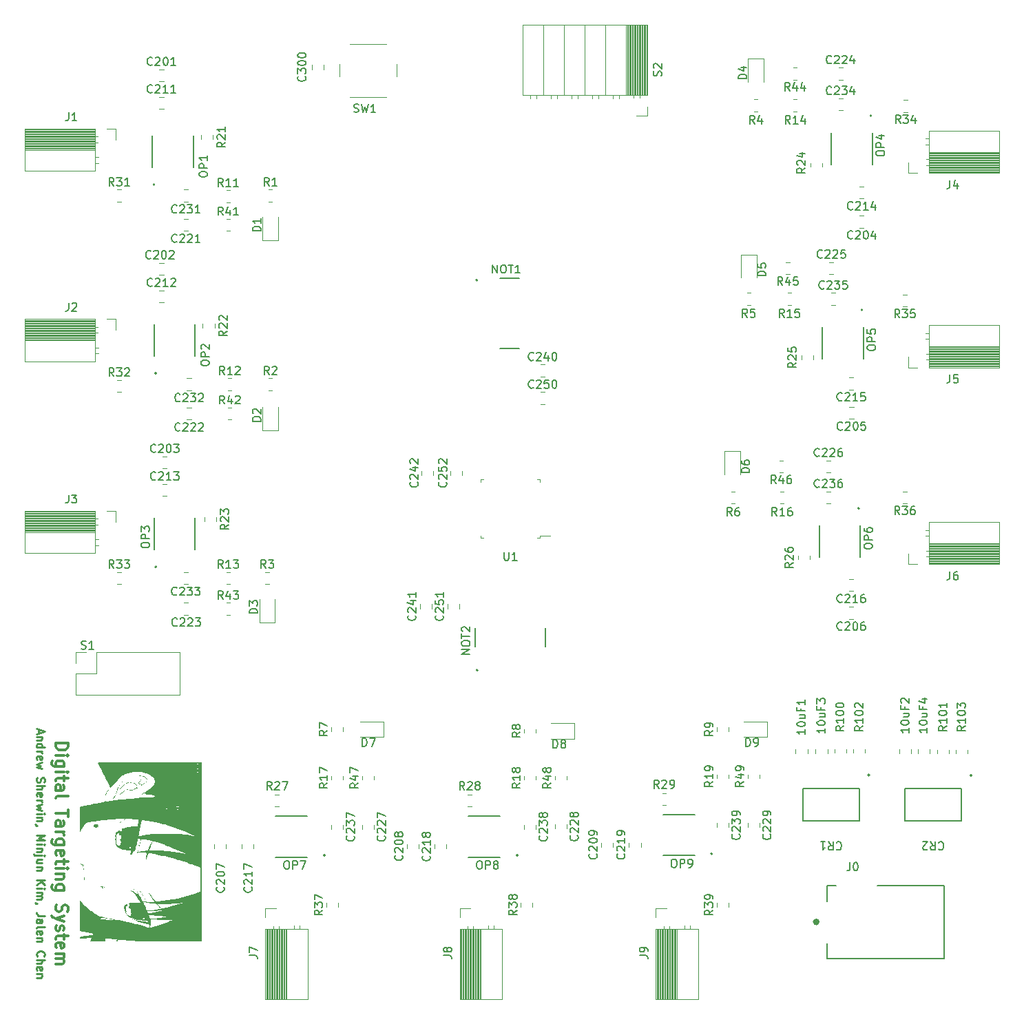
<source format=gbr>
%TF.GenerationSoftware,KiCad,Pcbnew,(6.0.11-0)*%
%TF.CreationDate,2023-11-18T01:36:25-06:00*%
%TF.ProjectId,ECE395_Digital_Target,45434533-3935-45f4-9469-676974616c5f,rev?*%
%TF.SameCoordinates,Original*%
%TF.FileFunction,Legend,Top*%
%TF.FilePolarity,Positive*%
%FSLAX46Y46*%
G04 Gerber Fmt 4.6, Leading zero omitted, Abs format (unit mm)*
G04 Created by KiCad (PCBNEW (6.0.11-0)) date 2023-11-18 01:36:25*
%MOMM*%
%LPD*%
G01*
G04 APERTURE LIST*
%ADD10C,0.250000*%
%ADD11C,0.375000*%
%ADD12C,0.150000*%
%ADD13C,0.300000*%
%ADD14C,0.120000*%
%ADD15C,0.127000*%
%ADD16C,0.200000*%
%ADD17C,0.400000*%
%ADD18C,0.152400*%
G04 APERTURE END LIST*
D10*
X50433333Y-117914285D02*
X50433333Y-118390476D01*
X50147619Y-117819047D02*
X51147619Y-118152380D01*
X50147619Y-118485714D01*
X50814285Y-118819047D02*
X50147619Y-118819047D01*
X50719047Y-118819047D02*
X50766666Y-118866666D01*
X50814285Y-118961904D01*
X50814285Y-119104761D01*
X50766666Y-119200000D01*
X50671428Y-119247619D01*
X50147619Y-119247619D01*
X50147619Y-120152380D02*
X51147619Y-120152380D01*
X50195238Y-120152380D02*
X50147619Y-120057142D01*
X50147619Y-119866666D01*
X50195238Y-119771428D01*
X50242857Y-119723809D01*
X50338095Y-119676190D01*
X50623809Y-119676190D01*
X50719047Y-119723809D01*
X50766666Y-119771428D01*
X50814285Y-119866666D01*
X50814285Y-120057142D01*
X50766666Y-120152380D01*
X50147619Y-120628571D02*
X50814285Y-120628571D01*
X50623809Y-120628571D02*
X50719047Y-120676190D01*
X50766666Y-120723809D01*
X50814285Y-120819047D01*
X50814285Y-120914285D01*
X50195238Y-121628571D02*
X50147619Y-121533333D01*
X50147619Y-121342857D01*
X50195238Y-121247619D01*
X50290476Y-121200000D01*
X50671428Y-121200000D01*
X50766666Y-121247619D01*
X50814285Y-121342857D01*
X50814285Y-121533333D01*
X50766666Y-121628571D01*
X50671428Y-121676190D01*
X50576190Y-121676190D01*
X50480952Y-121200000D01*
X50814285Y-122009523D02*
X50147619Y-122200000D01*
X50623809Y-122390476D01*
X50147619Y-122580952D01*
X50814285Y-122771428D01*
X50195238Y-123866666D02*
X50147619Y-124009523D01*
X50147619Y-124247619D01*
X50195238Y-124342857D01*
X50242857Y-124390476D01*
X50338095Y-124438095D01*
X50433333Y-124438095D01*
X50528571Y-124390476D01*
X50576190Y-124342857D01*
X50623809Y-124247619D01*
X50671428Y-124057142D01*
X50719047Y-123961904D01*
X50766666Y-123914285D01*
X50861904Y-123866666D01*
X50957142Y-123866666D01*
X51052380Y-123914285D01*
X51100000Y-123961904D01*
X51147619Y-124057142D01*
X51147619Y-124295238D01*
X51100000Y-124438095D01*
X50147619Y-124866666D02*
X51147619Y-124866666D01*
X50147619Y-125295238D02*
X50671428Y-125295238D01*
X50766666Y-125247619D01*
X50814285Y-125152380D01*
X50814285Y-125009523D01*
X50766666Y-124914285D01*
X50719047Y-124866666D01*
X50195238Y-126152380D02*
X50147619Y-126057142D01*
X50147619Y-125866666D01*
X50195238Y-125771428D01*
X50290476Y-125723809D01*
X50671428Y-125723809D01*
X50766666Y-125771428D01*
X50814285Y-125866666D01*
X50814285Y-126057142D01*
X50766666Y-126152380D01*
X50671428Y-126200000D01*
X50576190Y-126200000D01*
X50480952Y-125723809D01*
X50147619Y-126628571D02*
X50814285Y-126628571D01*
X50623809Y-126628571D02*
X50719047Y-126676190D01*
X50766666Y-126723809D01*
X50814285Y-126819047D01*
X50814285Y-126914285D01*
X50814285Y-127152380D02*
X50147619Y-127342857D01*
X50623809Y-127533333D01*
X50147619Y-127723809D01*
X50814285Y-127914285D01*
X50147619Y-128295238D02*
X50814285Y-128295238D01*
X51147619Y-128295238D02*
X51100000Y-128247619D01*
X51052380Y-128295238D01*
X51100000Y-128342857D01*
X51147619Y-128295238D01*
X51052380Y-128295238D01*
X50814285Y-128771428D02*
X50147619Y-128771428D01*
X50719047Y-128771428D02*
X50766666Y-128819047D01*
X50814285Y-128914285D01*
X50814285Y-129057142D01*
X50766666Y-129152380D01*
X50671428Y-129200000D01*
X50147619Y-129200000D01*
X50195238Y-129723809D02*
X50147619Y-129723809D01*
X50052380Y-129676190D01*
X50004761Y-129628571D01*
X50147619Y-130914285D02*
X51147619Y-130914285D01*
X50433333Y-131247619D01*
X51147619Y-131580952D01*
X50147619Y-131580952D01*
X50147619Y-132057142D02*
X50814285Y-132057142D01*
X51147619Y-132057142D02*
X51100000Y-132009523D01*
X51052380Y-132057142D01*
X51100000Y-132104761D01*
X51147619Y-132057142D01*
X51052380Y-132057142D01*
X50814285Y-132533333D02*
X50147619Y-132533333D01*
X50719047Y-132533333D02*
X50766666Y-132580952D01*
X50814285Y-132676190D01*
X50814285Y-132819047D01*
X50766666Y-132914285D01*
X50671428Y-132961904D01*
X50147619Y-132961904D01*
X50814285Y-133438095D02*
X49957142Y-133438095D01*
X49861904Y-133390476D01*
X49814285Y-133295238D01*
X49814285Y-133247619D01*
X51147619Y-133438095D02*
X51100000Y-133390476D01*
X51052380Y-133438095D01*
X51100000Y-133485714D01*
X51147619Y-133438095D01*
X51052380Y-133438095D01*
X50814285Y-134342857D02*
X50147619Y-134342857D01*
X50814285Y-133914285D02*
X50290476Y-133914285D01*
X50195238Y-133961904D01*
X50147619Y-134057142D01*
X50147619Y-134200000D01*
X50195238Y-134295238D01*
X50242857Y-134342857D01*
X50814285Y-134819047D02*
X50147619Y-134819047D01*
X50719047Y-134819047D02*
X50766666Y-134866666D01*
X50814285Y-134961904D01*
X50814285Y-135104761D01*
X50766666Y-135200000D01*
X50671428Y-135247619D01*
X50147619Y-135247619D01*
X50147619Y-136485714D02*
X51147619Y-136485714D01*
X50147619Y-137057142D02*
X50719047Y-136628571D01*
X51147619Y-137057142D02*
X50576190Y-136485714D01*
X50147619Y-137485714D02*
X50814285Y-137485714D01*
X51147619Y-137485714D02*
X51100000Y-137438095D01*
X51052380Y-137485714D01*
X51100000Y-137533333D01*
X51147619Y-137485714D01*
X51052380Y-137485714D01*
X50147619Y-137961904D02*
X50814285Y-137961904D01*
X50719047Y-137961904D02*
X50766666Y-138009523D01*
X50814285Y-138104761D01*
X50814285Y-138247619D01*
X50766666Y-138342857D01*
X50671428Y-138390476D01*
X50147619Y-138390476D01*
X50671428Y-138390476D02*
X50766666Y-138438095D01*
X50814285Y-138533333D01*
X50814285Y-138676190D01*
X50766666Y-138771428D01*
X50671428Y-138819047D01*
X50147619Y-138819047D01*
X50195238Y-139342857D02*
X50147619Y-139342857D01*
X50052380Y-139295238D01*
X50004761Y-139247619D01*
X51147619Y-140819047D02*
X50433333Y-140819047D01*
X50290476Y-140771428D01*
X50195238Y-140676190D01*
X50147619Y-140533333D01*
X50147619Y-140438095D01*
X50147619Y-141723809D02*
X50671428Y-141723809D01*
X50766666Y-141676190D01*
X50814285Y-141580952D01*
X50814285Y-141390476D01*
X50766666Y-141295238D01*
X50195238Y-141723809D02*
X50147619Y-141628571D01*
X50147619Y-141390476D01*
X50195238Y-141295238D01*
X50290476Y-141247619D01*
X50385714Y-141247619D01*
X50480952Y-141295238D01*
X50528571Y-141390476D01*
X50528571Y-141628571D01*
X50576190Y-141723809D01*
X50147619Y-142342857D02*
X50195238Y-142247619D01*
X50290476Y-142200000D01*
X51147619Y-142200000D01*
X50195238Y-143104761D02*
X50147619Y-143009523D01*
X50147619Y-142819047D01*
X50195238Y-142723809D01*
X50290476Y-142676190D01*
X50671428Y-142676190D01*
X50766666Y-142723809D01*
X50814285Y-142819047D01*
X50814285Y-143009523D01*
X50766666Y-143104761D01*
X50671428Y-143152380D01*
X50576190Y-143152380D01*
X50480952Y-142676190D01*
X50814285Y-143580952D02*
X50147619Y-143580952D01*
X50719047Y-143580952D02*
X50766666Y-143628571D01*
X50814285Y-143723809D01*
X50814285Y-143866666D01*
X50766666Y-143961904D01*
X50671428Y-144009523D01*
X50147619Y-144009523D01*
X50242857Y-145819047D02*
X50195238Y-145771428D01*
X50147619Y-145628571D01*
X50147619Y-145533333D01*
X50195238Y-145390476D01*
X50290476Y-145295238D01*
X50385714Y-145247619D01*
X50576190Y-145200000D01*
X50719047Y-145200000D01*
X50909523Y-145247619D01*
X51004761Y-145295238D01*
X51100000Y-145390476D01*
X51147619Y-145533333D01*
X51147619Y-145628571D01*
X51100000Y-145771428D01*
X51052380Y-145819047D01*
X50147619Y-146247619D02*
X51147619Y-146247619D01*
X50147619Y-146676190D02*
X50671428Y-146676190D01*
X50766666Y-146628571D01*
X50814285Y-146533333D01*
X50814285Y-146390476D01*
X50766666Y-146295238D01*
X50719047Y-146247619D01*
X50195238Y-147533333D02*
X50147619Y-147438095D01*
X50147619Y-147247619D01*
X50195238Y-147152380D01*
X50290476Y-147104761D01*
X50671428Y-147104761D01*
X50766666Y-147152380D01*
X50814285Y-147247619D01*
X50814285Y-147438095D01*
X50766666Y-147533333D01*
X50671428Y-147580952D01*
X50576190Y-147580952D01*
X50480952Y-147104761D01*
X50814285Y-148009523D02*
X50147619Y-148009523D01*
X50719047Y-148009523D02*
X50766666Y-148057142D01*
X50814285Y-148152380D01*
X50814285Y-148295238D01*
X50766666Y-148390476D01*
X50671428Y-148438095D01*
X50147619Y-148438095D01*
D11*
X52521428Y-119628571D02*
X54021428Y-119628571D01*
X54021428Y-119985714D01*
X53950000Y-120200000D01*
X53807142Y-120342857D01*
X53664285Y-120414285D01*
X53378571Y-120485714D01*
X53164285Y-120485714D01*
X52878571Y-120414285D01*
X52735714Y-120342857D01*
X52592857Y-120200000D01*
X52521428Y-119985714D01*
X52521428Y-119628571D01*
X52521428Y-121128571D02*
X53521428Y-121128571D01*
X54021428Y-121128571D02*
X53950000Y-121057142D01*
X53878571Y-121128571D01*
X53950000Y-121200000D01*
X54021428Y-121128571D01*
X53878571Y-121128571D01*
X53521428Y-122485714D02*
X52307142Y-122485714D01*
X52164285Y-122414285D01*
X52092857Y-122342857D01*
X52021428Y-122200000D01*
X52021428Y-121985714D01*
X52092857Y-121842857D01*
X52592857Y-122485714D02*
X52521428Y-122342857D01*
X52521428Y-122057142D01*
X52592857Y-121914285D01*
X52664285Y-121842857D01*
X52807142Y-121771428D01*
X53235714Y-121771428D01*
X53378571Y-121842857D01*
X53450000Y-121914285D01*
X53521428Y-122057142D01*
X53521428Y-122342857D01*
X53450000Y-122485714D01*
X52521428Y-123200000D02*
X53521428Y-123200000D01*
X54021428Y-123200000D02*
X53950000Y-123128571D01*
X53878571Y-123200000D01*
X53950000Y-123271428D01*
X54021428Y-123200000D01*
X53878571Y-123200000D01*
X53521428Y-123700000D02*
X53521428Y-124271428D01*
X54021428Y-123914285D02*
X52735714Y-123914285D01*
X52592857Y-123985714D01*
X52521428Y-124128571D01*
X52521428Y-124271428D01*
X52521428Y-125414285D02*
X53307142Y-125414285D01*
X53450000Y-125342857D01*
X53521428Y-125200000D01*
X53521428Y-124914285D01*
X53450000Y-124771428D01*
X52592857Y-125414285D02*
X52521428Y-125271428D01*
X52521428Y-124914285D01*
X52592857Y-124771428D01*
X52735714Y-124700000D01*
X52878571Y-124700000D01*
X53021428Y-124771428D01*
X53092857Y-124914285D01*
X53092857Y-125271428D01*
X53164285Y-125414285D01*
X52521428Y-126342857D02*
X52592857Y-126200000D01*
X52735714Y-126128571D01*
X54021428Y-126128571D01*
X54021428Y-127842857D02*
X54021428Y-128700000D01*
X52521428Y-128271428D02*
X54021428Y-128271428D01*
X52521428Y-129842857D02*
X53307142Y-129842857D01*
X53450000Y-129771428D01*
X53521428Y-129628571D01*
X53521428Y-129342857D01*
X53450000Y-129200000D01*
X52592857Y-129842857D02*
X52521428Y-129700000D01*
X52521428Y-129342857D01*
X52592857Y-129200000D01*
X52735714Y-129128571D01*
X52878571Y-129128571D01*
X53021428Y-129200000D01*
X53092857Y-129342857D01*
X53092857Y-129700000D01*
X53164285Y-129842857D01*
X52521428Y-130557142D02*
X53521428Y-130557142D01*
X53235714Y-130557142D02*
X53378571Y-130628571D01*
X53450000Y-130700000D01*
X53521428Y-130842857D01*
X53521428Y-130985714D01*
X53521428Y-132128571D02*
X52307142Y-132128571D01*
X52164285Y-132057142D01*
X52092857Y-131985714D01*
X52021428Y-131842857D01*
X52021428Y-131628571D01*
X52092857Y-131485714D01*
X52592857Y-132128571D02*
X52521428Y-131985714D01*
X52521428Y-131699999D01*
X52592857Y-131557142D01*
X52664285Y-131485714D01*
X52807142Y-131414285D01*
X53235714Y-131414285D01*
X53378571Y-131485714D01*
X53450000Y-131557142D01*
X53521428Y-131700000D01*
X53521428Y-131985714D01*
X53450000Y-132128571D01*
X52592857Y-133414285D02*
X52521428Y-133271428D01*
X52521428Y-132985714D01*
X52592857Y-132842857D01*
X52735714Y-132771428D01*
X53307142Y-132771428D01*
X53450000Y-132842857D01*
X53521428Y-132985714D01*
X53521428Y-133271428D01*
X53450000Y-133414285D01*
X53307142Y-133485714D01*
X53164285Y-133485714D01*
X53021428Y-132771428D01*
X53521428Y-133914285D02*
X53521428Y-134485714D01*
X54021428Y-134128571D02*
X52735714Y-134128571D01*
X52592857Y-134199999D01*
X52521428Y-134342857D01*
X52521428Y-134485714D01*
X52521428Y-134985714D02*
X53521428Y-134985714D01*
X54021428Y-134985714D02*
X53950000Y-134914285D01*
X53878571Y-134985714D01*
X53950000Y-135057142D01*
X54021428Y-134985714D01*
X53878571Y-134985714D01*
X53521428Y-135700000D02*
X52521428Y-135700000D01*
X53378571Y-135700000D02*
X53450000Y-135771428D01*
X53521428Y-135914285D01*
X53521428Y-136128571D01*
X53450000Y-136271428D01*
X53307142Y-136342857D01*
X52521428Y-136342857D01*
X53521428Y-137700000D02*
X52307142Y-137700000D01*
X52164285Y-137628571D01*
X52092857Y-137557142D01*
X52021428Y-137414285D01*
X52021428Y-137200000D01*
X52092857Y-137057142D01*
X52592857Y-137700000D02*
X52521428Y-137557142D01*
X52521428Y-137271428D01*
X52592857Y-137128571D01*
X52664285Y-137057142D01*
X52807142Y-136985714D01*
X53235714Y-136985714D01*
X53378571Y-137057142D01*
X53450000Y-137128571D01*
X53521428Y-137271428D01*
X53521428Y-137557142D01*
X53450000Y-137700000D01*
X52592857Y-139485714D02*
X52521428Y-139700000D01*
X52521428Y-140057142D01*
X52592857Y-140200000D01*
X52664285Y-140271428D01*
X52807142Y-140342857D01*
X52950000Y-140342857D01*
X53092857Y-140271428D01*
X53164285Y-140200000D01*
X53235714Y-140057142D01*
X53307142Y-139771428D01*
X53378571Y-139628571D01*
X53450000Y-139557142D01*
X53592857Y-139485714D01*
X53735714Y-139485714D01*
X53878571Y-139557142D01*
X53950000Y-139628571D01*
X54021428Y-139771428D01*
X54021428Y-140128571D01*
X53950000Y-140342857D01*
X53521428Y-140842857D02*
X52521428Y-141200000D01*
X53521428Y-141557142D02*
X52521428Y-141200000D01*
X52164285Y-141057142D01*
X52092857Y-140985714D01*
X52021428Y-140842857D01*
X52592857Y-142057142D02*
X52521428Y-142200000D01*
X52521428Y-142485714D01*
X52592857Y-142628571D01*
X52735714Y-142700000D01*
X52807142Y-142700000D01*
X52950000Y-142628571D01*
X53021428Y-142485714D01*
X53021428Y-142271428D01*
X53092857Y-142128571D01*
X53235714Y-142057142D01*
X53307142Y-142057142D01*
X53450000Y-142128571D01*
X53521428Y-142271428D01*
X53521428Y-142485714D01*
X53450000Y-142628571D01*
X53521428Y-143128571D02*
X53521428Y-143700000D01*
X54021428Y-143342857D02*
X52735714Y-143342857D01*
X52592857Y-143414285D01*
X52521428Y-143557142D01*
X52521428Y-143700000D01*
X52592857Y-144771428D02*
X52521428Y-144628571D01*
X52521428Y-144342857D01*
X52592857Y-144200000D01*
X52735714Y-144128571D01*
X53307142Y-144128571D01*
X53450000Y-144200000D01*
X53521428Y-144342857D01*
X53521428Y-144628571D01*
X53450000Y-144771428D01*
X53307142Y-144842857D01*
X53164285Y-144842857D01*
X53021428Y-144128571D01*
X52521428Y-145485714D02*
X53521428Y-145485714D01*
X53378571Y-145485714D02*
X53450000Y-145557142D01*
X53521428Y-145700000D01*
X53521428Y-145914285D01*
X53450000Y-146057142D01*
X53307142Y-146128571D01*
X52521428Y-146128571D01*
X53307142Y-146128571D02*
X53450000Y-146200000D01*
X53521428Y-146342857D01*
X53521428Y-146557142D01*
X53450000Y-146700000D01*
X53307142Y-146771428D01*
X52521428Y-146771428D01*
D12*
%TO.C,C206*%
X149180952Y-105637142D02*
X149133333Y-105684761D01*
X148990476Y-105732380D01*
X148895238Y-105732380D01*
X148752380Y-105684761D01*
X148657142Y-105589523D01*
X148609523Y-105494285D01*
X148561904Y-105303809D01*
X148561904Y-105160952D01*
X148609523Y-104970476D01*
X148657142Y-104875238D01*
X148752380Y-104780000D01*
X148895238Y-104732380D01*
X148990476Y-104732380D01*
X149133333Y-104780000D01*
X149180952Y-104827619D01*
X149561904Y-104827619D02*
X149609523Y-104780000D01*
X149704761Y-104732380D01*
X149942857Y-104732380D01*
X150038095Y-104780000D01*
X150085714Y-104827619D01*
X150133333Y-104922857D01*
X150133333Y-105018095D01*
X150085714Y-105160952D01*
X149514285Y-105732380D01*
X150133333Y-105732380D01*
X150752380Y-104732380D02*
X150847619Y-104732380D01*
X150942857Y-104780000D01*
X150990476Y-104827619D01*
X151038095Y-104922857D01*
X151085714Y-105113333D01*
X151085714Y-105351428D01*
X151038095Y-105541904D01*
X150990476Y-105637142D01*
X150942857Y-105684761D01*
X150847619Y-105732380D01*
X150752380Y-105732380D01*
X150657142Y-105684761D01*
X150609523Y-105637142D01*
X150561904Y-105541904D01*
X150514285Y-105351428D01*
X150514285Y-105113333D01*
X150561904Y-104922857D01*
X150609523Y-104827619D01*
X150657142Y-104780000D01*
X150752380Y-104732380D01*
X151942857Y-104732380D02*
X151752380Y-104732380D01*
X151657142Y-104780000D01*
X151609523Y-104827619D01*
X151514285Y-104970476D01*
X151466666Y-105160952D01*
X151466666Y-105541904D01*
X151514285Y-105637142D01*
X151561904Y-105684761D01*
X151657142Y-105732380D01*
X151847619Y-105732380D01*
X151942857Y-105684761D01*
X151990476Y-105637142D01*
X152038095Y-105541904D01*
X152038095Y-105303809D01*
X151990476Y-105208571D01*
X151942857Y-105160952D01*
X151847619Y-105113333D01*
X151657142Y-105113333D01*
X151561904Y-105160952D01*
X151514285Y-105208571D01*
X151466666Y-105303809D01*
%TO.C,10uF4*%
X159652380Y-117747619D02*
X159652380Y-118319047D01*
X159652380Y-118033333D02*
X158652380Y-118033333D01*
X158795238Y-118128571D01*
X158890476Y-118223809D01*
X158938095Y-118319047D01*
X158652380Y-117128571D02*
X158652380Y-117033333D01*
X158700000Y-116938095D01*
X158747619Y-116890476D01*
X158842857Y-116842857D01*
X159033333Y-116795238D01*
X159271428Y-116795238D01*
X159461904Y-116842857D01*
X159557142Y-116890476D01*
X159604761Y-116938095D01*
X159652380Y-117033333D01*
X159652380Y-117128571D01*
X159604761Y-117223809D01*
X159557142Y-117271428D01*
X159461904Y-117319047D01*
X159271428Y-117366666D01*
X159033333Y-117366666D01*
X158842857Y-117319047D01*
X158747619Y-117271428D01*
X158700000Y-117223809D01*
X158652380Y-117128571D01*
X158985714Y-115938095D02*
X159652380Y-115938095D01*
X158985714Y-116366666D02*
X159509523Y-116366666D01*
X159604761Y-116319047D01*
X159652380Y-116223809D01*
X159652380Y-116080952D01*
X159604761Y-115985714D01*
X159557142Y-115938095D01*
X159128571Y-115128571D02*
X159128571Y-115461904D01*
X159652380Y-115461904D02*
X158652380Y-115461904D01*
X158652380Y-114985714D01*
X158985714Y-114176190D02*
X159652380Y-114176190D01*
X158604761Y-114414285D02*
X159319047Y-114652380D01*
X159319047Y-114033333D01*
%TO.C,S2*%
X126937261Y-37581904D02*
X126984880Y-37439047D01*
X126984880Y-37200952D01*
X126937261Y-37105714D01*
X126889642Y-37058095D01*
X126794404Y-37010476D01*
X126699166Y-37010476D01*
X126603928Y-37058095D01*
X126556309Y-37105714D01*
X126508690Y-37200952D01*
X126461071Y-37391428D01*
X126413452Y-37486666D01*
X126365833Y-37534285D01*
X126270595Y-37581904D01*
X126175357Y-37581904D01*
X126080119Y-37534285D01*
X126032500Y-37486666D01*
X125984880Y-37391428D01*
X125984880Y-37153333D01*
X126032500Y-37010476D01*
X126080119Y-36629523D02*
X126032500Y-36581904D01*
X125984880Y-36486666D01*
X125984880Y-36248571D01*
X126032500Y-36153333D01*
X126080119Y-36105714D01*
X126175357Y-36058095D01*
X126270595Y-36058095D01*
X126413452Y-36105714D01*
X126984880Y-36677142D01*
X126984880Y-36058095D01*
%TO.C,D6*%
X137802380Y-86338095D02*
X136802380Y-86338095D01*
X136802380Y-86100000D01*
X136850000Y-85957142D01*
X136945238Y-85861904D01*
X137040476Y-85814285D01*
X137230952Y-85766666D01*
X137373809Y-85766666D01*
X137564285Y-85814285D01*
X137659523Y-85861904D01*
X137754761Y-85957142D01*
X137802380Y-86100000D01*
X137802380Y-86338095D01*
X136802380Y-84909523D02*
X136802380Y-85100000D01*
X136850000Y-85195238D01*
X136897619Y-85242857D01*
X137040476Y-85338095D01*
X137230952Y-85385714D01*
X137611904Y-85385714D01*
X137707142Y-85338095D01*
X137754761Y-85290476D01*
X137802380Y-85195238D01*
X137802380Y-85004761D01*
X137754761Y-84909523D01*
X137707142Y-84861904D01*
X137611904Y-84814285D01*
X137373809Y-84814285D01*
X137278571Y-84861904D01*
X137230952Y-84909523D01*
X137183333Y-85004761D01*
X137183333Y-85195238D01*
X137230952Y-85290476D01*
X137278571Y-85338095D01*
X137373809Y-85385714D01*
%TO.C,C234*%
X147880952Y-39777142D02*
X147833333Y-39824761D01*
X147690476Y-39872380D01*
X147595238Y-39872380D01*
X147452380Y-39824761D01*
X147357142Y-39729523D01*
X147309523Y-39634285D01*
X147261904Y-39443809D01*
X147261904Y-39300952D01*
X147309523Y-39110476D01*
X147357142Y-39015238D01*
X147452380Y-38920000D01*
X147595238Y-38872380D01*
X147690476Y-38872380D01*
X147833333Y-38920000D01*
X147880952Y-38967619D01*
X148261904Y-38967619D02*
X148309523Y-38920000D01*
X148404761Y-38872380D01*
X148642857Y-38872380D01*
X148738095Y-38920000D01*
X148785714Y-38967619D01*
X148833333Y-39062857D01*
X148833333Y-39158095D01*
X148785714Y-39300952D01*
X148214285Y-39872380D01*
X148833333Y-39872380D01*
X149166666Y-38872380D02*
X149785714Y-38872380D01*
X149452380Y-39253333D01*
X149595238Y-39253333D01*
X149690476Y-39300952D01*
X149738095Y-39348571D01*
X149785714Y-39443809D01*
X149785714Y-39681904D01*
X149738095Y-39777142D01*
X149690476Y-39824761D01*
X149595238Y-39872380D01*
X149309523Y-39872380D01*
X149214285Y-39824761D01*
X149166666Y-39777142D01*
X150642857Y-39205714D02*
X150642857Y-39872380D01*
X150404761Y-38824761D02*
X150166666Y-39539047D01*
X150785714Y-39539047D01*
%TO.C,C232*%
X67780952Y-77537142D02*
X67733333Y-77584761D01*
X67590476Y-77632380D01*
X67495238Y-77632380D01*
X67352380Y-77584761D01*
X67257142Y-77489523D01*
X67209523Y-77394285D01*
X67161904Y-77203809D01*
X67161904Y-77060952D01*
X67209523Y-76870476D01*
X67257142Y-76775238D01*
X67352380Y-76680000D01*
X67495238Y-76632380D01*
X67590476Y-76632380D01*
X67733333Y-76680000D01*
X67780952Y-76727619D01*
X68161904Y-76727619D02*
X68209523Y-76680000D01*
X68304761Y-76632380D01*
X68542857Y-76632380D01*
X68638095Y-76680000D01*
X68685714Y-76727619D01*
X68733333Y-76822857D01*
X68733333Y-76918095D01*
X68685714Y-77060952D01*
X68114285Y-77632380D01*
X68733333Y-77632380D01*
X69066666Y-76632380D02*
X69685714Y-76632380D01*
X69352380Y-77013333D01*
X69495238Y-77013333D01*
X69590476Y-77060952D01*
X69638095Y-77108571D01*
X69685714Y-77203809D01*
X69685714Y-77441904D01*
X69638095Y-77537142D01*
X69590476Y-77584761D01*
X69495238Y-77632380D01*
X69209523Y-77632380D01*
X69114285Y-77584761D01*
X69066666Y-77537142D01*
X70066666Y-76727619D02*
X70114285Y-76680000D01*
X70209523Y-76632380D01*
X70447619Y-76632380D01*
X70542857Y-76680000D01*
X70590476Y-76727619D01*
X70638095Y-76822857D01*
X70638095Y-76918095D01*
X70590476Y-77060952D01*
X70019047Y-77632380D01*
X70638095Y-77632380D01*
%TO.C,OP9*%
X128413571Y-133889380D02*
X128604047Y-133889380D01*
X128699285Y-133937000D01*
X128794523Y-134032238D01*
X128842142Y-134222714D01*
X128842142Y-134556047D01*
X128794523Y-134746523D01*
X128699285Y-134841761D01*
X128604047Y-134889380D01*
X128413571Y-134889380D01*
X128318333Y-134841761D01*
X128223095Y-134746523D01*
X128175476Y-134556047D01*
X128175476Y-134222714D01*
X128223095Y-134032238D01*
X128318333Y-133937000D01*
X128413571Y-133889380D01*
X129270714Y-134889380D02*
X129270714Y-133889380D01*
X129651666Y-133889380D01*
X129746904Y-133937000D01*
X129794523Y-133984619D01*
X129842142Y-134079857D01*
X129842142Y-134222714D01*
X129794523Y-134317952D01*
X129746904Y-134365571D01*
X129651666Y-134413190D01*
X129270714Y-134413190D01*
X130318333Y-134889380D02*
X130508809Y-134889380D01*
X130604047Y-134841761D01*
X130651666Y-134794142D01*
X130746904Y-134651285D01*
X130794523Y-134460809D01*
X130794523Y-134079857D01*
X130746904Y-133984619D01*
X130699285Y-133937000D01*
X130604047Y-133889380D01*
X130413571Y-133889380D01*
X130318333Y-133937000D01*
X130270714Y-133984619D01*
X130223095Y-134079857D01*
X130223095Y-134317952D01*
X130270714Y-134413190D01*
X130318333Y-134460809D01*
X130413571Y-134508428D01*
X130604047Y-134508428D01*
X130699285Y-134460809D01*
X130746904Y-134413190D01*
X130794523Y-134317952D01*
%TO.C,OP4*%
X153389380Y-47186428D02*
X153389380Y-46995952D01*
X153437000Y-46900714D01*
X153532238Y-46805476D01*
X153722714Y-46757857D01*
X154056047Y-46757857D01*
X154246523Y-46805476D01*
X154341761Y-46900714D01*
X154389380Y-46995952D01*
X154389380Y-47186428D01*
X154341761Y-47281666D01*
X154246523Y-47376904D01*
X154056047Y-47424523D01*
X153722714Y-47424523D01*
X153532238Y-47376904D01*
X153437000Y-47281666D01*
X153389380Y-47186428D01*
X154389380Y-46329285D02*
X153389380Y-46329285D01*
X153389380Y-45948333D01*
X153437000Y-45853095D01*
X153484619Y-45805476D01*
X153579857Y-45757857D01*
X153722714Y-45757857D01*
X153817952Y-45805476D01*
X153865571Y-45853095D01*
X153913190Y-45948333D01*
X153913190Y-46329285D01*
X153722714Y-44900714D02*
X154389380Y-44900714D01*
X153341761Y-45138809D02*
X154056047Y-45376904D01*
X154056047Y-44757857D01*
%TO.C,OP6*%
X151889380Y-95486428D02*
X151889380Y-95295952D01*
X151937000Y-95200714D01*
X152032238Y-95105476D01*
X152222714Y-95057857D01*
X152556047Y-95057857D01*
X152746523Y-95105476D01*
X152841761Y-95200714D01*
X152889380Y-95295952D01*
X152889380Y-95486428D01*
X152841761Y-95581666D01*
X152746523Y-95676904D01*
X152556047Y-95724523D01*
X152222714Y-95724523D01*
X152032238Y-95676904D01*
X151937000Y-95581666D01*
X151889380Y-95486428D01*
X152889380Y-94629285D02*
X151889380Y-94629285D01*
X151889380Y-94248333D01*
X151937000Y-94153095D01*
X151984619Y-94105476D01*
X152079857Y-94057857D01*
X152222714Y-94057857D01*
X152317952Y-94105476D01*
X152365571Y-94153095D01*
X152413190Y-94248333D01*
X152413190Y-94629285D01*
X151889380Y-93200714D02*
X151889380Y-93391190D01*
X151937000Y-93486428D01*
X151984619Y-93534047D01*
X152127476Y-93629285D01*
X152317952Y-93676904D01*
X152698904Y-93676904D01*
X152794142Y-93629285D01*
X152841761Y-93581666D01*
X152889380Y-93486428D01*
X152889380Y-93295952D01*
X152841761Y-93200714D01*
X152794142Y-93153095D01*
X152698904Y-93105476D01*
X152460809Y-93105476D01*
X152365571Y-93153095D01*
X152317952Y-93200714D01*
X152270333Y-93295952D01*
X152270333Y-93486428D01*
X152317952Y-93581666D01*
X152365571Y-93629285D01*
X152460809Y-93676904D01*
%TO.C,C212*%
X64380952Y-63377142D02*
X64333333Y-63424761D01*
X64190476Y-63472380D01*
X64095238Y-63472380D01*
X63952380Y-63424761D01*
X63857142Y-63329523D01*
X63809523Y-63234285D01*
X63761904Y-63043809D01*
X63761904Y-62900952D01*
X63809523Y-62710476D01*
X63857142Y-62615238D01*
X63952380Y-62520000D01*
X64095238Y-62472380D01*
X64190476Y-62472380D01*
X64333333Y-62520000D01*
X64380952Y-62567619D01*
X64761904Y-62567619D02*
X64809523Y-62520000D01*
X64904761Y-62472380D01*
X65142857Y-62472380D01*
X65238095Y-62520000D01*
X65285714Y-62567619D01*
X65333333Y-62662857D01*
X65333333Y-62758095D01*
X65285714Y-62900952D01*
X64714285Y-63472380D01*
X65333333Y-63472380D01*
X66285714Y-63472380D02*
X65714285Y-63472380D01*
X66000000Y-63472380D02*
X66000000Y-62472380D01*
X65904761Y-62615238D01*
X65809523Y-62710476D01*
X65714285Y-62758095D01*
X66666666Y-62567619D02*
X66714285Y-62520000D01*
X66809523Y-62472380D01*
X67047619Y-62472380D01*
X67142857Y-62520000D01*
X67190476Y-62567619D01*
X67238095Y-62662857D01*
X67238095Y-62758095D01*
X67190476Y-62900952D01*
X66619047Y-63472380D01*
X67238095Y-63472380D01*
%TO.C,10uF1*%
X144652380Y-117947619D02*
X144652380Y-118519047D01*
X144652380Y-118233333D02*
X143652380Y-118233333D01*
X143795238Y-118328571D01*
X143890476Y-118423809D01*
X143938095Y-118519047D01*
X143652380Y-117328571D02*
X143652380Y-117233333D01*
X143700000Y-117138095D01*
X143747619Y-117090476D01*
X143842857Y-117042857D01*
X144033333Y-116995238D01*
X144271428Y-116995238D01*
X144461904Y-117042857D01*
X144557142Y-117090476D01*
X144604761Y-117138095D01*
X144652380Y-117233333D01*
X144652380Y-117328571D01*
X144604761Y-117423809D01*
X144557142Y-117471428D01*
X144461904Y-117519047D01*
X144271428Y-117566666D01*
X144033333Y-117566666D01*
X143842857Y-117519047D01*
X143747619Y-117471428D01*
X143700000Y-117423809D01*
X143652380Y-117328571D01*
X143985714Y-116138095D02*
X144652380Y-116138095D01*
X143985714Y-116566666D02*
X144509523Y-116566666D01*
X144604761Y-116519047D01*
X144652380Y-116423809D01*
X144652380Y-116280952D01*
X144604761Y-116185714D01*
X144557142Y-116138095D01*
X144128571Y-115328571D02*
X144128571Y-115661904D01*
X144652380Y-115661904D02*
X143652380Y-115661904D01*
X143652380Y-115185714D01*
X144652380Y-114280952D02*
X144652380Y-114852380D01*
X144652380Y-114566666D02*
X143652380Y-114566666D01*
X143795238Y-114661904D01*
X143890476Y-114757142D01*
X143938095Y-114852380D01*
%TO.C,C235*%
X146980952Y-63677142D02*
X146933333Y-63724761D01*
X146790476Y-63772380D01*
X146695238Y-63772380D01*
X146552380Y-63724761D01*
X146457142Y-63629523D01*
X146409523Y-63534285D01*
X146361904Y-63343809D01*
X146361904Y-63200952D01*
X146409523Y-63010476D01*
X146457142Y-62915238D01*
X146552380Y-62820000D01*
X146695238Y-62772380D01*
X146790476Y-62772380D01*
X146933333Y-62820000D01*
X146980952Y-62867619D01*
X147361904Y-62867619D02*
X147409523Y-62820000D01*
X147504761Y-62772380D01*
X147742857Y-62772380D01*
X147838095Y-62820000D01*
X147885714Y-62867619D01*
X147933333Y-62962857D01*
X147933333Y-63058095D01*
X147885714Y-63200952D01*
X147314285Y-63772380D01*
X147933333Y-63772380D01*
X148266666Y-62772380D02*
X148885714Y-62772380D01*
X148552380Y-63153333D01*
X148695238Y-63153333D01*
X148790476Y-63200952D01*
X148838095Y-63248571D01*
X148885714Y-63343809D01*
X148885714Y-63581904D01*
X148838095Y-63677142D01*
X148790476Y-63724761D01*
X148695238Y-63772380D01*
X148409523Y-63772380D01*
X148314285Y-63724761D01*
X148266666Y-63677142D01*
X149790476Y-62772380D02*
X149314285Y-62772380D01*
X149266666Y-63248571D01*
X149314285Y-63200952D01*
X149409523Y-63153333D01*
X149647619Y-63153333D01*
X149742857Y-63200952D01*
X149790476Y-63248571D01*
X149838095Y-63343809D01*
X149838095Y-63581904D01*
X149790476Y-63677142D01*
X149742857Y-63724761D01*
X149647619Y-63772380D01*
X149409523Y-63772380D01*
X149314285Y-63724761D01*
X149266666Y-63677142D01*
%TO.C,R4*%
X138433333Y-43452380D02*
X138100000Y-42976190D01*
X137861904Y-43452380D02*
X137861904Y-42452380D01*
X138242857Y-42452380D01*
X138338095Y-42500000D01*
X138385714Y-42547619D01*
X138433333Y-42642857D01*
X138433333Y-42785714D01*
X138385714Y-42880952D01*
X138338095Y-42928571D01*
X138242857Y-42976190D01*
X137861904Y-42976190D01*
X139290476Y-42785714D02*
X139290476Y-43452380D01*
X139052380Y-42404761D02*
X138814285Y-43119047D01*
X139433333Y-43119047D01*
%TO.C,J0*%
X150151350Y-134286827D02*
X150151350Y-135001169D01*
X150103727Y-135144038D01*
X150008481Y-135239283D01*
X149865613Y-135286906D01*
X149770367Y-135286906D01*
X150818069Y-134286827D02*
X150913315Y-134286827D01*
X151008560Y-134334450D01*
X151056183Y-134382073D01*
X151103806Y-134477318D01*
X151151429Y-134667810D01*
X151151429Y-134905924D01*
X151103806Y-135096415D01*
X151056183Y-135191661D01*
X151008560Y-135239283D01*
X150913315Y-135286906D01*
X150818069Y-135286906D01*
X150722824Y-135239283D01*
X150675201Y-135191661D01*
X150627578Y-135096415D01*
X150579955Y-134905924D01*
X150579955Y-134667810D01*
X150627578Y-134477318D01*
X150675201Y-134382073D01*
X150722824Y-134334450D01*
X150818069Y-134286827D01*
%TO.C,C218*%
X98477142Y-133456547D02*
X98524761Y-133504166D01*
X98572380Y-133647023D01*
X98572380Y-133742261D01*
X98524761Y-133885119D01*
X98429523Y-133980357D01*
X98334285Y-134027976D01*
X98143809Y-134075595D01*
X98000952Y-134075595D01*
X97810476Y-134027976D01*
X97715238Y-133980357D01*
X97620000Y-133885119D01*
X97572380Y-133742261D01*
X97572380Y-133647023D01*
X97620000Y-133504166D01*
X97667619Y-133456547D01*
X97667619Y-133075595D02*
X97620000Y-133027976D01*
X97572380Y-132932738D01*
X97572380Y-132694642D01*
X97620000Y-132599404D01*
X97667619Y-132551785D01*
X97762857Y-132504166D01*
X97858095Y-132504166D01*
X98000952Y-132551785D01*
X98572380Y-133123214D01*
X98572380Y-132504166D01*
X98572380Y-131551785D02*
X98572380Y-132123214D01*
X98572380Y-131837500D02*
X97572380Y-131837500D01*
X97715238Y-131932738D01*
X97810476Y-132027976D01*
X97858095Y-132123214D01*
X98000952Y-130980357D02*
X97953333Y-131075595D01*
X97905714Y-131123214D01*
X97810476Y-131170833D01*
X97762857Y-131170833D01*
X97667619Y-131123214D01*
X97620000Y-131075595D01*
X97572380Y-130980357D01*
X97572380Y-130789880D01*
X97620000Y-130694642D01*
X97667619Y-130647023D01*
X97762857Y-130599404D01*
X97810476Y-130599404D01*
X97905714Y-130647023D01*
X97953333Y-130694642D01*
X98000952Y-130789880D01*
X98000952Y-130980357D01*
X98048571Y-131075595D01*
X98096190Y-131123214D01*
X98191428Y-131170833D01*
X98381904Y-131170833D01*
X98477142Y-131123214D01*
X98524761Y-131075595D01*
X98572380Y-130980357D01*
X98572380Y-130789880D01*
X98524761Y-130694642D01*
X98477142Y-130647023D01*
X98381904Y-130599404D01*
X98191428Y-130599404D01*
X98096190Y-130647023D01*
X98048571Y-130694642D01*
X98000952Y-130789880D01*
%TO.C,NOT1*%
X106208333Y-61817380D02*
X106208333Y-60817380D01*
X106779761Y-61817380D01*
X106779761Y-60817380D01*
X107446428Y-60817380D02*
X107636904Y-60817380D01*
X107732142Y-60865000D01*
X107827380Y-60960238D01*
X107875000Y-61150714D01*
X107875000Y-61484047D01*
X107827380Y-61674523D01*
X107732142Y-61769761D01*
X107636904Y-61817380D01*
X107446428Y-61817380D01*
X107351190Y-61769761D01*
X107255952Y-61674523D01*
X107208333Y-61484047D01*
X107208333Y-61150714D01*
X107255952Y-60960238D01*
X107351190Y-60865000D01*
X107446428Y-60817380D01*
X108160714Y-60817380D02*
X108732142Y-60817380D01*
X108446428Y-61817380D02*
X108446428Y-60817380D01*
X109589285Y-61817380D02*
X109017857Y-61817380D01*
X109303571Y-61817380D02*
X109303571Y-60817380D01*
X109208333Y-60960238D01*
X109113095Y-61055476D01*
X109017857Y-61103095D01*
%TO.C,C205*%
X149218452Y-81037142D02*
X149170833Y-81084761D01*
X149027976Y-81132380D01*
X148932738Y-81132380D01*
X148789880Y-81084761D01*
X148694642Y-80989523D01*
X148647023Y-80894285D01*
X148599404Y-80703809D01*
X148599404Y-80560952D01*
X148647023Y-80370476D01*
X148694642Y-80275238D01*
X148789880Y-80180000D01*
X148932738Y-80132380D01*
X149027976Y-80132380D01*
X149170833Y-80180000D01*
X149218452Y-80227619D01*
X149599404Y-80227619D02*
X149647023Y-80180000D01*
X149742261Y-80132380D01*
X149980357Y-80132380D01*
X150075595Y-80180000D01*
X150123214Y-80227619D01*
X150170833Y-80322857D01*
X150170833Y-80418095D01*
X150123214Y-80560952D01*
X149551785Y-81132380D01*
X150170833Y-81132380D01*
X150789880Y-80132380D02*
X150885119Y-80132380D01*
X150980357Y-80180000D01*
X151027976Y-80227619D01*
X151075595Y-80322857D01*
X151123214Y-80513333D01*
X151123214Y-80751428D01*
X151075595Y-80941904D01*
X151027976Y-81037142D01*
X150980357Y-81084761D01*
X150885119Y-81132380D01*
X150789880Y-81132380D01*
X150694642Y-81084761D01*
X150647023Y-81037142D01*
X150599404Y-80941904D01*
X150551785Y-80751428D01*
X150551785Y-80513333D01*
X150599404Y-80322857D01*
X150647023Y-80227619D01*
X150694642Y-80180000D01*
X150789880Y-80132380D01*
X152027976Y-80132380D02*
X151551785Y-80132380D01*
X151504166Y-80608571D01*
X151551785Y-80560952D01*
X151647023Y-80513333D01*
X151885119Y-80513333D01*
X151980357Y-80560952D01*
X152027976Y-80608571D01*
X152075595Y-80703809D01*
X152075595Y-80941904D01*
X152027976Y-81037142D01*
X151980357Y-81084761D01*
X151885119Y-81132380D01*
X151647023Y-81132380D01*
X151551785Y-81084761D01*
X151504166Y-81037142D01*
%TO.C,R22*%
X73552380Y-68942857D02*
X73076190Y-69276190D01*
X73552380Y-69514285D02*
X72552380Y-69514285D01*
X72552380Y-69133333D01*
X72600000Y-69038095D01*
X72647619Y-68990476D01*
X72742857Y-68942857D01*
X72885714Y-68942857D01*
X72980952Y-68990476D01*
X73028571Y-69038095D01*
X73076190Y-69133333D01*
X73076190Y-69514285D01*
X72647619Y-68561904D02*
X72600000Y-68514285D01*
X72552380Y-68419047D01*
X72552380Y-68180952D01*
X72600000Y-68085714D01*
X72647619Y-68038095D01*
X72742857Y-67990476D01*
X72838095Y-67990476D01*
X72980952Y-68038095D01*
X73552380Y-68609523D01*
X73552380Y-67990476D01*
X72647619Y-67609523D02*
X72600000Y-67561904D01*
X72552380Y-67466666D01*
X72552380Y-67228571D01*
X72600000Y-67133333D01*
X72647619Y-67085714D01*
X72742857Y-67038095D01*
X72838095Y-67038095D01*
X72980952Y-67085714D01*
X73552380Y-67657142D01*
X73552380Y-67038095D01*
%TO.C,R35*%
X156257142Y-67302380D02*
X155923809Y-66826190D01*
X155685714Y-67302380D02*
X155685714Y-66302380D01*
X156066666Y-66302380D01*
X156161904Y-66350000D01*
X156209523Y-66397619D01*
X156257142Y-66492857D01*
X156257142Y-66635714D01*
X156209523Y-66730952D01*
X156161904Y-66778571D01*
X156066666Y-66826190D01*
X155685714Y-66826190D01*
X156590476Y-66302380D02*
X157209523Y-66302380D01*
X156876190Y-66683333D01*
X157019047Y-66683333D01*
X157114285Y-66730952D01*
X157161904Y-66778571D01*
X157209523Y-66873809D01*
X157209523Y-67111904D01*
X157161904Y-67207142D01*
X157114285Y-67254761D01*
X157019047Y-67302380D01*
X156733333Y-67302380D01*
X156638095Y-67254761D01*
X156590476Y-67207142D01*
X158114285Y-66302380D02*
X157638095Y-66302380D01*
X157590476Y-66778571D01*
X157638095Y-66730952D01*
X157733333Y-66683333D01*
X157971428Y-66683333D01*
X158066666Y-66730952D01*
X158114285Y-66778571D01*
X158161904Y-66873809D01*
X158161904Y-67111904D01*
X158114285Y-67207142D01*
X158066666Y-67254761D01*
X157971428Y-67302380D01*
X157733333Y-67302380D01*
X157638095Y-67254761D01*
X157590476Y-67207142D01*
%TO.C,R29*%
X126657142Y-125152380D02*
X126323809Y-124676190D01*
X126085714Y-125152380D02*
X126085714Y-124152380D01*
X126466666Y-124152380D01*
X126561904Y-124200000D01*
X126609523Y-124247619D01*
X126657142Y-124342857D01*
X126657142Y-124485714D01*
X126609523Y-124580952D01*
X126561904Y-124628571D01*
X126466666Y-124676190D01*
X126085714Y-124676190D01*
X127038095Y-124247619D02*
X127085714Y-124200000D01*
X127180952Y-124152380D01*
X127419047Y-124152380D01*
X127514285Y-124200000D01*
X127561904Y-124247619D01*
X127609523Y-124342857D01*
X127609523Y-124438095D01*
X127561904Y-124580952D01*
X126990476Y-125152380D01*
X127609523Y-125152380D01*
X128085714Y-125152380D02*
X128276190Y-125152380D01*
X128371428Y-125104761D01*
X128419047Y-125057142D01*
X128514285Y-124914285D01*
X128561904Y-124723809D01*
X128561904Y-124342857D01*
X128514285Y-124247619D01*
X128466666Y-124200000D01*
X128371428Y-124152380D01*
X128180952Y-124152380D01*
X128085714Y-124200000D01*
X128038095Y-124247619D01*
X127990476Y-124342857D01*
X127990476Y-124580952D01*
X128038095Y-124676190D01*
X128085714Y-124723809D01*
X128180952Y-124771428D01*
X128371428Y-124771428D01*
X128466666Y-124723809D01*
X128514285Y-124676190D01*
X128561904Y-124580952D01*
%TO.C,R11*%
X73057142Y-51182380D02*
X72723809Y-50706190D01*
X72485714Y-51182380D02*
X72485714Y-50182380D01*
X72866666Y-50182380D01*
X72961904Y-50230000D01*
X73009523Y-50277619D01*
X73057142Y-50372857D01*
X73057142Y-50515714D01*
X73009523Y-50610952D01*
X72961904Y-50658571D01*
X72866666Y-50706190D01*
X72485714Y-50706190D01*
X74009523Y-51182380D02*
X73438095Y-51182380D01*
X73723809Y-51182380D02*
X73723809Y-50182380D01*
X73628571Y-50325238D01*
X73533333Y-50420476D01*
X73438095Y-50468095D01*
X74961904Y-51182380D02*
X74390476Y-51182380D01*
X74676190Y-51182380D02*
X74676190Y-50182380D01*
X74580952Y-50325238D01*
X74485714Y-50420476D01*
X74390476Y-50468095D01*
%TO.C,C215*%
X149180952Y-77437142D02*
X149133333Y-77484761D01*
X148990476Y-77532380D01*
X148895238Y-77532380D01*
X148752380Y-77484761D01*
X148657142Y-77389523D01*
X148609523Y-77294285D01*
X148561904Y-77103809D01*
X148561904Y-76960952D01*
X148609523Y-76770476D01*
X148657142Y-76675238D01*
X148752380Y-76580000D01*
X148895238Y-76532380D01*
X148990476Y-76532380D01*
X149133333Y-76580000D01*
X149180952Y-76627619D01*
X149561904Y-76627619D02*
X149609523Y-76580000D01*
X149704761Y-76532380D01*
X149942857Y-76532380D01*
X150038095Y-76580000D01*
X150085714Y-76627619D01*
X150133333Y-76722857D01*
X150133333Y-76818095D01*
X150085714Y-76960952D01*
X149514285Y-77532380D01*
X150133333Y-77532380D01*
X151085714Y-77532380D02*
X150514285Y-77532380D01*
X150800000Y-77532380D02*
X150800000Y-76532380D01*
X150704761Y-76675238D01*
X150609523Y-76770476D01*
X150514285Y-76818095D01*
X151990476Y-76532380D02*
X151514285Y-76532380D01*
X151466666Y-77008571D01*
X151514285Y-76960952D01*
X151609523Y-76913333D01*
X151847619Y-76913333D01*
X151942857Y-76960952D01*
X151990476Y-77008571D01*
X152038095Y-77103809D01*
X152038095Y-77341904D01*
X151990476Y-77437142D01*
X151942857Y-77484761D01*
X151847619Y-77532380D01*
X151609523Y-77532380D01*
X151514285Y-77484761D01*
X151466666Y-77437142D01*
%TO.C,C204*%
X150480952Y-57537142D02*
X150433333Y-57584761D01*
X150290476Y-57632380D01*
X150195238Y-57632380D01*
X150052380Y-57584761D01*
X149957142Y-57489523D01*
X149909523Y-57394285D01*
X149861904Y-57203809D01*
X149861904Y-57060952D01*
X149909523Y-56870476D01*
X149957142Y-56775238D01*
X150052380Y-56680000D01*
X150195238Y-56632380D01*
X150290476Y-56632380D01*
X150433333Y-56680000D01*
X150480952Y-56727619D01*
X150861904Y-56727619D02*
X150909523Y-56680000D01*
X151004761Y-56632380D01*
X151242857Y-56632380D01*
X151338095Y-56680000D01*
X151385714Y-56727619D01*
X151433333Y-56822857D01*
X151433333Y-56918095D01*
X151385714Y-57060952D01*
X150814285Y-57632380D01*
X151433333Y-57632380D01*
X152052380Y-56632380D02*
X152147619Y-56632380D01*
X152242857Y-56680000D01*
X152290476Y-56727619D01*
X152338095Y-56822857D01*
X152385714Y-57013333D01*
X152385714Y-57251428D01*
X152338095Y-57441904D01*
X152290476Y-57537142D01*
X152242857Y-57584761D01*
X152147619Y-57632380D01*
X152052380Y-57632380D01*
X151957142Y-57584761D01*
X151909523Y-57537142D01*
X151861904Y-57441904D01*
X151814285Y-57251428D01*
X151814285Y-57013333D01*
X151861904Y-56822857D01*
X151909523Y-56727619D01*
X151957142Y-56680000D01*
X152052380Y-56632380D01*
X153242857Y-56965714D02*
X153242857Y-57632380D01*
X153004761Y-56584761D02*
X152766666Y-57299047D01*
X153385714Y-57299047D01*
%TO.C,R33*%
X59657142Y-98102380D02*
X59323809Y-97626190D01*
X59085714Y-98102380D02*
X59085714Y-97102380D01*
X59466666Y-97102380D01*
X59561904Y-97150000D01*
X59609523Y-97197619D01*
X59657142Y-97292857D01*
X59657142Y-97435714D01*
X59609523Y-97530952D01*
X59561904Y-97578571D01*
X59466666Y-97626190D01*
X59085714Y-97626190D01*
X59990476Y-97102380D02*
X60609523Y-97102380D01*
X60276190Y-97483333D01*
X60419047Y-97483333D01*
X60514285Y-97530952D01*
X60561904Y-97578571D01*
X60609523Y-97673809D01*
X60609523Y-97911904D01*
X60561904Y-98007142D01*
X60514285Y-98054761D01*
X60419047Y-98102380D01*
X60133333Y-98102380D01*
X60038095Y-98054761D01*
X59990476Y-98007142D01*
X60942857Y-97102380D02*
X61561904Y-97102380D01*
X61228571Y-97483333D01*
X61371428Y-97483333D01*
X61466666Y-97530952D01*
X61514285Y-97578571D01*
X61561904Y-97673809D01*
X61561904Y-97911904D01*
X61514285Y-98007142D01*
X61466666Y-98054761D01*
X61371428Y-98102380D01*
X61085714Y-98102380D01*
X60990476Y-98054761D01*
X60942857Y-98007142D01*
%TO.C,C241*%
X96677142Y-103919047D02*
X96724761Y-103966666D01*
X96772380Y-104109523D01*
X96772380Y-104204761D01*
X96724761Y-104347619D01*
X96629523Y-104442857D01*
X96534285Y-104490476D01*
X96343809Y-104538095D01*
X96200952Y-104538095D01*
X96010476Y-104490476D01*
X95915238Y-104442857D01*
X95820000Y-104347619D01*
X95772380Y-104204761D01*
X95772380Y-104109523D01*
X95820000Y-103966666D01*
X95867619Y-103919047D01*
X95867619Y-103538095D02*
X95820000Y-103490476D01*
X95772380Y-103395238D01*
X95772380Y-103157142D01*
X95820000Y-103061904D01*
X95867619Y-103014285D01*
X95962857Y-102966666D01*
X96058095Y-102966666D01*
X96200952Y-103014285D01*
X96772380Y-103585714D01*
X96772380Y-102966666D01*
X96105714Y-102109523D02*
X96772380Y-102109523D01*
X95724761Y-102347619D02*
X96439047Y-102585714D01*
X96439047Y-101966666D01*
X96772380Y-101061904D02*
X96772380Y-101633333D01*
X96772380Y-101347619D02*
X95772380Y-101347619D01*
X95915238Y-101442857D01*
X96010476Y-101538095D01*
X96058095Y-101633333D01*
%TO.C,R21*%
X73352380Y-45742857D02*
X72876190Y-46076190D01*
X73352380Y-46314285D02*
X72352380Y-46314285D01*
X72352380Y-45933333D01*
X72400000Y-45838095D01*
X72447619Y-45790476D01*
X72542857Y-45742857D01*
X72685714Y-45742857D01*
X72780952Y-45790476D01*
X72828571Y-45838095D01*
X72876190Y-45933333D01*
X72876190Y-46314285D01*
X72447619Y-45361904D02*
X72400000Y-45314285D01*
X72352380Y-45219047D01*
X72352380Y-44980952D01*
X72400000Y-44885714D01*
X72447619Y-44838095D01*
X72542857Y-44790476D01*
X72638095Y-44790476D01*
X72780952Y-44838095D01*
X73352380Y-45409523D01*
X73352380Y-44790476D01*
X73352380Y-43838095D02*
X73352380Y-44409523D01*
X73352380Y-44123809D02*
X72352380Y-44123809D01*
X72495238Y-44219047D01*
X72590476Y-44314285D01*
X72638095Y-44409523D01*
%TO.C,R24*%
X144652380Y-48915793D02*
X144176190Y-49249126D01*
X144652380Y-49487221D02*
X143652380Y-49487221D01*
X143652380Y-49106269D01*
X143700000Y-49011031D01*
X143747619Y-48963412D01*
X143842857Y-48915793D01*
X143985714Y-48915793D01*
X144080952Y-48963412D01*
X144128571Y-49011031D01*
X144176190Y-49106269D01*
X144176190Y-49487221D01*
X143747619Y-48534840D02*
X143700000Y-48487221D01*
X143652380Y-48391983D01*
X143652380Y-48153888D01*
X143700000Y-48058650D01*
X143747619Y-48011031D01*
X143842857Y-47963412D01*
X143938095Y-47963412D01*
X144080952Y-48011031D01*
X144652380Y-48582459D01*
X144652380Y-47963412D01*
X143985714Y-47106269D02*
X144652380Y-47106269D01*
X143604761Y-47344364D02*
X144319047Y-47582459D01*
X144319047Y-46963412D01*
%TO.C,R5*%
X137533333Y-67252380D02*
X137200000Y-66776190D01*
X136961904Y-67252380D02*
X136961904Y-66252380D01*
X137342857Y-66252380D01*
X137438095Y-66300000D01*
X137485714Y-66347619D01*
X137533333Y-66442857D01*
X137533333Y-66585714D01*
X137485714Y-66680952D01*
X137438095Y-66728571D01*
X137342857Y-66776190D01*
X136961904Y-66776190D01*
X138438095Y-66252380D02*
X137961904Y-66252380D01*
X137914285Y-66728571D01*
X137961904Y-66680952D01*
X138057142Y-66633333D01*
X138295238Y-66633333D01*
X138390476Y-66680952D01*
X138438095Y-66728571D01*
X138485714Y-66823809D01*
X138485714Y-67061904D01*
X138438095Y-67157142D01*
X138390476Y-67204761D01*
X138295238Y-67252380D01*
X138057142Y-67252380D01*
X137961904Y-67204761D01*
X137914285Y-67157142D01*
%TO.C,R25*%
X143552380Y-72842857D02*
X143076190Y-73176190D01*
X143552380Y-73414285D02*
X142552380Y-73414285D01*
X142552380Y-73033333D01*
X142600000Y-72938095D01*
X142647619Y-72890476D01*
X142742857Y-72842857D01*
X142885714Y-72842857D01*
X142980952Y-72890476D01*
X143028571Y-72938095D01*
X143076190Y-73033333D01*
X143076190Y-73414285D01*
X142647619Y-72461904D02*
X142600000Y-72414285D01*
X142552380Y-72319047D01*
X142552380Y-72080952D01*
X142600000Y-71985714D01*
X142647619Y-71938095D01*
X142742857Y-71890476D01*
X142838095Y-71890476D01*
X142980952Y-71938095D01*
X143552380Y-72509523D01*
X143552380Y-71890476D01*
X142552380Y-70985714D02*
X142552380Y-71461904D01*
X143028571Y-71509523D01*
X142980952Y-71461904D01*
X142933333Y-71366666D01*
X142933333Y-71128571D01*
X142980952Y-71033333D01*
X143028571Y-70985714D01*
X143123809Y-70938095D01*
X143361904Y-70938095D01*
X143457142Y-70985714D01*
X143504761Y-71033333D01*
X143552380Y-71128571D01*
X143552380Y-71366666D01*
X143504761Y-71461904D01*
X143457142Y-71509523D01*
%TO.C,C203*%
X64780952Y-83777142D02*
X64733333Y-83824761D01*
X64590476Y-83872380D01*
X64495238Y-83872380D01*
X64352380Y-83824761D01*
X64257142Y-83729523D01*
X64209523Y-83634285D01*
X64161904Y-83443809D01*
X64161904Y-83300952D01*
X64209523Y-83110476D01*
X64257142Y-83015238D01*
X64352380Y-82920000D01*
X64495238Y-82872380D01*
X64590476Y-82872380D01*
X64733333Y-82920000D01*
X64780952Y-82967619D01*
X65161904Y-82967619D02*
X65209523Y-82920000D01*
X65304761Y-82872380D01*
X65542857Y-82872380D01*
X65638095Y-82920000D01*
X65685714Y-82967619D01*
X65733333Y-83062857D01*
X65733333Y-83158095D01*
X65685714Y-83300952D01*
X65114285Y-83872380D01*
X65733333Y-83872380D01*
X66352380Y-82872380D02*
X66447619Y-82872380D01*
X66542857Y-82920000D01*
X66590476Y-82967619D01*
X66638095Y-83062857D01*
X66685714Y-83253333D01*
X66685714Y-83491428D01*
X66638095Y-83681904D01*
X66590476Y-83777142D01*
X66542857Y-83824761D01*
X66447619Y-83872380D01*
X66352380Y-83872380D01*
X66257142Y-83824761D01*
X66209523Y-83777142D01*
X66161904Y-83681904D01*
X66114285Y-83491428D01*
X66114285Y-83253333D01*
X66161904Y-83062857D01*
X66209523Y-82967619D01*
X66257142Y-82920000D01*
X66352380Y-82872380D01*
X67019047Y-82872380D02*
X67638095Y-82872380D01*
X67304761Y-83253333D01*
X67447619Y-83253333D01*
X67542857Y-83300952D01*
X67590476Y-83348571D01*
X67638095Y-83443809D01*
X67638095Y-83681904D01*
X67590476Y-83777142D01*
X67542857Y-83824761D01*
X67447619Y-83872380D01*
X67161904Y-83872380D01*
X67066666Y-83824761D01*
X67019047Y-83777142D01*
%TO.C,R13*%
X73057142Y-98102380D02*
X72723809Y-97626190D01*
X72485714Y-98102380D02*
X72485714Y-97102380D01*
X72866666Y-97102380D01*
X72961904Y-97150000D01*
X73009523Y-97197619D01*
X73057142Y-97292857D01*
X73057142Y-97435714D01*
X73009523Y-97530952D01*
X72961904Y-97578571D01*
X72866666Y-97626190D01*
X72485714Y-97626190D01*
X74009523Y-98102380D02*
X73438095Y-98102380D01*
X73723809Y-98102380D02*
X73723809Y-97102380D01*
X73628571Y-97245238D01*
X73533333Y-97340476D01*
X73438095Y-97388095D01*
X74342857Y-97102380D02*
X74961904Y-97102380D01*
X74628571Y-97483333D01*
X74771428Y-97483333D01*
X74866666Y-97530952D01*
X74914285Y-97578571D01*
X74961904Y-97673809D01*
X74961904Y-97911904D01*
X74914285Y-98007142D01*
X74866666Y-98054761D01*
X74771428Y-98102380D01*
X74485714Y-98102380D01*
X74390476Y-98054761D01*
X74342857Y-98007142D01*
%TO.C,OP8*%
X104513571Y-134089380D02*
X104704047Y-134089380D01*
X104799285Y-134137000D01*
X104894523Y-134232238D01*
X104942142Y-134422714D01*
X104942142Y-134756047D01*
X104894523Y-134946523D01*
X104799285Y-135041761D01*
X104704047Y-135089380D01*
X104513571Y-135089380D01*
X104418333Y-135041761D01*
X104323095Y-134946523D01*
X104275476Y-134756047D01*
X104275476Y-134422714D01*
X104323095Y-134232238D01*
X104418333Y-134137000D01*
X104513571Y-134089380D01*
X105370714Y-135089380D02*
X105370714Y-134089380D01*
X105751666Y-134089380D01*
X105846904Y-134137000D01*
X105894523Y-134184619D01*
X105942142Y-134279857D01*
X105942142Y-134422714D01*
X105894523Y-134517952D01*
X105846904Y-134565571D01*
X105751666Y-134613190D01*
X105370714Y-134613190D01*
X106513571Y-134517952D02*
X106418333Y-134470333D01*
X106370714Y-134422714D01*
X106323095Y-134327476D01*
X106323095Y-134279857D01*
X106370714Y-134184619D01*
X106418333Y-134137000D01*
X106513571Y-134089380D01*
X106704047Y-134089380D01*
X106799285Y-134137000D01*
X106846904Y-134184619D01*
X106894523Y-134279857D01*
X106894523Y-134327476D01*
X106846904Y-134422714D01*
X106799285Y-134470333D01*
X106704047Y-134517952D01*
X106513571Y-134517952D01*
X106418333Y-134565571D01*
X106370714Y-134613190D01*
X106323095Y-134708428D01*
X106323095Y-134898904D01*
X106370714Y-134994142D01*
X106418333Y-135041761D01*
X106513571Y-135089380D01*
X106704047Y-135089380D01*
X106799285Y-135041761D01*
X106846904Y-134994142D01*
X106894523Y-134898904D01*
X106894523Y-134708428D01*
X106846904Y-134613190D01*
X106799285Y-134565571D01*
X106704047Y-134517952D01*
%TO.C,CR2*%
X161066666Y-131842857D02*
X161114285Y-131795238D01*
X161257142Y-131747619D01*
X161352380Y-131747619D01*
X161495238Y-131795238D01*
X161590476Y-131890476D01*
X161638095Y-131985714D01*
X161685714Y-132176190D01*
X161685714Y-132319047D01*
X161638095Y-132509523D01*
X161590476Y-132604761D01*
X161495238Y-132700000D01*
X161352380Y-132747619D01*
X161257142Y-132747619D01*
X161114285Y-132700000D01*
X161066666Y-132652380D01*
X160066666Y-131747619D02*
X160400000Y-132223809D01*
X160638095Y-131747619D02*
X160638095Y-132747619D01*
X160257142Y-132747619D01*
X160161904Y-132700000D01*
X160114285Y-132652380D01*
X160066666Y-132557142D01*
X160066666Y-132414285D01*
X160114285Y-132319047D01*
X160161904Y-132271428D01*
X160257142Y-132223809D01*
X160638095Y-132223809D01*
X159685714Y-132652380D02*
X159638095Y-132700000D01*
X159542857Y-132747619D01*
X159304761Y-132747619D01*
X159209523Y-132700000D01*
X159161904Y-132652380D01*
X159114285Y-132557142D01*
X159114285Y-132461904D01*
X159161904Y-132319047D01*
X159733333Y-131747619D01*
X159114285Y-131747619D01*
%TO.C,C225*%
X146743452Y-59877142D02*
X146695833Y-59924761D01*
X146552976Y-59972380D01*
X146457738Y-59972380D01*
X146314880Y-59924761D01*
X146219642Y-59829523D01*
X146172023Y-59734285D01*
X146124404Y-59543809D01*
X146124404Y-59400952D01*
X146172023Y-59210476D01*
X146219642Y-59115238D01*
X146314880Y-59020000D01*
X146457738Y-58972380D01*
X146552976Y-58972380D01*
X146695833Y-59020000D01*
X146743452Y-59067619D01*
X147124404Y-59067619D02*
X147172023Y-59020000D01*
X147267261Y-58972380D01*
X147505357Y-58972380D01*
X147600595Y-59020000D01*
X147648214Y-59067619D01*
X147695833Y-59162857D01*
X147695833Y-59258095D01*
X147648214Y-59400952D01*
X147076785Y-59972380D01*
X147695833Y-59972380D01*
X148076785Y-59067619D02*
X148124404Y-59020000D01*
X148219642Y-58972380D01*
X148457738Y-58972380D01*
X148552976Y-59020000D01*
X148600595Y-59067619D01*
X148648214Y-59162857D01*
X148648214Y-59258095D01*
X148600595Y-59400952D01*
X148029166Y-59972380D01*
X148648214Y-59972380D01*
X149552976Y-58972380D02*
X149076785Y-58972380D01*
X149029166Y-59448571D01*
X149076785Y-59400952D01*
X149172023Y-59353333D01*
X149410119Y-59353333D01*
X149505357Y-59400952D01*
X149552976Y-59448571D01*
X149600595Y-59543809D01*
X149600595Y-59781904D01*
X149552976Y-59877142D01*
X149505357Y-59924761D01*
X149410119Y-59972380D01*
X149172023Y-59972380D01*
X149076785Y-59924761D01*
X149029166Y-59877142D01*
%TO.C,C214*%
X150480952Y-53937142D02*
X150433333Y-53984761D01*
X150290476Y-54032380D01*
X150195238Y-54032380D01*
X150052380Y-53984761D01*
X149957142Y-53889523D01*
X149909523Y-53794285D01*
X149861904Y-53603809D01*
X149861904Y-53460952D01*
X149909523Y-53270476D01*
X149957142Y-53175238D01*
X150052380Y-53080000D01*
X150195238Y-53032380D01*
X150290476Y-53032380D01*
X150433333Y-53080000D01*
X150480952Y-53127619D01*
X150861904Y-53127619D02*
X150909523Y-53080000D01*
X151004761Y-53032380D01*
X151242857Y-53032380D01*
X151338095Y-53080000D01*
X151385714Y-53127619D01*
X151433333Y-53222857D01*
X151433333Y-53318095D01*
X151385714Y-53460952D01*
X150814285Y-54032380D01*
X151433333Y-54032380D01*
X152385714Y-54032380D02*
X151814285Y-54032380D01*
X152100000Y-54032380D02*
X152100000Y-53032380D01*
X152004761Y-53175238D01*
X151909523Y-53270476D01*
X151814285Y-53318095D01*
X153242857Y-53365714D02*
X153242857Y-54032380D01*
X153004761Y-52984761D02*
X152766666Y-53699047D01*
X153385714Y-53699047D01*
%TO.C,C233*%
X67380952Y-101337142D02*
X67333333Y-101384761D01*
X67190476Y-101432380D01*
X67095238Y-101432380D01*
X66952380Y-101384761D01*
X66857142Y-101289523D01*
X66809523Y-101194285D01*
X66761904Y-101003809D01*
X66761904Y-100860952D01*
X66809523Y-100670476D01*
X66857142Y-100575238D01*
X66952380Y-100480000D01*
X67095238Y-100432380D01*
X67190476Y-100432380D01*
X67333333Y-100480000D01*
X67380952Y-100527619D01*
X67761904Y-100527619D02*
X67809523Y-100480000D01*
X67904761Y-100432380D01*
X68142857Y-100432380D01*
X68238095Y-100480000D01*
X68285714Y-100527619D01*
X68333333Y-100622857D01*
X68333333Y-100718095D01*
X68285714Y-100860952D01*
X67714285Y-101432380D01*
X68333333Y-101432380D01*
X68666666Y-100432380D02*
X69285714Y-100432380D01*
X68952380Y-100813333D01*
X69095238Y-100813333D01*
X69190476Y-100860952D01*
X69238095Y-100908571D01*
X69285714Y-101003809D01*
X69285714Y-101241904D01*
X69238095Y-101337142D01*
X69190476Y-101384761D01*
X69095238Y-101432380D01*
X68809523Y-101432380D01*
X68714285Y-101384761D01*
X68666666Y-101337142D01*
X69619047Y-100432380D02*
X70238095Y-100432380D01*
X69904761Y-100813333D01*
X70047619Y-100813333D01*
X70142857Y-100860952D01*
X70190476Y-100908571D01*
X70238095Y-101003809D01*
X70238095Y-101241904D01*
X70190476Y-101337142D01*
X70142857Y-101384761D01*
X70047619Y-101432380D01*
X69761904Y-101432380D01*
X69666666Y-101384761D01*
X69619047Y-101337142D01*
%TO.C,R101*%
X162052380Y-117519047D02*
X161576190Y-117852380D01*
X162052380Y-118090476D02*
X161052380Y-118090476D01*
X161052380Y-117709523D01*
X161100000Y-117614285D01*
X161147619Y-117566666D01*
X161242857Y-117519047D01*
X161385714Y-117519047D01*
X161480952Y-117566666D01*
X161528571Y-117614285D01*
X161576190Y-117709523D01*
X161576190Y-118090476D01*
X162052380Y-116566666D02*
X162052380Y-117138095D01*
X162052380Y-116852380D02*
X161052380Y-116852380D01*
X161195238Y-116947619D01*
X161290476Y-117042857D01*
X161338095Y-117138095D01*
X161052380Y-115947619D02*
X161052380Y-115852380D01*
X161100000Y-115757142D01*
X161147619Y-115709523D01*
X161242857Y-115661904D01*
X161433333Y-115614285D01*
X161671428Y-115614285D01*
X161861904Y-115661904D01*
X161957142Y-115709523D01*
X162004761Y-115757142D01*
X162052380Y-115852380D01*
X162052380Y-115947619D01*
X162004761Y-116042857D01*
X161957142Y-116090476D01*
X161861904Y-116138095D01*
X161671428Y-116185714D01*
X161433333Y-116185714D01*
X161242857Y-116138095D01*
X161147619Y-116090476D01*
X161100000Y-116042857D01*
X161052380Y-115947619D01*
X162052380Y-114661904D02*
X162052380Y-115233333D01*
X162052380Y-114947619D02*
X161052380Y-114947619D01*
X161195238Y-115042857D01*
X161290476Y-115138095D01*
X161338095Y-115233333D01*
%TO.C,C217*%
X76557142Y-137319047D02*
X76604761Y-137366666D01*
X76652380Y-137509523D01*
X76652380Y-137604761D01*
X76604761Y-137747619D01*
X76509523Y-137842857D01*
X76414285Y-137890476D01*
X76223809Y-137938095D01*
X76080952Y-137938095D01*
X75890476Y-137890476D01*
X75795238Y-137842857D01*
X75700000Y-137747619D01*
X75652380Y-137604761D01*
X75652380Y-137509523D01*
X75700000Y-137366666D01*
X75747619Y-137319047D01*
X75747619Y-136938095D02*
X75700000Y-136890476D01*
X75652380Y-136795238D01*
X75652380Y-136557142D01*
X75700000Y-136461904D01*
X75747619Y-136414285D01*
X75842857Y-136366666D01*
X75938095Y-136366666D01*
X76080952Y-136414285D01*
X76652380Y-136985714D01*
X76652380Y-136366666D01*
X76652380Y-135414285D02*
X76652380Y-135985714D01*
X76652380Y-135700000D02*
X75652380Y-135700000D01*
X75795238Y-135795238D01*
X75890476Y-135890476D01*
X75938095Y-135985714D01*
X75652380Y-135080952D02*
X75652380Y-134414285D01*
X76652380Y-134842857D01*
%TO.C,C208*%
X95077142Y-133419047D02*
X95124761Y-133466666D01*
X95172380Y-133609523D01*
X95172380Y-133704761D01*
X95124761Y-133847619D01*
X95029523Y-133942857D01*
X94934285Y-133990476D01*
X94743809Y-134038095D01*
X94600952Y-134038095D01*
X94410476Y-133990476D01*
X94315238Y-133942857D01*
X94220000Y-133847619D01*
X94172380Y-133704761D01*
X94172380Y-133609523D01*
X94220000Y-133466666D01*
X94267619Y-133419047D01*
X94267619Y-133038095D02*
X94220000Y-132990476D01*
X94172380Y-132895238D01*
X94172380Y-132657142D01*
X94220000Y-132561904D01*
X94267619Y-132514285D01*
X94362857Y-132466666D01*
X94458095Y-132466666D01*
X94600952Y-132514285D01*
X95172380Y-133085714D01*
X95172380Y-132466666D01*
X94172380Y-131847619D02*
X94172380Y-131752380D01*
X94220000Y-131657142D01*
X94267619Y-131609523D01*
X94362857Y-131561904D01*
X94553333Y-131514285D01*
X94791428Y-131514285D01*
X94981904Y-131561904D01*
X95077142Y-131609523D01*
X95124761Y-131657142D01*
X95172380Y-131752380D01*
X95172380Y-131847619D01*
X95124761Y-131942857D01*
X95077142Y-131990476D01*
X94981904Y-132038095D01*
X94791428Y-132085714D01*
X94553333Y-132085714D01*
X94362857Y-132038095D01*
X94267619Y-131990476D01*
X94220000Y-131942857D01*
X94172380Y-131847619D01*
X94600952Y-130942857D02*
X94553333Y-131038095D01*
X94505714Y-131085714D01*
X94410476Y-131133333D01*
X94362857Y-131133333D01*
X94267619Y-131085714D01*
X94220000Y-131038095D01*
X94172380Y-130942857D01*
X94172380Y-130752380D01*
X94220000Y-130657142D01*
X94267619Y-130609523D01*
X94362857Y-130561904D01*
X94410476Y-130561904D01*
X94505714Y-130609523D01*
X94553333Y-130657142D01*
X94600952Y-130752380D01*
X94600952Y-130942857D01*
X94648571Y-131038095D01*
X94696190Y-131085714D01*
X94791428Y-131133333D01*
X94981904Y-131133333D01*
X95077142Y-131085714D01*
X95124761Y-131038095D01*
X95172380Y-130942857D01*
X95172380Y-130752380D01*
X95124761Y-130657142D01*
X95077142Y-130609523D01*
X94981904Y-130561904D01*
X94791428Y-130561904D01*
X94696190Y-130609523D01*
X94648571Y-130657142D01*
X94600952Y-130752380D01*
%TO.C,C211*%
X64380952Y-39577142D02*
X64333333Y-39624761D01*
X64190476Y-39672380D01*
X64095238Y-39672380D01*
X63952380Y-39624761D01*
X63857142Y-39529523D01*
X63809523Y-39434285D01*
X63761904Y-39243809D01*
X63761904Y-39100952D01*
X63809523Y-38910476D01*
X63857142Y-38815238D01*
X63952380Y-38720000D01*
X64095238Y-38672380D01*
X64190476Y-38672380D01*
X64333333Y-38720000D01*
X64380952Y-38767619D01*
X64761904Y-38767619D02*
X64809523Y-38720000D01*
X64904761Y-38672380D01*
X65142857Y-38672380D01*
X65238095Y-38720000D01*
X65285714Y-38767619D01*
X65333333Y-38862857D01*
X65333333Y-38958095D01*
X65285714Y-39100952D01*
X64714285Y-39672380D01*
X65333333Y-39672380D01*
X66285714Y-39672380D02*
X65714285Y-39672380D01*
X66000000Y-39672380D02*
X66000000Y-38672380D01*
X65904761Y-38815238D01*
X65809523Y-38910476D01*
X65714285Y-38958095D01*
X67238095Y-39672380D02*
X66666666Y-39672380D01*
X66952380Y-39672380D02*
X66952380Y-38672380D01*
X66857142Y-38815238D01*
X66761904Y-38910476D01*
X66666666Y-38958095D01*
%TO.C,R9*%
X133302380Y-118066666D02*
X132826190Y-118400000D01*
X133302380Y-118638095D02*
X132302380Y-118638095D01*
X132302380Y-118257142D01*
X132350000Y-118161904D01*
X132397619Y-118114285D01*
X132492857Y-118066666D01*
X132635714Y-118066666D01*
X132730952Y-118114285D01*
X132778571Y-118161904D01*
X132826190Y-118257142D01*
X132826190Y-118638095D01*
X133302380Y-117590476D02*
X133302380Y-117400000D01*
X133254761Y-117304761D01*
X133207142Y-117257142D01*
X133064285Y-117161904D01*
X132873809Y-117114285D01*
X132492857Y-117114285D01*
X132397619Y-117161904D01*
X132350000Y-117209523D01*
X132302380Y-117304761D01*
X132302380Y-117495238D01*
X132350000Y-117590476D01*
X132397619Y-117638095D01*
X132492857Y-117685714D01*
X132730952Y-117685714D01*
X132826190Y-117638095D01*
X132873809Y-117590476D01*
X132921428Y-117495238D01*
X132921428Y-117304761D01*
X132873809Y-117209523D01*
X132826190Y-117161904D01*
X132730952Y-117114285D01*
%TO.C,C224*%
X147880952Y-35977142D02*
X147833333Y-36024761D01*
X147690476Y-36072380D01*
X147595238Y-36072380D01*
X147452380Y-36024761D01*
X147357142Y-35929523D01*
X147309523Y-35834285D01*
X147261904Y-35643809D01*
X147261904Y-35500952D01*
X147309523Y-35310476D01*
X147357142Y-35215238D01*
X147452380Y-35120000D01*
X147595238Y-35072380D01*
X147690476Y-35072380D01*
X147833333Y-35120000D01*
X147880952Y-35167619D01*
X148261904Y-35167619D02*
X148309523Y-35120000D01*
X148404761Y-35072380D01*
X148642857Y-35072380D01*
X148738095Y-35120000D01*
X148785714Y-35167619D01*
X148833333Y-35262857D01*
X148833333Y-35358095D01*
X148785714Y-35500952D01*
X148214285Y-36072380D01*
X148833333Y-36072380D01*
X149214285Y-35167619D02*
X149261904Y-35120000D01*
X149357142Y-35072380D01*
X149595238Y-35072380D01*
X149690476Y-35120000D01*
X149738095Y-35167619D01*
X149785714Y-35262857D01*
X149785714Y-35358095D01*
X149738095Y-35500952D01*
X149166666Y-36072380D01*
X149785714Y-36072380D01*
X150642857Y-35405714D02*
X150642857Y-36072380D01*
X150404761Y-35024761D02*
X150166666Y-35739047D01*
X150785714Y-35739047D01*
%TO.C,R49*%
X137102380Y-124342857D02*
X136626190Y-124676190D01*
X137102380Y-124914285D02*
X136102380Y-124914285D01*
X136102380Y-124533333D01*
X136150000Y-124438095D01*
X136197619Y-124390476D01*
X136292857Y-124342857D01*
X136435714Y-124342857D01*
X136530952Y-124390476D01*
X136578571Y-124438095D01*
X136626190Y-124533333D01*
X136626190Y-124914285D01*
X136435714Y-123485714D02*
X137102380Y-123485714D01*
X136054761Y-123723809D02*
X136769047Y-123961904D01*
X136769047Y-123342857D01*
X137102380Y-122914285D02*
X137102380Y-122723809D01*
X137054761Y-122628571D01*
X137007142Y-122580952D01*
X136864285Y-122485714D01*
X136673809Y-122438095D01*
X136292857Y-122438095D01*
X136197619Y-122485714D01*
X136150000Y-122533333D01*
X136102380Y-122628571D01*
X136102380Y-122819047D01*
X136150000Y-122914285D01*
X136197619Y-122961904D01*
X136292857Y-123009523D01*
X136530952Y-123009523D01*
X136626190Y-122961904D01*
X136673809Y-122914285D01*
X136721428Y-122819047D01*
X136721428Y-122628571D01*
X136673809Y-122533333D01*
X136626190Y-122485714D01*
X136530952Y-122438095D01*
%TO.C,C202*%
X64180952Y-59957142D02*
X64133333Y-60004761D01*
X63990476Y-60052380D01*
X63895238Y-60052380D01*
X63752380Y-60004761D01*
X63657142Y-59909523D01*
X63609523Y-59814285D01*
X63561904Y-59623809D01*
X63561904Y-59480952D01*
X63609523Y-59290476D01*
X63657142Y-59195238D01*
X63752380Y-59100000D01*
X63895238Y-59052380D01*
X63990476Y-59052380D01*
X64133333Y-59100000D01*
X64180952Y-59147619D01*
X64561904Y-59147619D02*
X64609523Y-59100000D01*
X64704761Y-59052380D01*
X64942857Y-59052380D01*
X65038095Y-59100000D01*
X65085714Y-59147619D01*
X65133333Y-59242857D01*
X65133333Y-59338095D01*
X65085714Y-59480952D01*
X64514285Y-60052380D01*
X65133333Y-60052380D01*
X65752380Y-59052380D02*
X65847619Y-59052380D01*
X65942857Y-59100000D01*
X65990476Y-59147619D01*
X66038095Y-59242857D01*
X66085714Y-59433333D01*
X66085714Y-59671428D01*
X66038095Y-59861904D01*
X65990476Y-59957142D01*
X65942857Y-60004761D01*
X65847619Y-60052380D01*
X65752380Y-60052380D01*
X65657142Y-60004761D01*
X65609523Y-59957142D01*
X65561904Y-59861904D01*
X65514285Y-59671428D01*
X65514285Y-59433333D01*
X65561904Y-59242857D01*
X65609523Y-59147619D01*
X65657142Y-59100000D01*
X65752380Y-59052380D01*
X66466666Y-59147619D02*
X66514285Y-59100000D01*
X66609523Y-59052380D01*
X66847619Y-59052380D01*
X66942857Y-59100000D01*
X66990476Y-59147619D01*
X67038095Y-59242857D01*
X67038095Y-59338095D01*
X66990476Y-59480952D01*
X66419047Y-60052380D01*
X67038095Y-60052380D01*
%TO.C,J1*%
X54086666Y-42082380D02*
X54086666Y-42796666D01*
X54039047Y-42939523D01*
X53943809Y-43034761D01*
X53800952Y-43082380D01*
X53705714Y-43082380D01*
X55086666Y-43082380D02*
X54515238Y-43082380D01*
X54800952Y-43082380D02*
X54800952Y-42082380D01*
X54705714Y-42225238D01*
X54610476Y-42320476D01*
X54515238Y-42368095D01*
%TO.C,J7*%
X76282380Y-145713333D02*
X76996666Y-145713333D01*
X77139523Y-145760952D01*
X77234761Y-145856190D01*
X77282380Y-145999047D01*
X77282380Y-146094285D01*
X76282380Y-145332380D02*
X76282380Y-144665714D01*
X77282380Y-145094285D01*
%TO.C,CR1*%
X148495166Y-131842857D02*
X148542785Y-131795238D01*
X148685642Y-131747619D01*
X148780880Y-131747619D01*
X148923738Y-131795238D01*
X149018976Y-131890476D01*
X149066595Y-131985714D01*
X149114214Y-132176190D01*
X149114214Y-132319047D01*
X149066595Y-132509523D01*
X149018976Y-132604761D01*
X148923738Y-132700000D01*
X148780880Y-132747619D01*
X148685642Y-132747619D01*
X148542785Y-132700000D01*
X148495166Y-132652380D01*
X147495166Y-131747619D02*
X147828500Y-132223809D01*
X148066595Y-131747619D02*
X148066595Y-132747619D01*
X147685642Y-132747619D01*
X147590404Y-132700000D01*
X147542785Y-132652380D01*
X147495166Y-132557142D01*
X147495166Y-132414285D01*
X147542785Y-132319047D01*
X147590404Y-132271428D01*
X147685642Y-132223809D01*
X148066595Y-132223809D01*
X146542785Y-131747619D02*
X147114214Y-131747619D01*
X146828500Y-131747619D02*
X146828500Y-132747619D01*
X146923738Y-132604761D01*
X147018976Y-132509523D01*
X147114214Y-132461904D01*
%TO.C,C236*%
X146380952Y-88077142D02*
X146333333Y-88124761D01*
X146190476Y-88172380D01*
X146095238Y-88172380D01*
X145952380Y-88124761D01*
X145857142Y-88029523D01*
X145809523Y-87934285D01*
X145761904Y-87743809D01*
X145761904Y-87600952D01*
X145809523Y-87410476D01*
X145857142Y-87315238D01*
X145952380Y-87220000D01*
X146095238Y-87172380D01*
X146190476Y-87172380D01*
X146333333Y-87220000D01*
X146380952Y-87267619D01*
X146761904Y-87267619D02*
X146809523Y-87220000D01*
X146904761Y-87172380D01*
X147142857Y-87172380D01*
X147238095Y-87220000D01*
X147285714Y-87267619D01*
X147333333Y-87362857D01*
X147333333Y-87458095D01*
X147285714Y-87600952D01*
X146714285Y-88172380D01*
X147333333Y-88172380D01*
X147666666Y-87172380D02*
X148285714Y-87172380D01*
X147952380Y-87553333D01*
X148095238Y-87553333D01*
X148190476Y-87600952D01*
X148238095Y-87648571D01*
X148285714Y-87743809D01*
X148285714Y-87981904D01*
X148238095Y-88077142D01*
X148190476Y-88124761D01*
X148095238Y-88172380D01*
X147809523Y-88172380D01*
X147714285Y-88124761D01*
X147666666Y-88077142D01*
X149142857Y-87172380D02*
X148952380Y-87172380D01*
X148857142Y-87220000D01*
X148809523Y-87267619D01*
X148714285Y-87410476D01*
X148666666Y-87600952D01*
X148666666Y-87981904D01*
X148714285Y-88077142D01*
X148761904Y-88124761D01*
X148857142Y-88172380D01*
X149047619Y-88172380D01*
X149142857Y-88124761D01*
X149190476Y-88077142D01*
X149238095Y-87981904D01*
X149238095Y-87743809D01*
X149190476Y-87648571D01*
X149142857Y-87600952D01*
X149047619Y-87553333D01*
X148857142Y-87553333D01*
X148761904Y-87600952D01*
X148714285Y-87648571D01*
X148666666Y-87743809D01*
%TO.C,C207*%
X73157142Y-137319047D02*
X73204761Y-137366666D01*
X73252380Y-137509523D01*
X73252380Y-137604761D01*
X73204761Y-137747619D01*
X73109523Y-137842857D01*
X73014285Y-137890476D01*
X72823809Y-137938095D01*
X72680952Y-137938095D01*
X72490476Y-137890476D01*
X72395238Y-137842857D01*
X72300000Y-137747619D01*
X72252380Y-137604761D01*
X72252380Y-137509523D01*
X72300000Y-137366666D01*
X72347619Y-137319047D01*
X72347619Y-136938095D02*
X72300000Y-136890476D01*
X72252380Y-136795238D01*
X72252380Y-136557142D01*
X72300000Y-136461904D01*
X72347619Y-136414285D01*
X72442857Y-136366666D01*
X72538095Y-136366666D01*
X72680952Y-136414285D01*
X73252380Y-136985714D01*
X73252380Y-136366666D01*
X72252380Y-135747619D02*
X72252380Y-135652380D01*
X72300000Y-135557142D01*
X72347619Y-135509523D01*
X72442857Y-135461904D01*
X72633333Y-135414285D01*
X72871428Y-135414285D01*
X73061904Y-135461904D01*
X73157142Y-135509523D01*
X73204761Y-135557142D01*
X73252380Y-135652380D01*
X73252380Y-135747619D01*
X73204761Y-135842857D01*
X73157142Y-135890476D01*
X73061904Y-135938095D01*
X72871428Y-135985714D01*
X72633333Y-135985714D01*
X72442857Y-135938095D01*
X72347619Y-135890476D01*
X72300000Y-135842857D01*
X72252380Y-135747619D01*
X72252380Y-135080952D02*
X72252380Y-134414285D01*
X73252380Y-134842857D01*
D13*
%TO.C,*%
D12*
%TO.C,R42*%
X73257142Y-77902380D02*
X72923809Y-77426190D01*
X72685714Y-77902380D02*
X72685714Y-76902380D01*
X73066666Y-76902380D01*
X73161904Y-76950000D01*
X73209523Y-76997619D01*
X73257142Y-77092857D01*
X73257142Y-77235714D01*
X73209523Y-77330952D01*
X73161904Y-77378571D01*
X73066666Y-77426190D01*
X72685714Y-77426190D01*
X74114285Y-77235714D02*
X74114285Y-77902380D01*
X73876190Y-76854761D02*
X73638095Y-77569047D01*
X74257142Y-77569047D01*
X74590476Y-76997619D02*
X74638095Y-76950000D01*
X74733333Y-76902380D01*
X74971428Y-76902380D01*
X75066666Y-76950000D01*
X75114285Y-76997619D01*
X75161904Y-77092857D01*
X75161904Y-77188095D01*
X75114285Y-77330952D01*
X74542857Y-77902380D01*
X75161904Y-77902380D01*
%TO.C,R18*%
X109602380Y-124542857D02*
X109126190Y-124876190D01*
X109602380Y-125114285D02*
X108602380Y-125114285D01*
X108602380Y-124733333D01*
X108650000Y-124638095D01*
X108697619Y-124590476D01*
X108792857Y-124542857D01*
X108935714Y-124542857D01*
X109030952Y-124590476D01*
X109078571Y-124638095D01*
X109126190Y-124733333D01*
X109126190Y-125114285D01*
X109602380Y-123590476D02*
X109602380Y-124161904D01*
X109602380Y-123876190D02*
X108602380Y-123876190D01*
X108745238Y-123971428D01*
X108840476Y-124066666D01*
X108888095Y-124161904D01*
X109030952Y-123019047D02*
X108983333Y-123114285D01*
X108935714Y-123161904D01*
X108840476Y-123209523D01*
X108792857Y-123209523D01*
X108697619Y-123161904D01*
X108650000Y-123114285D01*
X108602380Y-123019047D01*
X108602380Y-122828571D01*
X108650000Y-122733333D01*
X108697619Y-122685714D01*
X108792857Y-122638095D01*
X108840476Y-122638095D01*
X108935714Y-122685714D01*
X108983333Y-122733333D01*
X109030952Y-122828571D01*
X109030952Y-123019047D01*
X109078571Y-123114285D01*
X109126190Y-123161904D01*
X109221428Y-123209523D01*
X109411904Y-123209523D01*
X109507142Y-123161904D01*
X109554761Y-123114285D01*
X109602380Y-123019047D01*
X109602380Y-122828571D01*
X109554761Y-122733333D01*
X109507142Y-122685714D01*
X109411904Y-122638095D01*
X109221428Y-122638095D01*
X109126190Y-122685714D01*
X109078571Y-122733333D01*
X109030952Y-122828571D01*
%TO.C,J4*%
X162446666Y-50422380D02*
X162446666Y-51136666D01*
X162399047Y-51279523D01*
X162303809Y-51374761D01*
X162160952Y-51422380D01*
X162065714Y-51422380D01*
X163351428Y-50755714D02*
X163351428Y-51422380D01*
X163113333Y-50374761D02*
X162875238Y-51089047D01*
X163494285Y-51089047D01*
%TO.C,C300*%
X83157142Y-37619047D02*
X83204761Y-37666666D01*
X83252380Y-37809523D01*
X83252380Y-37904761D01*
X83204761Y-38047619D01*
X83109523Y-38142857D01*
X83014285Y-38190476D01*
X82823809Y-38238095D01*
X82680952Y-38238095D01*
X82490476Y-38190476D01*
X82395238Y-38142857D01*
X82300000Y-38047619D01*
X82252380Y-37904761D01*
X82252380Y-37809523D01*
X82300000Y-37666666D01*
X82347619Y-37619047D01*
X82252380Y-37285714D02*
X82252380Y-36666666D01*
X82633333Y-37000000D01*
X82633333Y-36857142D01*
X82680952Y-36761904D01*
X82728571Y-36714285D01*
X82823809Y-36666666D01*
X83061904Y-36666666D01*
X83157142Y-36714285D01*
X83204761Y-36761904D01*
X83252380Y-36857142D01*
X83252380Y-37142857D01*
X83204761Y-37238095D01*
X83157142Y-37285714D01*
X82252380Y-36047619D02*
X82252380Y-35952380D01*
X82300000Y-35857142D01*
X82347619Y-35809523D01*
X82442857Y-35761904D01*
X82633333Y-35714285D01*
X82871428Y-35714285D01*
X83061904Y-35761904D01*
X83157142Y-35809523D01*
X83204761Y-35857142D01*
X83252380Y-35952380D01*
X83252380Y-36047619D01*
X83204761Y-36142857D01*
X83157142Y-36190476D01*
X83061904Y-36238095D01*
X82871428Y-36285714D01*
X82633333Y-36285714D01*
X82442857Y-36238095D01*
X82347619Y-36190476D01*
X82300000Y-36142857D01*
X82252380Y-36047619D01*
X82252380Y-35095238D02*
X82252380Y-35000000D01*
X82300000Y-34904761D01*
X82347619Y-34857142D01*
X82442857Y-34809523D01*
X82633333Y-34761904D01*
X82871428Y-34761904D01*
X83061904Y-34809523D01*
X83157142Y-34857142D01*
X83204761Y-34904761D01*
X83252380Y-35000000D01*
X83252380Y-35095238D01*
X83204761Y-35190476D01*
X83157142Y-35238095D01*
X83061904Y-35285714D01*
X82871428Y-35333333D01*
X82633333Y-35333333D01*
X82442857Y-35285714D01*
X82347619Y-35238095D01*
X82300000Y-35190476D01*
X82252380Y-35095238D01*
%TO.C,R27*%
X79057142Y-125352380D02*
X78723809Y-124876190D01*
X78485714Y-125352380D02*
X78485714Y-124352380D01*
X78866666Y-124352380D01*
X78961904Y-124400000D01*
X79009523Y-124447619D01*
X79057142Y-124542857D01*
X79057142Y-124685714D01*
X79009523Y-124780952D01*
X78961904Y-124828571D01*
X78866666Y-124876190D01*
X78485714Y-124876190D01*
X79438095Y-124447619D02*
X79485714Y-124400000D01*
X79580952Y-124352380D01*
X79819047Y-124352380D01*
X79914285Y-124400000D01*
X79961904Y-124447619D01*
X80009523Y-124542857D01*
X80009523Y-124638095D01*
X79961904Y-124780952D01*
X79390476Y-125352380D01*
X80009523Y-125352380D01*
X80342857Y-124352380D02*
X81009523Y-124352380D01*
X80580952Y-125352380D01*
%TO.C,D5*%
X139802380Y-62138095D02*
X138802380Y-62138095D01*
X138802380Y-61900000D01*
X138850000Y-61757142D01*
X138945238Y-61661904D01*
X139040476Y-61614285D01*
X139230952Y-61566666D01*
X139373809Y-61566666D01*
X139564285Y-61614285D01*
X139659523Y-61661904D01*
X139754761Y-61757142D01*
X139802380Y-61900000D01*
X139802380Y-62138095D01*
X138802380Y-60661904D02*
X138802380Y-61138095D01*
X139278571Y-61185714D01*
X139230952Y-61138095D01*
X139183333Y-61042857D01*
X139183333Y-60804761D01*
X139230952Y-60709523D01*
X139278571Y-60661904D01*
X139373809Y-60614285D01*
X139611904Y-60614285D01*
X139707142Y-60661904D01*
X139754761Y-60709523D01*
X139802380Y-60804761D01*
X139802380Y-61042857D01*
X139754761Y-61138095D01*
X139707142Y-61185714D01*
%TO.C,C223*%
X67418452Y-105137142D02*
X67370833Y-105184761D01*
X67227976Y-105232380D01*
X67132738Y-105232380D01*
X66989880Y-105184761D01*
X66894642Y-105089523D01*
X66847023Y-104994285D01*
X66799404Y-104803809D01*
X66799404Y-104660952D01*
X66847023Y-104470476D01*
X66894642Y-104375238D01*
X66989880Y-104280000D01*
X67132738Y-104232380D01*
X67227976Y-104232380D01*
X67370833Y-104280000D01*
X67418452Y-104327619D01*
X67799404Y-104327619D02*
X67847023Y-104280000D01*
X67942261Y-104232380D01*
X68180357Y-104232380D01*
X68275595Y-104280000D01*
X68323214Y-104327619D01*
X68370833Y-104422857D01*
X68370833Y-104518095D01*
X68323214Y-104660952D01*
X67751785Y-105232380D01*
X68370833Y-105232380D01*
X68751785Y-104327619D02*
X68799404Y-104280000D01*
X68894642Y-104232380D01*
X69132738Y-104232380D01*
X69227976Y-104280000D01*
X69275595Y-104327619D01*
X69323214Y-104422857D01*
X69323214Y-104518095D01*
X69275595Y-104660952D01*
X68704166Y-105232380D01*
X69323214Y-105232380D01*
X69656547Y-104232380D02*
X70275595Y-104232380D01*
X69942261Y-104613333D01*
X70085119Y-104613333D01*
X70180357Y-104660952D01*
X70227976Y-104708571D01*
X70275595Y-104803809D01*
X70275595Y-105041904D01*
X70227976Y-105137142D01*
X70180357Y-105184761D01*
X70085119Y-105232380D01*
X69799404Y-105232380D01*
X69704166Y-105184761D01*
X69656547Y-105137142D01*
%TO.C,NOT2*%
X103417380Y-108691666D02*
X102417380Y-108691666D01*
X103417380Y-108120238D01*
X102417380Y-108120238D01*
X102417380Y-107453571D02*
X102417380Y-107263095D01*
X102465000Y-107167857D01*
X102560238Y-107072619D01*
X102750714Y-107025000D01*
X103084047Y-107025000D01*
X103274523Y-107072619D01*
X103369761Y-107167857D01*
X103417380Y-107263095D01*
X103417380Y-107453571D01*
X103369761Y-107548809D01*
X103274523Y-107644047D01*
X103084047Y-107691666D01*
X102750714Y-107691666D01*
X102560238Y-107644047D01*
X102465000Y-107548809D01*
X102417380Y-107453571D01*
X102417380Y-106739285D02*
X102417380Y-106167857D01*
X103417380Y-106453571D02*
X102417380Y-106453571D01*
X102512619Y-105882142D02*
X102465000Y-105834523D01*
X102417380Y-105739285D01*
X102417380Y-105501190D01*
X102465000Y-105405952D01*
X102512619Y-105358333D01*
X102607857Y-105310714D01*
X102703095Y-105310714D01*
X102845952Y-105358333D01*
X103417380Y-105929761D01*
X103417380Y-105310714D01*
%TO.C,C216*%
X149180952Y-102237142D02*
X149133333Y-102284761D01*
X148990476Y-102332380D01*
X148895238Y-102332380D01*
X148752380Y-102284761D01*
X148657142Y-102189523D01*
X148609523Y-102094285D01*
X148561904Y-101903809D01*
X148561904Y-101760952D01*
X148609523Y-101570476D01*
X148657142Y-101475238D01*
X148752380Y-101380000D01*
X148895238Y-101332380D01*
X148990476Y-101332380D01*
X149133333Y-101380000D01*
X149180952Y-101427619D01*
X149561904Y-101427619D02*
X149609523Y-101380000D01*
X149704761Y-101332380D01*
X149942857Y-101332380D01*
X150038095Y-101380000D01*
X150085714Y-101427619D01*
X150133333Y-101522857D01*
X150133333Y-101618095D01*
X150085714Y-101760952D01*
X149514285Y-102332380D01*
X150133333Y-102332380D01*
X151085714Y-102332380D02*
X150514285Y-102332380D01*
X150800000Y-102332380D02*
X150800000Y-101332380D01*
X150704761Y-101475238D01*
X150609523Y-101570476D01*
X150514285Y-101618095D01*
X151942857Y-101332380D02*
X151752380Y-101332380D01*
X151657142Y-101380000D01*
X151609523Y-101427619D01*
X151514285Y-101570476D01*
X151466666Y-101760952D01*
X151466666Y-102141904D01*
X151514285Y-102237142D01*
X151561904Y-102284761D01*
X151657142Y-102332380D01*
X151847619Y-102332380D01*
X151942857Y-102284761D01*
X151990476Y-102237142D01*
X152038095Y-102141904D01*
X152038095Y-101903809D01*
X151990476Y-101808571D01*
X151942857Y-101760952D01*
X151847619Y-101713333D01*
X151657142Y-101713333D01*
X151561904Y-101760952D01*
X151514285Y-101808571D01*
X151466666Y-101903809D01*
%TO.C,J5*%
X162446666Y-74322380D02*
X162446666Y-75036666D01*
X162399047Y-75179523D01*
X162303809Y-75274761D01*
X162160952Y-75322380D01*
X162065714Y-75322380D01*
X163399047Y-74322380D02*
X162922857Y-74322380D01*
X162875238Y-74798571D01*
X162922857Y-74750952D01*
X163018095Y-74703333D01*
X163256190Y-74703333D01*
X163351428Y-74750952D01*
X163399047Y-74798571D01*
X163446666Y-74893809D01*
X163446666Y-75131904D01*
X163399047Y-75227142D01*
X163351428Y-75274761D01*
X163256190Y-75322380D01*
X163018095Y-75322380D01*
X162922857Y-75274761D01*
X162875238Y-75227142D01*
%TO.C,R6*%
X135633333Y-91652380D02*
X135300000Y-91176190D01*
X135061904Y-91652380D02*
X135061904Y-90652380D01*
X135442857Y-90652380D01*
X135538095Y-90700000D01*
X135585714Y-90747619D01*
X135633333Y-90842857D01*
X135633333Y-90985714D01*
X135585714Y-91080952D01*
X135538095Y-91128571D01*
X135442857Y-91176190D01*
X135061904Y-91176190D01*
X136490476Y-90652380D02*
X136300000Y-90652380D01*
X136204761Y-90700000D01*
X136157142Y-90747619D01*
X136061904Y-90890476D01*
X136014285Y-91080952D01*
X136014285Y-91461904D01*
X136061904Y-91557142D01*
X136109523Y-91604761D01*
X136204761Y-91652380D01*
X136395238Y-91652380D01*
X136490476Y-91604761D01*
X136538095Y-91557142D01*
X136585714Y-91461904D01*
X136585714Y-91223809D01*
X136538095Y-91128571D01*
X136490476Y-91080952D01*
X136395238Y-91033333D01*
X136204761Y-91033333D01*
X136109523Y-91080952D01*
X136061904Y-91128571D01*
X136014285Y-91223809D01*
%TO.C,C213*%
X64780952Y-87177142D02*
X64733333Y-87224761D01*
X64590476Y-87272380D01*
X64495238Y-87272380D01*
X64352380Y-87224761D01*
X64257142Y-87129523D01*
X64209523Y-87034285D01*
X64161904Y-86843809D01*
X64161904Y-86700952D01*
X64209523Y-86510476D01*
X64257142Y-86415238D01*
X64352380Y-86320000D01*
X64495238Y-86272380D01*
X64590476Y-86272380D01*
X64733333Y-86320000D01*
X64780952Y-86367619D01*
X65161904Y-86367619D02*
X65209523Y-86320000D01*
X65304761Y-86272380D01*
X65542857Y-86272380D01*
X65638095Y-86320000D01*
X65685714Y-86367619D01*
X65733333Y-86462857D01*
X65733333Y-86558095D01*
X65685714Y-86700952D01*
X65114285Y-87272380D01*
X65733333Y-87272380D01*
X66685714Y-87272380D02*
X66114285Y-87272380D01*
X66400000Y-87272380D02*
X66400000Y-86272380D01*
X66304761Y-86415238D01*
X66209523Y-86510476D01*
X66114285Y-86558095D01*
X67019047Y-86272380D02*
X67638095Y-86272380D01*
X67304761Y-86653333D01*
X67447619Y-86653333D01*
X67542857Y-86700952D01*
X67590476Y-86748571D01*
X67638095Y-86843809D01*
X67638095Y-87081904D01*
X67590476Y-87177142D01*
X67542857Y-87224761D01*
X67447619Y-87272380D01*
X67161904Y-87272380D01*
X67066666Y-87224761D01*
X67019047Y-87177142D01*
%TO.C,C226*%
X146380952Y-84277142D02*
X146333333Y-84324761D01*
X146190476Y-84372380D01*
X146095238Y-84372380D01*
X145952380Y-84324761D01*
X145857142Y-84229523D01*
X145809523Y-84134285D01*
X145761904Y-83943809D01*
X145761904Y-83800952D01*
X145809523Y-83610476D01*
X145857142Y-83515238D01*
X145952380Y-83420000D01*
X146095238Y-83372380D01*
X146190476Y-83372380D01*
X146333333Y-83420000D01*
X146380952Y-83467619D01*
X146761904Y-83467619D02*
X146809523Y-83420000D01*
X146904761Y-83372380D01*
X147142857Y-83372380D01*
X147238095Y-83420000D01*
X147285714Y-83467619D01*
X147333333Y-83562857D01*
X147333333Y-83658095D01*
X147285714Y-83800952D01*
X146714285Y-84372380D01*
X147333333Y-84372380D01*
X147714285Y-83467619D02*
X147761904Y-83420000D01*
X147857142Y-83372380D01*
X148095238Y-83372380D01*
X148190476Y-83420000D01*
X148238095Y-83467619D01*
X148285714Y-83562857D01*
X148285714Y-83658095D01*
X148238095Y-83800952D01*
X147666666Y-84372380D01*
X148285714Y-84372380D01*
X149142857Y-83372380D02*
X148952380Y-83372380D01*
X148857142Y-83420000D01*
X148809523Y-83467619D01*
X148714285Y-83610476D01*
X148666666Y-83800952D01*
X148666666Y-84181904D01*
X148714285Y-84277142D01*
X148761904Y-84324761D01*
X148857142Y-84372380D01*
X149047619Y-84372380D01*
X149142857Y-84324761D01*
X149190476Y-84277142D01*
X149238095Y-84181904D01*
X149238095Y-83943809D01*
X149190476Y-83848571D01*
X149142857Y-83800952D01*
X149047619Y-83753333D01*
X148857142Y-83753333D01*
X148761904Y-83800952D01*
X148714285Y-83848571D01*
X148666666Y-83943809D01*
%TO.C,C221*%
X67380952Y-57937142D02*
X67333333Y-57984761D01*
X67190476Y-58032380D01*
X67095238Y-58032380D01*
X66952380Y-57984761D01*
X66857142Y-57889523D01*
X66809523Y-57794285D01*
X66761904Y-57603809D01*
X66761904Y-57460952D01*
X66809523Y-57270476D01*
X66857142Y-57175238D01*
X66952380Y-57080000D01*
X67095238Y-57032380D01*
X67190476Y-57032380D01*
X67333333Y-57080000D01*
X67380952Y-57127619D01*
X67761904Y-57127619D02*
X67809523Y-57080000D01*
X67904761Y-57032380D01*
X68142857Y-57032380D01*
X68238095Y-57080000D01*
X68285714Y-57127619D01*
X68333333Y-57222857D01*
X68333333Y-57318095D01*
X68285714Y-57460952D01*
X67714285Y-58032380D01*
X68333333Y-58032380D01*
X68714285Y-57127619D02*
X68761904Y-57080000D01*
X68857142Y-57032380D01*
X69095238Y-57032380D01*
X69190476Y-57080000D01*
X69238095Y-57127619D01*
X69285714Y-57222857D01*
X69285714Y-57318095D01*
X69238095Y-57460952D01*
X68666666Y-58032380D01*
X69285714Y-58032380D01*
X70238095Y-58032380D02*
X69666666Y-58032380D01*
X69952380Y-58032380D02*
X69952380Y-57032380D01*
X69857142Y-57175238D01*
X69761904Y-57270476D01*
X69666666Y-57318095D01*
%TO.C,R46*%
X141057142Y-87702380D02*
X140723809Y-87226190D01*
X140485714Y-87702380D02*
X140485714Y-86702380D01*
X140866666Y-86702380D01*
X140961904Y-86750000D01*
X141009523Y-86797619D01*
X141057142Y-86892857D01*
X141057142Y-87035714D01*
X141009523Y-87130952D01*
X140961904Y-87178571D01*
X140866666Y-87226190D01*
X140485714Y-87226190D01*
X141914285Y-87035714D02*
X141914285Y-87702380D01*
X141676190Y-86654761D02*
X141438095Y-87369047D01*
X142057142Y-87369047D01*
X142866666Y-86702380D02*
X142676190Y-86702380D01*
X142580952Y-86750000D01*
X142533333Y-86797619D01*
X142438095Y-86940476D01*
X142390476Y-87130952D01*
X142390476Y-87511904D01*
X142438095Y-87607142D01*
X142485714Y-87654761D01*
X142580952Y-87702380D01*
X142771428Y-87702380D01*
X142866666Y-87654761D01*
X142914285Y-87607142D01*
X142961904Y-87511904D01*
X142961904Y-87273809D01*
X142914285Y-87178571D01*
X142866666Y-87130952D01*
X142771428Y-87083333D01*
X142580952Y-87083333D01*
X142485714Y-87130952D01*
X142438095Y-87178571D01*
X142390476Y-87273809D01*
%TO.C,S1*%
X55638095Y-108004761D02*
X55780952Y-108052380D01*
X56019047Y-108052380D01*
X56114285Y-108004761D01*
X56161904Y-107957142D01*
X56209523Y-107861904D01*
X56209523Y-107766666D01*
X56161904Y-107671428D01*
X56114285Y-107623809D01*
X56019047Y-107576190D01*
X55828571Y-107528571D01*
X55733333Y-107480952D01*
X55685714Y-107433333D01*
X55638095Y-107338095D01*
X55638095Y-107242857D01*
X55685714Y-107147619D01*
X55733333Y-107100000D01*
X55828571Y-107052380D01*
X56066666Y-107052380D01*
X56209523Y-107100000D01*
X57161904Y-108052380D02*
X56590476Y-108052380D01*
X56876190Y-108052380D02*
X56876190Y-107052380D01*
X56780952Y-107195238D01*
X56685714Y-107290476D01*
X56590476Y-107338095D01*
%TO.C,R7*%
X85902380Y-118066666D02*
X85426190Y-118400000D01*
X85902380Y-118638095D02*
X84902380Y-118638095D01*
X84902380Y-118257142D01*
X84950000Y-118161904D01*
X84997619Y-118114285D01*
X85092857Y-118066666D01*
X85235714Y-118066666D01*
X85330952Y-118114285D01*
X85378571Y-118161904D01*
X85426190Y-118257142D01*
X85426190Y-118638095D01*
X84902380Y-117733333D02*
X84902380Y-117066666D01*
X85902380Y-117495238D01*
%TO.C,D4*%
X137452380Y-37938095D02*
X136452380Y-37938095D01*
X136452380Y-37700000D01*
X136500000Y-37557142D01*
X136595238Y-37461904D01*
X136690476Y-37414285D01*
X136880952Y-37366666D01*
X137023809Y-37366666D01*
X137214285Y-37414285D01*
X137309523Y-37461904D01*
X137404761Y-37557142D01*
X137452380Y-37700000D01*
X137452380Y-37938095D01*
X136785714Y-36509523D02*
X137452380Y-36509523D01*
X136404761Y-36747619D02*
X137119047Y-36985714D01*
X137119047Y-36366666D01*
%TO.C,J9*%
X124282380Y-145713333D02*
X124996666Y-145713333D01*
X125139523Y-145760952D01*
X125234761Y-145856190D01*
X125282380Y-145999047D01*
X125282380Y-146094285D01*
X125282380Y-145189523D02*
X125282380Y-144999047D01*
X125234761Y-144903809D01*
X125187142Y-144856190D01*
X125044285Y-144760952D01*
X124853809Y-144713333D01*
X124472857Y-144713333D01*
X124377619Y-144760952D01*
X124330000Y-144808571D01*
X124282380Y-144903809D01*
X124282380Y-145094285D01*
X124330000Y-145189523D01*
X124377619Y-145237142D01*
X124472857Y-145284761D01*
X124710952Y-145284761D01*
X124806190Y-145237142D01*
X124853809Y-145189523D01*
X124901428Y-145094285D01*
X124901428Y-144903809D01*
X124853809Y-144808571D01*
X124806190Y-144760952D01*
X124710952Y-144713333D01*
%TO.C,OP7*%
X80813571Y-134089380D02*
X81004047Y-134089380D01*
X81099285Y-134137000D01*
X81194523Y-134232238D01*
X81242142Y-134422714D01*
X81242142Y-134756047D01*
X81194523Y-134946523D01*
X81099285Y-135041761D01*
X81004047Y-135089380D01*
X80813571Y-135089380D01*
X80718333Y-135041761D01*
X80623095Y-134946523D01*
X80575476Y-134756047D01*
X80575476Y-134422714D01*
X80623095Y-134232238D01*
X80718333Y-134137000D01*
X80813571Y-134089380D01*
X81670714Y-135089380D02*
X81670714Y-134089380D01*
X82051666Y-134089380D01*
X82146904Y-134137000D01*
X82194523Y-134184619D01*
X82242142Y-134279857D01*
X82242142Y-134422714D01*
X82194523Y-134517952D01*
X82146904Y-134565571D01*
X82051666Y-134613190D01*
X81670714Y-134613190D01*
X82575476Y-134089380D02*
X83242142Y-134089380D01*
X82813571Y-135089380D01*
%TO.C,R43*%
X73057142Y-101902380D02*
X72723809Y-101426190D01*
X72485714Y-101902380D02*
X72485714Y-100902380D01*
X72866666Y-100902380D01*
X72961904Y-100950000D01*
X73009523Y-100997619D01*
X73057142Y-101092857D01*
X73057142Y-101235714D01*
X73009523Y-101330952D01*
X72961904Y-101378571D01*
X72866666Y-101426190D01*
X72485714Y-101426190D01*
X73914285Y-101235714D02*
X73914285Y-101902380D01*
X73676190Y-100854761D02*
X73438095Y-101569047D01*
X74057142Y-101569047D01*
X74342857Y-100902380D02*
X74961904Y-100902380D01*
X74628571Y-101283333D01*
X74771428Y-101283333D01*
X74866666Y-101330952D01*
X74914285Y-101378571D01*
X74961904Y-101473809D01*
X74961904Y-101711904D01*
X74914285Y-101807142D01*
X74866666Y-101854761D01*
X74771428Y-101902380D01*
X74485714Y-101902380D01*
X74390476Y-101854761D01*
X74342857Y-101807142D01*
%TO.C,R14*%
X142794642Y-43452380D02*
X142461309Y-42976190D01*
X142223214Y-43452380D02*
X142223214Y-42452380D01*
X142604166Y-42452380D01*
X142699404Y-42500000D01*
X142747023Y-42547619D01*
X142794642Y-42642857D01*
X142794642Y-42785714D01*
X142747023Y-42880952D01*
X142699404Y-42928571D01*
X142604166Y-42976190D01*
X142223214Y-42976190D01*
X143747023Y-43452380D02*
X143175595Y-43452380D01*
X143461309Y-43452380D02*
X143461309Y-42452380D01*
X143366071Y-42595238D01*
X143270833Y-42690476D01*
X143175595Y-42738095D01*
X144604166Y-42785714D02*
X144604166Y-43452380D01*
X144366071Y-42404761D02*
X144127976Y-43119047D01*
X144747023Y-43119047D01*
%TO.C,D7*%
X90186904Y-120002380D02*
X90186904Y-119002380D01*
X90425000Y-119002380D01*
X90567857Y-119050000D01*
X90663095Y-119145238D01*
X90710714Y-119240476D01*
X90758333Y-119430952D01*
X90758333Y-119573809D01*
X90710714Y-119764285D01*
X90663095Y-119859523D01*
X90567857Y-119954761D01*
X90425000Y-120002380D01*
X90186904Y-120002380D01*
X91091666Y-119002380D02*
X91758333Y-119002380D01*
X91329761Y-120002380D01*
%TO.C,R31*%
X59657142Y-51102380D02*
X59323809Y-50626190D01*
X59085714Y-51102380D02*
X59085714Y-50102380D01*
X59466666Y-50102380D01*
X59561904Y-50150000D01*
X59609523Y-50197619D01*
X59657142Y-50292857D01*
X59657142Y-50435714D01*
X59609523Y-50530952D01*
X59561904Y-50578571D01*
X59466666Y-50626190D01*
X59085714Y-50626190D01*
X59990476Y-50102380D02*
X60609523Y-50102380D01*
X60276190Y-50483333D01*
X60419047Y-50483333D01*
X60514285Y-50530952D01*
X60561904Y-50578571D01*
X60609523Y-50673809D01*
X60609523Y-50911904D01*
X60561904Y-51007142D01*
X60514285Y-51054761D01*
X60419047Y-51102380D01*
X60133333Y-51102380D01*
X60038095Y-51054761D01*
X59990476Y-51007142D01*
X61561904Y-51102380D02*
X60990476Y-51102380D01*
X61276190Y-51102380D02*
X61276190Y-50102380D01*
X61180952Y-50245238D01*
X61085714Y-50340476D01*
X60990476Y-50388095D01*
%TO.C,R48*%
X113402380Y-124542857D02*
X112926190Y-124876190D01*
X113402380Y-125114285D02*
X112402380Y-125114285D01*
X112402380Y-124733333D01*
X112450000Y-124638095D01*
X112497619Y-124590476D01*
X112592857Y-124542857D01*
X112735714Y-124542857D01*
X112830952Y-124590476D01*
X112878571Y-124638095D01*
X112926190Y-124733333D01*
X112926190Y-125114285D01*
X112735714Y-123685714D02*
X113402380Y-123685714D01*
X112354761Y-123923809D02*
X113069047Y-124161904D01*
X113069047Y-123542857D01*
X112830952Y-123019047D02*
X112783333Y-123114285D01*
X112735714Y-123161904D01*
X112640476Y-123209523D01*
X112592857Y-123209523D01*
X112497619Y-123161904D01*
X112450000Y-123114285D01*
X112402380Y-123019047D01*
X112402380Y-122828571D01*
X112450000Y-122733333D01*
X112497619Y-122685714D01*
X112592857Y-122638095D01*
X112640476Y-122638095D01*
X112735714Y-122685714D01*
X112783333Y-122733333D01*
X112830952Y-122828571D01*
X112830952Y-123019047D01*
X112878571Y-123114285D01*
X112926190Y-123161904D01*
X113021428Y-123209523D01*
X113211904Y-123209523D01*
X113307142Y-123161904D01*
X113354761Y-123114285D01*
X113402380Y-123019047D01*
X113402380Y-122828571D01*
X113354761Y-122733333D01*
X113307142Y-122685714D01*
X113211904Y-122638095D01*
X113021428Y-122638095D01*
X112926190Y-122685714D01*
X112878571Y-122733333D01*
X112830952Y-122828571D01*
%TO.C,U1*%
X107638095Y-96132380D02*
X107638095Y-96941904D01*
X107685714Y-97037142D01*
X107733333Y-97084761D01*
X107828571Y-97132380D01*
X108019047Y-97132380D01*
X108114285Y-97084761D01*
X108161904Y-97037142D01*
X108209523Y-96941904D01*
X108209523Y-96132380D01*
X109209523Y-97132380D02*
X108638095Y-97132380D01*
X108923809Y-97132380D02*
X108923809Y-96132380D01*
X108828571Y-96275238D01*
X108733333Y-96370476D01*
X108638095Y-96418095D01*
%TO.C,C229*%
X140337142Y-130819047D02*
X140384761Y-130866666D01*
X140432380Y-131009523D01*
X140432380Y-131104761D01*
X140384761Y-131247619D01*
X140289523Y-131342857D01*
X140194285Y-131390476D01*
X140003809Y-131438095D01*
X139860952Y-131438095D01*
X139670476Y-131390476D01*
X139575238Y-131342857D01*
X139480000Y-131247619D01*
X139432380Y-131104761D01*
X139432380Y-131009523D01*
X139480000Y-130866666D01*
X139527619Y-130819047D01*
X139527619Y-130438095D02*
X139480000Y-130390476D01*
X139432380Y-130295238D01*
X139432380Y-130057142D01*
X139480000Y-129961904D01*
X139527619Y-129914285D01*
X139622857Y-129866666D01*
X139718095Y-129866666D01*
X139860952Y-129914285D01*
X140432380Y-130485714D01*
X140432380Y-129866666D01*
X139527619Y-129485714D02*
X139480000Y-129438095D01*
X139432380Y-129342857D01*
X139432380Y-129104761D01*
X139480000Y-129009523D01*
X139527619Y-128961904D01*
X139622857Y-128914285D01*
X139718095Y-128914285D01*
X139860952Y-128961904D01*
X140432380Y-129533333D01*
X140432380Y-128914285D01*
X140432380Y-128438095D02*
X140432380Y-128247619D01*
X140384761Y-128152380D01*
X140337142Y-128104761D01*
X140194285Y-128009523D01*
X140003809Y-127961904D01*
X139622857Y-127961904D01*
X139527619Y-128009523D01*
X139480000Y-128057142D01*
X139432380Y-128152380D01*
X139432380Y-128342857D01*
X139480000Y-128438095D01*
X139527619Y-128485714D01*
X139622857Y-128533333D01*
X139860952Y-128533333D01*
X139956190Y-128485714D01*
X140003809Y-128438095D01*
X140051428Y-128342857D01*
X140051428Y-128152380D01*
X140003809Y-128057142D01*
X139956190Y-128009523D01*
X139860952Y-127961904D01*
%TO.C,C250*%
X111243452Y-75877142D02*
X111195833Y-75924761D01*
X111052976Y-75972380D01*
X110957738Y-75972380D01*
X110814880Y-75924761D01*
X110719642Y-75829523D01*
X110672023Y-75734285D01*
X110624404Y-75543809D01*
X110624404Y-75400952D01*
X110672023Y-75210476D01*
X110719642Y-75115238D01*
X110814880Y-75020000D01*
X110957738Y-74972380D01*
X111052976Y-74972380D01*
X111195833Y-75020000D01*
X111243452Y-75067619D01*
X111624404Y-75067619D02*
X111672023Y-75020000D01*
X111767261Y-74972380D01*
X112005357Y-74972380D01*
X112100595Y-75020000D01*
X112148214Y-75067619D01*
X112195833Y-75162857D01*
X112195833Y-75258095D01*
X112148214Y-75400952D01*
X111576785Y-75972380D01*
X112195833Y-75972380D01*
X113100595Y-74972380D02*
X112624404Y-74972380D01*
X112576785Y-75448571D01*
X112624404Y-75400952D01*
X112719642Y-75353333D01*
X112957738Y-75353333D01*
X113052976Y-75400952D01*
X113100595Y-75448571D01*
X113148214Y-75543809D01*
X113148214Y-75781904D01*
X113100595Y-75877142D01*
X113052976Y-75924761D01*
X112957738Y-75972380D01*
X112719642Y-75972380D01*
X112624404Y-75924761D01*
X112576785Y-75877142D01*
X113767261Y-74972380D02*
X113862500Y-74972380D01*
X113957738Y-75020000D01*
X114005357Y-75067619D01*
X114052976Y-75162857D01*
X114100595Y-75353333D01*
X114100595Y-75591428D01*
X114052976Y-75781904D01*
X114005357Y-75877142D01*
X113957738Y-75924761D01*
X113862500Y-75972380D01*
X113767261Y-75972380D01*
X113672023Y-75924761D01*
X113624404Y-75877142D01*
X113576785Y-75781904D01*
X113529166Y-75591428D01*
X113529166Y-75353333D01*
X113576785Y-75162857D01*
X113624404Y-75067619D01*
X113672023Y-75020000D01*
X113767261Y-74972380D01*
%TO.C,C219*%
X122377142Y-133219047D02*
X122424761Y-133266666D01*
X122472380Y-133409523D01*
X122472380Y-133504761D01*
X122424761Y-133647619D01*
X122329523Y-133742857D01*
X122234285Y-133790476D01*
X122043809Y-133838095D01*
X121900952Y-133838095D01*
X121710476Y-133790476D01*
X121615238Y-133742857D01*
X121520000Y-133647619D01*
X121472380Y-133504761D01*
X121472380Y-133409523D01*
X121520000Y-133266666D01*
X121567619Y-133219047D01*
X121567619Y-132838095D02*
X121520000Y-132790476D01*
X121472380Y-132695238D01*
X121472380Y-132457142D01*
X121520000Y-132361904D01*
X121567619Y-132314285D01*
X121662857Y-132266666D01*
X121758095Y-132266666D01*
X121900952Y-132314285D01*
X122472380Y-132885714D01*
X122472380Y-132266666D01*
X122472380Y-131314285D02*
X122472380Y-131885714D01*
X122472380Y-131600000D02*
X121472380Y-131600000D01*
X121615238Y-131695238D01*
X121710476Y-131790476D01*
X121758095Y-131885714D01*
X122472380Y-130838095D02*
X122472380Y-130647619D01*
X122424761Y-130552380D01*
X122377142Y-130504761D01*
X122234285Y-130409523D01*
X122043809Y-130361904D01*
X121662857Y-130361904D01*
X121567619Y-130409523D01*
X121520000Y-130457142D01*
X121472380Y-130552380D01*
X121472380Y-130742857D01*
X121520000Y-130838095D01*
X121567619Y-130885714D01*
X121662857Y-130933333D01*
X121900952Y-130933333D01*
X121996190Y-130885714D01*
X122043809Y-130838095D01*
X122091428Y-130742857D01*
X122091428Y-130552380D01*
X122043809Y-130457142D01*
X121996190Y-130409523D01*
X121900952Y-130361904D01*
%TO.C,R39*%
X133302380Y-140142857D02*
X132826190Y-140476190D01*
X133302380Y-140714285D02*
X132302380Y-140714285D01*
X132302380Y-140333333D01*
X132350000Y-140238095D01*
X132397619Y-140190476D01*
X132492857Y-140142857D01*
X132635714Y-140142857D01*
X132730952Y-140190476D01*
X132778571Y-140238095D01*
X132826190Y-140333333D01*
X132826190Y-140714285D01*
X132302380Y-139809523D02*
X132302380Y-139190476D01*
X132683333Y-139523809D01*
X132683333Y-139380952D01*
X132730952Y-139285714D01*
X132778571Y-139238095D01*
X132873809Y-139190476D01*
X133111904Y-139190476D01*
X133207142Y-139238095D01*
X133254761Y-139285714D01*
X133302380Y-139380952D01*
X133302380Y-139666666D01*
X133254761Y-139761904D01*
X133207142Y-139809523D01*
X133302380Y-138714285D02*
X133302380Y-138523809D01*
X133254761Y-138428571D01*
X133207142Y-138380952D01*
X133064285Y-138285714D01*
X132873809Y-138238095D01*
X132492857Y-138238095D01*
X132397619Y-138285714D01*
X132350000Y-138333333D01*
X132302380Y-138428571D01*
X132302380Y-138619047D01*
X132350000Y-138714285D01*
X132397619Y-138761904D01*
X132492857Y-138809523D01*
X132730952Y-138809523D01*
X132826190Y-138761904D01*
X132873809Y-138714285D01*
X132921428Y-138619047D01*
X132921428Y-138428571D01*
X132873809Y-138333333D01*
X132826190Y-138285714D01*
X132730952Y-138238095D01*
%TO.C,R16*%
X141157142Y-91652380D02*
X140823809Y-91176190D01*
X140585714Y-91652380D02*
X140585714Y-90652380D01*
X140966666Y-90652380D01*
X141061904Y-90700000D01*
X141109523Y-90747619D01*
X141157142Y-90842857D01*
X141157142Y-90985714D01*
X141109523Y-91080952D01*
X141061904Y-91128571D01*
X140966666Y-91176190D01*
X140585714Y-91176190D01*
X142109523Y-91652380D02*
X141538095Y-91652380D01*
X141823809Y-91652380D02*
X141823809Y-90652380D01*
X141728571Y-90795238D01*
X141633333Y-90890476D01*
X141538095Y-90938095D01*
X142966666Y-90652380D02*
X142776190Y-90652380D01*
X142680952Y-90700000D01*
X142633333Y-90747619D01*
X142538095Y-90890476D01*
X142490476Y-91080952D01*
X142490476Y-91461904D01*
X142538095Y-91557142D01*
X142585714Y-91604761D01*
X142680952Y-91652380D01*
X142871428Y-91652380D01*
X142966666Y-91604761D01*
X143014285Y-91557142D01*
X143061904Y-91461904D01*
X143061904Y-91223809D01*
X143014285Y-91128571D01*
X142966666Y-91080952D01*
X142871428Y-91033333D01*
X142680952Y-91033333D01*
X142585714Y-91080952D01*
X142538095Y-91128571D01*
X142490476Y-91223809D01*
%TO.C,C201*%
X64380952Y-36177142D02*
X64333333Y-36224761D01*
X64190476Y-36272380D01*
X64095238Y-36272380D01*
X63952380Y-36224761D01*
X63857142Y-36129523D01*
X63809523Y-36034285D01*
X63761904Y-35843809D01*
X63761904Y-35700952D01*
X63809523Y-35510476D01*
X63857142Y-35415238D01*
X63952380Y-35320000D01*
X64095238Y-35272380D01*
X64190476Y-35272380D01*
X64333333Y-35320000D01*
X64380952Y-35367619D01*
X64761904Y-35367619D02*
X64809523Y-35320000D01*
X64904761Y-35272380D01*
X65142857Y-35272380D01*
X65238095Y-35320000D01*
X65285714Y-35367619D01*
X65333333Y-35462857D01*
X65333333Y-35558095D01*
X65285714Y-35700952D01*
X64714285Y-36272380D01*
X65333333Y-36272380D01*
X65952380Y-35272380D02*
X66047619Y-35272380D01*
X66142857Y-35320000D01*
X66190476Y-35367619D01*
X66238095Y-35462857D01*
X66285714Y-35653333D01*
X66285714Y-35891428D01*
X66238095Y-36081904D01*
X66190476Y-36177142D01*
X66142857Y-36224761D01*
X66047619Y-36272380D01*
X65952380Y-36272380D01*
X65857142Y-36224761D01*
X65809523Y-36177142D01*
X65761904Y-36081904D01*
X65714285Y-35891428D01*
X65714285Y-35653333D01*
X65761904Y-35462857D01*
X65809523Y-35367619D01*
X65857142Y-35320000D01*
X65952380Y-35272380D01*
X67238095Y-36272380D02*
X66666666Y-36272380D01*
X66952380Y-36272380D02*
X66952380Y-35272380D01*
X66857142Y-35415238D01*
X66761904Y-35510476D01*
X66666666Y-35558095D01*
%TO.C,C242*%
X96957142Y-87519047D02*
X97004761Y-87566666D01*
X97052380Y-87709523D01*
X97052380Y-87804761D01*
X97004761Y-87947619D01*
X96909523Y-88042857D01*
X96814285Y-88090476D01*
X96623809Y-88138095D01*
X96480952Y-88138095D01*
X96290476Y-88090476D01*
X96195238Y-88042857D01*
X96100000Y-87947619D01*
X96052380Y-87804761D01*
X96052380Y-87709523D01*
X96100000Y-87566666D01*
X96147619Y-87519047D01*
X96147619Y-87138095D02*
X96100000Y-87090476D01*
X96052380Y-86995238D01*
X96052380Y-86757142D01*
X96100000Y-86661904D01*
X96147619Y-86614285D01*
X96242857Y-86566666D01*
X96338095Y-86566666D01*
X96480952Y-86614285D01*
X97052380Y-87185714D01*
X97052380Y-86566666D01*
X96385714Y-85709523D02*
X97052380Y-85709523D01*
X96004761Y-85947619D02*
X96719047Y-86185714D01*
X96719047Y-85566666D01*
X96147619Y-85233333D02*
X96100000Y-85185714D01*
X96052380Y-85090476D01*
X96052380Y-84852380D01*
X96100000Y-84757142D01*
X96147619Y-84709523D01*
X96242857Y-84661904D01*
X96338095Y-84661904D01*
X96480952Y-84709523D01*
X97052380Y-85280952D01*
X97052380Y-84661904D01*
%TO.C,C237*%
X89137142Y-131019047D02*
X89184761Y-131066666D01*
X89232380Y-131209523D01*
X89232380Y-131304761D01*
X89184761Y-131447619D01*
X89089523Y-131542857D01*
X88994285Y-131590476D01*
X88803809Y-131638095D01*
X88660952Y-131638095D01*
X88470476Y-131590476D01*
X88375238Y-131542857D01*
X88280000Y-131447619D01*
X88232380Y-131304761D01*
X88232380Y-131209523D01*
X88280000Y-131066666D01*
X88327619Y-131019047D01*
X88327619Y-130638095D02*
X88280000Y-130590476D01*
X88232380Y-130495238D01*
X88232380Y-130257142D01*
X88280000Y-130161904D01*
X88327619Y-130114285D01*
X88422857Y-130066666D01*
X88518095Y-130066666D01*
X88660952Y-130114285D01*
X89232380Y-130685714D01*
X89232380Y-130066666D01*
X88232380Y-129733333D02*
X88232380Y-129114285D01*
X88613333Y-129447619D01*
X88613333Y-129304761D01*
X88660952Y-129209523D01*
X88708571Y-129161904D01*
X88803809Y-129114285D01*
X89041904Y-129114285D01*
X89137142Y-129161904D01*
X89184761Y-129209523D01*
X89232380Y-129304761D01*
X89232380Y-129590476D01*
X89184761Y-129685714D01*
X89137142Y-129733333D01*
X88232380Y-128780952D02*
X88232380Y-128114285D01*
X89232380Y-128542857D01*
%TO.C,D9*%
X137361904Y-120002380D02*
X137361904Y-119002380D01*
X137600000Y-119002380D01*
X137742857Y-119050000D01*
X137838095Y-119145238D01*
X137885714Y-119240476D01*
X137933333Y-119430952D01*
X137933333Y-119573809D01*
X137885714Y-119764285D01*
X137838095Y-119859523D01*
X137742857Y-119954761D01*
X137600000Y-120002380D01*
X137361904Y-120002380D01*
X138409523Y-120002380D02*
X138600000Y-120002380D01*
X138695238Y-119954761D01*
X138742857Y-119907142D01*
X138838095Y-119764285D01*
X138885714Y-119573809D01*
X138885714Y-119192857D01*
X138838095Y-119097619D01*
X138790476Y-119050000D01*
X138695238Y-119002380D01*
X138504761Y-119002380D01*
X138409523Y-119050000D01*
X138361904Y-119097619D01*
X138314285Y-119192857D01*
X138314285Y-119430952D01*
X138361904Y-119526190D01*
X138409523Y-119573809D01*
X138504761Y-119621428D01*
X138695238Y-119621428D01*
X138790476Y-119573809D01*
X138838095Y-119526190D01*
X138885714Y-119430952D01*
%TO.C,R12*%
X73257142Y-74302380D02*
X72923809Y-73826190D01*
X72685714Y-74302380D02*
X72685714Y-73302380D01*
X73066666Y-73302380D01*
X73161904Y-73350000D01*
X73209523Y-73397619D01*
X73257142Y-73492857D01*
X73257142Y-73635714D01*
X73209523Y-73730952D01*
X73161904Y-73778571D01*
X73066666Y-73826190D01*
X72685714Y-73826190D01*
X74209523Y-74302380D02*
X73638095Y-74302380D01*
X73923809Y-74302380D02*
X73923809Y-73302380D01*
X73828571Y-73445238D01*
X73733333Y-73540476D01*
X73638095Y-73588095D01*
X74590476Y-73397619D02*
X74638095Y-73350000D01*
X74733333Y-73302380D01*
X74971428Y-73302380D01*
X75066666Y-73350000D01*
X75114285Y-73397619D01*
X75161904Y-73492857D01*
X75161904Y-73588095D01*
X75114285Y-73730952D01*
X74542857Y-74302380D01*
X75161904Y-74302380D01*
%TO.C,R2*%
X78733333Y-74302380D02*
X78400000Y-73826190D01*
X78161904Y-74302380D02*
X78161904Y-73302380D01*
X78542857Y-73302380D01*
X78638095Y-73350000D01*
X78685714Y-73397619D01*
X78733333Y-73492857D01*
X78733333Y-73635714D01*
X78685714Y-73730952D01*
X78638095Y-73778571D01*
X78542857Y-73826190D01*
X78161904Y-73826190D01*
X79114285Y-73397619D02*
X79161904Y-73350000D01*
X79257142Y-73302380D01*
X79495238Y-73302380D01*
X79590476Y-73350000D01*
X79638095Y-73397619D01*
X79685714Y-73492857D01*
X79685714Y-73588095D01*
X79638095Y-73730952D01*
X79066666Y-74302380D01*
X79685714Y-74302380D01*
%TO.C,J6*%
X162446666Y-98522380D02*
X162446666Y-99236666D01*
X162399047Y-99379523D01*
X162303809Y-99474761D01*
X162160952Y-99522380D01*
X162065714Y-99522380D01*
X163351428Y-98522380D02*
X163160952Y-98522380D01*
X163065714Y-98570000D01*
X163018095Y-98617619D01*
X162922857Y-98760476D01*
X162875238Y-98950952D01*
X162875238Y-99331904D01*
X162922857Y-99427142D01*
X162970476Y-99474761D01*
X163065714Y-99522380D01*
X163256190Y-99522380D01*
X163351428Y-99474761D01*
X163399047Y-99427142D01*
X163446666Y-99331904D01*
X163446666Y-99093809D01*
X163399047Y-98998571D01*
X163351428Y-98950952D01*
X163256190Y-98903333D01*
X163065714Y-98903333D01*
X162970476Y-98950952D01*
X162922857Y-98998571D01*
X162875238Y-99093809D01*
%TO.C,10uF2*%
X157402380Y-117747619D02*
X157402380Y-118319047D01*
X157402380Y-118033333D02*
X156402380Y-118033333D01*
X156545238Y-118128571D01*
X156640476Y-118223809D01*
X156688095Y-118319047D01*
X156402380Y-117128571D02*
X156402380Y-117033333D01*
X156450000Y-116938095D01*
X156497619Y-116890476D01*
X156592857Y-116842857D01*
X156783333Y-116795238D01*
X157021428Y-116795238D01*
X157211904Y-116842857D01*
X157307142Y-116890476D01*
X157354761Y-116938095D01*
X157402380Y-117033333D01*
X157402380Y-117128571D01*
X157354761Y-117223809D01*
X157307142Y-117271428D01*
X157211904Y-117319047D01*
X157021428Y-117366666D01*
X156783333Y-117366666D01*
X156592857Y-117319047D01*
X156497619Y-117271428D01*
X156450000Y-117223809D01*
X156402380Y-117128571D01*
X156735714Y-115938095D02*
X157402380Y-115938095D01*
X156735714Y-116366666D02*
X157259523Y-116366666D01*
X157354761Y-116319047D01*
X157402380Y-116223809D01*
X157402380Y-116080952D01*
X157354761Y-115985714D01*
X157307142Y-115938095D01*
X156878571Y-115128571D02*
X156878571Y-115461904D01*
X157402380Y-115461904D02*
X156402380Y-115461904D01*
X156402380Y-114985714D01*
X156497619Y-114652380D02*
X156450000Y-114604761D01*
X156402380Y-114509523D01*
X156402380Y-114271428D01*
X156450000Y-114176190D01*
X156497619Y-114128571D01*
X156592857Y-114080952D01*
X156688095Y-114080952D01*
X156830952Y-114128571D01*
X157402380Y-114700000D01*
X157402380Y-114080952D01*
%TO.C,R23*%
X73752380Y-92742857D02*
X73276190Y-93076190D01*
X73752380Y-93314285D02*
X72752380Y-93314285D01*
X72752380Y-92933333D01*
X72800000Y-92838095D01*
X72847619Y-92790476D01*
X72942857Y-92742857D01*
X73085714Y-92742857D01*
X73180952Y-92790476D01*
X73228571Y-92838095D01*
X73276190Y-92933333D01*
X73276190Y-93314285D01*
X72847619Y-92361904D02*
X72800000Y-92314285D01*
X72752380Y-92219047D01*
X72752380Y-91980952D01*
X72800000Y-91885714D01*
X72847619Y-91838095D01*
X72942857Y-91790476D01*
X73038095Y-91790476D01*
X73180952Y-91838095D01*
X73752380Y-92409523D01*
X73752380Y-91790476D01*
X72752380Y-91457142D02*
X72752380Y-90838095D01*
X73133333Y-91171428D01*
X73133333Y-91028571D01*
X73180952Y-90933333D01*
X73228571Y-90885714D01*
X73323809Y-90838095D01*
X73561904Y-90838095D01*
X73657142Y-90885714D01*
X73704761Y-90933333D01*
X73752380Y-91028571D01*
X73752380Y-91314285D01*
X73704761Y-91409523D01*
X73657142Y-91457142D01*
%TO.C,R1*%
X78733333Y-51102380D02*
X78400000Y-50626190D01*
X78161904Y-51102380D02*
X78161904Y-50102380D01*
X78542857Y-50102380D01*
X78638095Y-50150000D01*
X78685714Y-50197619D01*
X78733333Y-50292857D01*
X78733333Y-50435714D01*
X78685714Y-50530952D01*
X78638095Y-50578571D01*
X78542857Y-50626190D01*
X78161904Y-50626190D01*
X79685714Y-51102380D02*
X79114285Y-51102380D01*
X79400000Y-51102380D02*
X79400000Y-50102380D01*
X79304761Y-50245238D01*
X79209523Y-50340476D01*
X79114285Y-50388095D01*
%TO.C,R17*%
X85902380Y-124542857D02*
X85426190Y-124876190D01*
X85902380Y-125114285D02*
X84902380Y-125114285D01*
X84902380Y-124733333D01*
X84950000Y-124638095D01*
X84997619Y-124590476D01*
X85092857Y-124542857D01*
X85235714Y-124542857D01*
X85330952Y-124590476D01*
X85378571Y-124638095D01*
X85426190Y-124733333D01*
X85426190Y-125114285D01*
X85902380Y-123590476D02*
X85902380Y-124161904D01*
X85902380Y-123876190D02*
X84902380Y-123876190D01*
X85045238Y-123971428D01*
X85140476Y-124066666D01*
X85188095Y-124161904D01*
X84902380Y-123257142D02*
X84902380Y-122590476D01*
X85902380Y-123019047D01*
%TO.C,R41*%
X73057142Y-54702380D02*
X72723809Y-54226190D01*
X72485714Y-54702380D02*
X72485714Y-53702380D01*
X72866666Y-53702380D01*
X72961904Y-53750000D01*
X73009523Y-53797619D01*
X73057142Y-53892857D01*
X73057142Y-54035714D01*
X73009523Y-54130952D01*
X72961904Y-54178571D01*
X72866666Y-54226190D01*
X72485714Y-54226190D01*
X73914285Y-54035714D02*
X73914285Y-54702380D01*
X73676190Y-53654761D02*
X73438095Y-54369047D01*
X74057142Y-54369047D01*
X74961904Y-54702380D02*
X74390476Y-54702380D01*
X74676190Y-54702380D02*
X74676190Y-53702380D01*
X74580952Y-53845238D01*
X74485714Y-53940476D01*
X74390476Y-53988095D01*
%TO.C,J8*%
X100182380Y-145713333D02*
X100896666Y-145713333D01*
X101039523Y-145760952D01*
X101134761Y-145856190D01*
X101182380Y-145999047D01*
X101182380Y-146094285D01*
X100610952Y-145094285D02*
X100563333Y-145189523D01*
X100515714Y-145237142D01*
X100420476Y-145284761D01*
X100372857Y-145284761D01*
X100277619Y-145237142D01*
X100230000Y-145189523D01*
X100182380Y-145094285D01*
X100182380Y-144903809D01*
X100230000Y-144808571D01*
X100277619Y-144760952D01*
X100372857Y-144713333D01*
X100420476Y-144713333D01*
X100515714Y-144760952D01*
X100563333Y-144808571D01*
X100610952Y-144903809D01*
X100610952Y-145094285D01*
X100658571Y-145189523D01*
X100706190Y-145237142D01*
X100801428Y-145284761D01*
X100991904Y-145284761D01*
X101087142Y-145237142D01*
X101134761Y-145189523D01*
X101182380Y-145094285D01*
X101182380Y-144903809D01*
X101134761Y-144808571D01*
X101087142Y-144760952D01*
X100991904Y-144713333D01*
X100801428Y-144713333D01*
X100706190Y-144760952D01*
X100658571Y-144808571D01*
X100610952Y-144903809D01*
%TO.C,D2*%
X77702380Y-80038095D02*
X76702380Y-80038095D01*
X76702380Y-79800000D01*
X76750000Y-79657142D01*
X76845238Y-79561904D01*
X76940476Y-79514285D01*
X77130952Y-79466666D01*
X77273809Y-79466666D01*
X77464285Y-79514285D01*
X77559523Y-79561904D01*
X77654761Y-79657142D01*
X77702380Y-79800000D01*
X77702380Y-80038095D01*
X76797619Y-79085714D02*
X76750000Y-79038095D01*
X76702380Y-78942857D01*
X76702380Y-78704761D01*
X76750000Y-78609523D01*
X76797619Y-78561904D01*
X76892857Y-78514285D01*
X76988095Y-78514285D01*
X77130952Y-78561904D01*
X77702380Y-79133333D01*
X77702380Y-78514285D01*
%TO.C,C238*%
X112837142Y-131019047D02*
X112884761Y-131066666D01*
X112932380Y-131209523D01*
X112932380Y-131304761D01*
X112884761Y-131447619D01*
X112789523Y-131542857D01*
X112694285Y-131590476D01*
X112503809Y-131638095D01*
X112360952Y-131638095D01*
X112170476Y-131590476D01*
X112075238Y-131542857D01*
X111980000Y-131447619D01*
X111932380Y-131304761D01*
X111932380Y-131209523D01*
X111980000Y-131066666D01*
X112027619Y-131019047D01*
X112027619Y-130638095D02*
X111980000Y-130590476D01*
X111932380Y-130495238D01*
X111932380Y-130257142D01*
X111980000Y-130161904D01*
X112027619Y-130114285D01*
X112122857Y-130066666D01*
X112218095Y-130066666D01*
X112360952Y-130114285D01*
X112932380Y-130685714D01*
X112932380Y-130066666D01*
X111932380Y-129733333D02*
X111932380Y-129114285D01*
X112313333Y-129447619D01*
X112313333Y-129304761D01*
X112360952Y-129209523D01*
X112408571Y-129161904D01*
X112503809Y-129114285D01*
X112741904Y-129114285D01*
X112837142Y-129161904D01*
X112884761Y-129209523D01*
X112932380Y-129304761D01*
X112932380Y-129590476D01*
X112884761Y-129685714D01*
X112837142Y-129733333D01*
X112360952Y-128542857D02*
X112313333Y-128638095D01*
X112265714Y-128685714D01*
X112170476Y-128733333D01*
X112122857Y-128733333D01*
X112027619Y-128685714D01*
X111980000Y-128638095D01*
X111932380Y-128542857D01*
X111932380Y-128352380D01*
X111980000Y-128257142D01*
X112027619Y-128209523D01*
X112122857Y-128161904D01*
X112170476Y-128161904D01*
X112265714Y-128209523D01*
X112313333Y-128257142D01*
X112360952Y-128352380D01*
X112360952Y-128542857D01*
X112408571Y-128638095D01*
X112456190Y-128685714D01*
X112551428Y-128733333D01*
X112741904Y-128733333D01*
X112837142Y-128685714D01*
X112884761Y-128638095D01*
X112932380Y-128542857D01*
X112932380Y-128352380D01*
X112884761Y-128257142D01*
X112837142Y-128209523D01*
X112741904Y-128161904D01*
X112551428Y-128161904D01*
X112456190Y-128209523D01*
X112408571Y-128257142D01*
X112360952Y-128352380D01*
%TO.C,C251*%
X100077142Y-103919047D02*
X100124761Y-103966666D01*
X100172380Y-104109523D01*
X100172380Y-104204761D01*
X100124761Y-104347619D01*
X100029523Y-104442857D01*
X99934285Y-104490476D01*
X99743809Y-104538095D01*
X99600952Y-104538095D01*
X99410476Y-104490476D01*
X99315238Y-104442857D01*
X99220000Y-104347619D01*
X99172380Y-104204761D01*
X99172380Y-104109523D01*
X99220000Y-103966666D01*
X99267619Y-103919047D01*
X99267619Y-103538095D02*
X99220000Y-103490476D01*
X99172380Y-103395238D01*
X99172380Y-103157142D01*
X99220000Y-103061904D01*
X99267619Y-103014285D01*
X99362857Y-102966666D01*
X99458095Y-102966666D01*
X99600952Y-103014285D01*
X100172380Y-103585714D01*
X100172380Y-102966666D01*
X99172380Y-102061904D02*
X99172380Y-102538095D01*
X99648571Y-102585714D01*
X99600952Y-102538095D01*
X99553333Y-102442857D01*
X99553333Y-102204761D01*
X99600952Y-102109523D01*
X99648571Y-102061904D01*
X99743809Y-102014285D01*
X99981904Y-102014285D01*
X100077142Y-102061904D01*
X100124761Y-102109523D01*
X100172380Y-102204761D01*
X100172380Y-102442857D01*
X100124761Y-102538095D01*
X100077142Y-102585714D01*
X100172380Y-101061904D02*
X100172380Y-101633333D01*
X100172380Y-101347619D02*
X99172380Y-101347619D01*
X99315238Y-101442857D01*
X99410476Y-101538095D01*
X99458095Y-101633333D01*
%TO.C,R3*%
X78333333Y-98102380D02*
X78000000Y-97626190D01*
X77761904Y-98102380D02*
X77761904Y-97102380D01*
X78142857Y-97102380D01*
X78238095Y-97150000D01*
X78285714Y-97197619D01*
X78333333Y-97292857D01*
X78333333Y-97435714D01*
X78285714Y-97530952D01*
X78238095Y-97578571D01*
X78142857Y-97626190D01*
X77761904Y-97626190D01*
X78666666Y-97102380D02*
X79285714Y-97102380D01*
X78952380Y-97483333D01*
X79095238Y-97483333D01*
X79190476Y-97530952D01*
X79238095Y-97578571D01*
X79285714Y-97673809D01*
X79285714Y-97911904D01*
X79238095Y-98007142D01*
X79190476Y-98054761D01*
X79095238Y-98102380D01*
X78809523Y-98102380D01*
X78714285Y-98054761D01*
X78666666Y-98007142D01*
%TO.C,SW1*%
X89166666Y-42004761D02*
X89309523Y-42052380D01*
X89547619Y-42052380D01*
X89642857Y-42004761D01*
X89690476Y-41957142D01*
X89738095Y-41861904D01*
X89738095Y-41766666D01*
X89690476Y-41671428D01*
X89642857Y-41623809D01*
X89547619Y-41576190D01*
X89357142Y-41528571D01*
X89261904Y-41480952D01*
X89214285Y-41433333D01*
X89166666Y-41338095D01*
X89166666Y-41242857D01*
X89214285Y-41147619D01*
X89261904Y-41100000D01*
X89357142Y-41052380D01*
X89595238Y-41052380D01*
X89738095Y-41100000D01*
X90071428Y-41052380D02*
X90309523Y-42052380D01*
X90500000Y-41338095D01*
X90690476Y-42052380D01*
X90928571Y-41052380D01*
X91833333Y-42052380D02*
X91261904Y-42052380D01*
X91547619Y-42052380D02*
X91547619Y-41052380D01*
X91452380Y-41195238D01*
X91357142Y-41290476D01*
X91261904Y-41338095D01*
%TO.C,C222*%
X67780952Y-81137142D02*
X67733333Y-81184761D01*
X67590476Y-81232380D01*
X67495238Y-81232380D01*
X67352380Y-81184761D01*
X67257142Y-81089523D01*
X67209523Y-80994285D01*
X67161904Y-80803809D01*
X67161904Y-80660952D01*
X67209523Y-80470476D01*
X67257142Y-80375238D01*
X67352380Y-80280000D01*
X67495238Y-80232380D01*
X67590476Y-80232380D01*
X67733333Y-80280000D01*
X67780952Y-80327619D01*
X68161904Y-80327619D02*
X68209523Y-80280000D01*
X68304761Y-80232380D01*
X68542857Y-80232380D01*
X68638095Y-80280000D01*
X68685714Y-80327619D01*
X68733333Y-80422857D01*
X68733333Y-80518095D01*
X68685714Y-80660952D01*
X68114285Y-81232380D01*
X68733333Y-81232380D01*
X69114285Y-80327619D02*
X69161904Y-80280000D01*
X69257142Y-80232380D01*
X69495238Y-80232380D01*
X69590476Y-80280000D01*
X69638095Y-80327619D01*
X69685714Y-80422857D01*
X69685714Y-80518095D01*
X69638095Y-80660952D01*
X69066666Y-81232380D01*
X69685714Y-81232380D01*
X70066666Y-80327619D02*
X70114285Y-80280000D01*
X70209523Y-80232380D01*
X70447619Y-80232380D01*
X70542857Y-80280000D01*
X70590476Y-80327619D01*
X70638095Y-80422857D01*
X70638095Y-80518095D01*
X70590476Y-80660952D01*
X70019047Y-81232380D01*
X70638095Y-81232380D01*
%TO.C,10uF3*%
X147102380Y-117797619D02*
X147102380Y-118369047D01*
X147102380Y-118083333D02*
X146102380Y-118083333D01*
X146245238Y-118178571D01*
X146340476Y-118273809D01*
X146388095Y-118369047D01*
X146102380Y-117178571D02*
X146102380Y-117083333D01*
X146150000Y-116988095D01*
X146197619Y-116940476D01*
X146292857Y-116892857D01*
X146483333Y-116845238D01*
X146721428Y-116845238D01*
X146911904Y-116892857D01*
X147007142Y-116940476D01*
X147054761Y-116988095D01*
X147102380Y-117083333D01*
X147102380Y-117178571D01*
X147054761Y-117273809D01*
X147007142Y-117321428D01*
X146911904Y-117369047D01*
X146721428Y-117416666D01*
X146483333Y-117416666D01*
X146292857Y-117369047D01*
X146197619Y-117321428D01*
X146150000Y-117273809D01*
X146102380Y-117178571D01*
X146435714Y-115988095D02*
X147102380Y-115988095D01*
X146435714Y-116416666D02*
X146959523Y-116416666D01*
X147054761Y-116369047D01*
X147102380Y-116273809D01*
X147102380Y-116130952D01*
X147054761Y-116035714D01*
X147007142Y-115988095D01*
X146578571Y-115178571D02*
X146578571Y-115511904D01*
X147102380Y-115511904D02*
X146102380Y-115511904D01*
X146102380Y-115035714D01*
X146102380Y-114750000D02*
X146102380Y-114130952D01*
X146483333Y-114464285D01*
X146483333Y-114321428D01*
X146530952Y-114226190D01*
X146578571Y-114178571D01*
X146673809Y-114130952D01*
X146911904Y-114130952D01*
X147007142Y-114178571D01*
X147054761Y-114226190D01*
X147102380Y-114321428D01*
X147102380Y-114607142D01*
X147054761Y-114702380D01*
X147007142Y-114750000D01*
%TO.C,R47*%
X89702380Y-124542857D02*
X89226190Y-124876190D01*
X89702380Y-125114285D02*
X88702380Y-125114285D01*
X88702380Y-124733333D01*
X88750000Y-124638095D01*
X88797619Y-124590476D01*
X88892857Y-124542857D01*
X89035714Y-124542857D01*
X89130952Y-124590476D01*
X89178571Y-124638095D01*
X89226190Y-124733333D01*
X89226190Y-125114285D01*
X89035714Y-123685714D02*
X89702380Y-123685714D01*
X88654761Y-123923809D02*
X89369047Y-124161904D01*
X89369047Y-123542857D01*
X88702380Y-123257142D02*
X88702380Y-122590476D01*
X89702380Y-123019047D01*
%TO.C,R44*%
X142757142Y-39402380D02*
X142423809Y-38926190D01*
X142185714Y-39402380D02*
X142185714Y-38402380D01*
X142566666Y-38402380D01*
X142661904Y-38450000D01*
X142709523Y-38497619D01*
X142757142Y-38592857D01*
X142757142Y-38735714D01*
X142709523Y-38830952D01*
X142661904Y-38878571D01*
X142566666Y-38926190D01*
X142185714Y-38926190D01*
X143614285Y-38735714D02*
X143614285Y-39402380D01*
X143376190Y-38354761D02*
X143138095Y-39069047D01*
X143757142Y-39069047D01*
X144566666Y-38735714D02*
X144566666Y-39402380D01*
X144328571Y-38354761D02*
X144090476Y-39069047D01*
X144709523Y-39069047D01*
%TO.C,OP2*%
X70352380Y-72971428D02*
X70352380Y-72780952D01*
X70400000Y-72685714D01*
X70495238Y-72590476D01*
X70685714Y-72542857D01*
X71019047Y-72542857D01*
X71209523Y-72590476D01*
X71304761Y-72685714D01*
X71352380Y-72780952D01*
X71352380Y-72971428D01*
X71304761Y-73066666D01*
X71209523Y-73161904D01*
X71019047Y-73209523D01*
X70685714Y-73209523D01*
X70495238Y-73161904D01*
X70400000Y-73066666D01*
X70352380Y-72971428D01*
X71352380Y-72114285D02*
X70352380Y-72114285D01*
X70352380Y-71733333D01*
X70400000Y-71638095D01*
X70447619Y-71590476D01*
X70542857Y-71542857D01*
X70685714Y-71542857D01*
X70780952Y-71590476D01*
X70828571Y-71638095D01*
X70876190Y-71733333D01*
X70876190Y-72114285D01*
X70447619Y-71161904D02*
X70400000Y-71114285D01*
X70352380Y-71019047D01*
X70352380Y-70780952D01*
X70400000Y-70685714D01*
X70447619Y-70638095D01*
X70542857Y-70590476D01*
X70638095Y-70590476D01*
X70780952Y-70638095D01*
X71352380Y-71209523D01*
X71352380Y-70590476D01*
%TO.C,R32*%
X59657142Y-74502380D02*
X59323809Y-74026190D01*
X59085714Y-74502380D02*
X59085714Y-73502380D01*
X59466666Y-73502380D01*
X59561904Y-73550000D01*
X59609523Y-73597619D01*
X59657142Y-73692857D01*
X59657142Y-73835714D01*
X59609523Y-73930952D01*
X59561904Y-73978571D01*
X59466666Y-74026190D01*
X59085714Y-74026190D01*
X59990476Y-73502380D02*
X60609523Y-73502380D01*
X60276190Y-73883333D01*
X60419047Y-73883333D01*
X60514285Y-73930952D01*
X60561904Y-73978571D01*
X60609523Y-74073809D01*
X60609523Y-74311904D01*
X60561904Y-74407142D01*
X60514285Y-74454761D01*
X60419047Y-74502380D01*
X60133333Y-74502380D01*
X60038095Y-74454761D01*
X59990476Y-74407142D01*
X60990476Y-73597619D02*
X61038095Y-73550000D01*
X61133333Y-73502380D01*
X61371428Y-73502380D01*
X61466666Y-73550000D01*
X61514285Y-73597619D01*
X61561904Y-73692857D01*
X61561904Y-73788095D01*
X61514285Y-73930952D01*
X60942857Y-74502380D01*
X61561904Y-74502380D01*
%TO.C,C239*%
X136537142Y-130819047D02*
X136584761Y-130866666D01*
X136632380Y-131009523D01*
X136632380Y-131104761D01*
X136584761Y-131247619D01*
X136489523Y-131342857D01*
X136394285Y-131390476D01*
X136203809Y-131438095D01*
X136060952Y-131438095D01*
X135870476Y-131390476D01*
X135775238Y-131342857D01*
X135680000Y-131247619D01*
X135632380Y-131104761D01*
X135632380Y-131009523D01*
X135680000Y-130866666D01*
X135727619Y-130819047D01*
X135727619Y-130438095D02*
X135680000Y-130390476D01*
X135632380Y-130295238D01*
X135632380Y-130057142D01*
X135680000Y-129961904D01*
X135727619Y-129914285D01*
X135822857Y-129866666D01*
X135918095Y-129866666D01*
X136060952Y-129914285D01*
X136632380Y-130485714D01*
X136632380Y-129866666D01*
X135632380Y-129533333D02*
X135632380Y-128914285D01*
X136013333Y-129247619D01*
X136013333Y-129104761D01*
X136060952Y-129009523D01*
X136108571Y-128961904D01*
X136203809Y-128914285D01*
X136441904Y-128914285D01*
X136537142Y-128961904D01*
X136584761Y-129009523D01*
X136632380Y-129104761D01*
X136632380Y-129390476D01*
X136584761Y-129485714D01*
X136537142Y-129533333D01*
X136632380Y-128438095D02*
X136632380Y-128247619D01*
X136584761Y-128152380D01*
X136537142Y-128104761D01*
X136394285Y-128009523D01*
X136203809Y-127961904D01*
X135822857Y-127961904D01*
X135727619Y-128009523D01*
X135680000Y-128057142D01*
X135632380Y-128152380D01*
X135632380Y-128342857D01*
X135680000Y-128438095D01*
X135727619Y-128485714D01*
X135822857Y-128533333D01*
X136060952Y-128533333D01*
X136156190Y-128485714D01*
X136203809Y-128438095D01*
X136251428Y-128342857D01*
X136251428Y-128152380D01*
X136203809Y-128057142D01*
X136156190Y-128009523D01*
X136060952Y-127961904D01*
%TO.C,R37*%
X85302380Y-140142857D02*
X84826190Y-140476190D01*
X85302380Y-140714285D02*
X84302380Y-140714285D01*
X84302380Y-140333333D01*
X84350000Y-140238095D01*
X84397619Y-140190476D01*
X84492857Y-140142857D01*
X84635714Y-140142857D01*
X84730952Y-140190476D01*
X84778571Y-140238095D01*
X84826190Y-140333333D01*
X84826190Y-140714285D01*
X84302380Y-139809523D02*
X84302380Y-139190476D01*
X84683333Y-139523809D01*
X84683333Y-139380952D01*
X84730952Y-139285714D01*
X84778571Y-139238095D01*
X84873809Y-139190476D01*
X85111904Y-139190476D01*
X85207142Y-139238095D01*
X85254761Y-139285714D01*
X85302380Y-139380952D01*
X85302380Y-139666666D01*
X85254761Y-139761904D01*
X85207142Y-139809523D01*
X84302380Y-138857142D02*
X84302380Y-138190476D01*
X85302380Y-138619047D01*
%TO.C,C209*%
X118977142Y-133219047D02*
X119024761Y-133266666D01*
X119072380Y-133409523D01*
X119072380Y-133504761D01*
X119024761Y-133647619D01*
X118929523Y-133742857D01*
X118834285Y-133790476D01*
X118643809Y-133838095D01*
X118500952Y-133838095D01*
X118310476Y-133790476D01*
X118215238Y-133742857D01*
X118120000Y-133647619D01*
X118072380Y-133504761D01*
X118072380Y-133409523D01*
X118120000Y-133266666D01*
X118167619Y-133219047D01*
X118167619Y-132838095D02*
X118120000Y-132790476D01*
X118072380Y-132695238D01*
X118072380Y-132457142D01*
X118120000Y-132361904D01*
X118167619Y-132314285D01*
X118262857Y-132266666D01*
X118358095Y-132266666D01*
X118500952Y-132314285D01*
X119072380Y-132885714D01*
X119072380Y-132266666D01*
X118072380Y-131647619D02*
X118072380Y-131552380D01*
X118120000Y-131457142D01*
X118167619Y-131409523D01*
X118262857Y-131361904D01*
X118453333Y-131314285D01*
X118691428Y-131314285D01*
X118881904Y-131361904D01*
X118977142Y-131409523D01*
X119024761Y-131457142D01*
X119072380Y-131552380D01*
X119072380Y-131647619D01*
X119024761Y-131742857D01*
X118977142Y-131790476D01*
X118881904Y-131838095D01*
X118691428Y-131885714D01*
X118453333Y-131885714D01*
X118262857Y-131838095D01*
X118167619Y-131790476D01*
X118120000Y-131742857D01*
X118072380Y-131647619D01*
X119072380Y-130838095D02*
X119072380Y-130647619D01*
X119024761Y-130552380D01*
X118977142Y-130504761D01*
X118834285Y-130409523D01*
X118643809Y-130361904D01*
X118262857Y-130361904D01*
X118167619Y-130409523D01*
X118120000Y-130457142D01*
X118072380Y-130552380D01*
X118072380Y-130742857D01*
X118120000Y-130838095D01*
X118167619Y-130885714D01*
X118262857Y-130933333D01*
X118500952Y-130933333D01*
X118596190Y-130885714D01*
X118643809Y-130838095D01*
X118691428Y-130742857D01*
X118691428Y-130552380D01*
X118643809Y-130457142D01*
X118596190Y-130409523D01*
X118500952Y-130361904D01*
%TO.C,C228*%
X116637142Y-130981547D02*
X116684761Y-131029166D01*
X116732380Y-131172023D01*
X116732380Y-131267261D01*
X116684761Y-131410119D01*
X116589523Y-131505357D01*
X116494285Y-131552976D01*
X116303809Y-131600595D01*
X116160952Y-131600595D01*
X115970476Y-131552976D01*
X115875238Y-131505357D01*
X115780000Y-131410119D01*
X115732380Y-131267261D01*
X115732380Y-131172023D01*
X115780000Y-131029166D01*
X115827619Y-130981547D01*
X115827619Y-130600595D02*
X115780000Y-130552976D01*
X115732380Y-130457738D01*
X115732380Y-130219642D01*
X115780000Y-130124404D01*
X115827619Y-130076785D01*
X115922857Y-130029166D01*
X116018095Y-130029166D01*
X116160952Y-130076785D01*
X116732380Y-130648214D01*
X116732380Y-130029166D01*
X115827619Y-129648214D02*
X115780000Y-129600595D01*
X115732380Y-129505357D01*
X115732380Y-129267261D01*
X115780000Y-129172023D01*
X115827619Y-129124404D01*
X115922857Y-129076785D01*
X116018095Y-129076785D01*
X116160952Y-129124404D01*
X116732380Y-129695833D01*
X116732380Y-129076785D01*
X116160952Y-128505357D02*
X116113333Y-128600595D01*
X116065714Y-128648214D01*
X115970476Y-128695833D01*
X115922857Y-128695833D01*
X115827619Y-128648214D01*
X115780000Y-128600595D01*
X115732380Y-128505357D01*
X115732380Y-128314880D01*
X115780000Y-128219642D01*
X115827619Y-128172023D01*
X115922857Y-128124404D01*
X115970476Y-128124404D01*
X116065714Y-128172023D01*
X116113333Y-128219642D01*
X116160952Y-128314880D01*
X116160952Y-128505357D01*
X116208571Y-128600595D01*
X116256190Y-128648214D01*
X116351428Y-128695833D01*
X116541904Y-128695833D01*
X116637142Y-128648214D01*
X116684761Y-128600595D01*
X116732380Y-128505357D01*
X116732380Y-128314880D01*
X116684761Y-128219642D01*
X116637142Y-128172023D01*
X116541904Y-128124404D01*
X116351428Y-128124404D01*
X116256190Y-128172023D01*
X116208571Y-128219642D01*
X116160952Y-128314880D01*
%TO.C,R19*%
X133302380Y-124342857D02*
X132826190Y-124676190D01*
X133302380Y-124914285D02*
X132302380Y-124914285D01*
X132302380Y-124533333D01*
X132350000Y-124438095D01*
X132397619Y-124390476D01*
X132492857Y-124342857D01*
X132635714Y-124342857D01*
X132730952Y-124390476D01*
X132778571Y-124438095D01*
X132826190Y-124533333D01*
X132826190Y-124914285D01*
X133302380Y-123390476D02*
X133302380Y-123961904D01*
X133302380Y-123676190D02*
X132302380Y-123676190D01*
X132445238Y-123771428D01*
X132540476Y-123866666D01*
X132588095Y-123961904D01*
X133302380Y-122914285D02*
X133302380Y-122723809D01*
X133254761Y-122628571D01*
X133207142Y-122580952D01*
X133064285Y-122485714D01*
X132873809Y-122438095D01*
X132492857Y-122438095D01*
X132397619Y-122485714D01*
X132350000Y-122533333D01*
X132302380Y-122628571D01*
X132302380Y-122819047D01*
X132350000Y-122914285D01*
X132397619Y-122961904D01*
X132492857Y-123009523D01*
X132730952Y-123009523D01*
X132826190Y-122961904D01*
X132873809Y-122914285D01*
X132921428Y-122819047D01*
X132921428Y-122628571D01*
X132873809Y-122533333D01*
X132826190Y-122485714D01*
X132730952Y-122438095D01*
%TO.C,C252*%
X100482142Y-87519047D02*
X100529761Y-87566666D01*
X100577380Y-87709523D01*
X100577380Y-87804761D01*
X100529761Y-87947619D01*
X100434523Y-88042857D01*
X100339285Y-88090476D01*
X100148809Y-88138095D01*
X100005952Y-88138095D01*
X99815476Y-88090476D01*
X99720238Y-88042857D01*
X99625000Y-87947619D01*
X99577380Y-87804761D01*
X99577380Y-87709523D01*
X99625000Y-87566666D01*
X99672619Y-87519047D01*
X99672619Y-87138095D02*
X99625000Y-87090476D01*
X99577380Y-86995238D01*
X99577380Y-86757142D01*
X99625000Y-86661904D01*
X99672619Y-86614285D01*
X99767857Y-86566666D01*
X99863095Y-86566666D01*
X100005952Y-86614285D01*
X100577380Y-87185714D01*
X100577380Y-86566666D01*
X99577380Y-85661904D02*
X99577380Y-86138095D01*
X100053571Y-86185714D01*
X100005952Y-86138095D01*
X99958333Y-86042857D01*
X99958333Y-85804761D01*
X100005952Y-85709523D01*
X100053571Y-85661904D01*
X100148809Y-85614285D01*
X100386904Y-85614285D01*
X100482142Y-85661904D01*
X100529761Y-85709523D01*
X100577380Y-85804761D01*
X100577380Y-86042857D01*
X100529761Y-86138095D01*
X100482142Y-86185714D01*
X99672619Y-85233333D02*
X99625000Y-85185714D01*
X99577380Y-85090476D01*
X99577380Y-84852380D01*
X99625000Y-84757142D01*
X99672619Y-84709523D01*
X99767857Y-84661904D01*
X99863095Y-84661904D01*
X100005952Y-84709523D01*
X100577380Y-85280952D01*
X100577380Y-84661904D01*
%TO.C,C227*%
X92937142Y-131019047D02*
X92984761Y-131066666D01*
X93032380Y-131209523D01*
X93032380Y-131304761D01*
X92984761Y-131447619D01*
X92889523Y-131542857D01*
X92794285Y-131590476D01*
X92603809Y-131638095D01*
X92460952Y-131638095D01*
X92270476Y-131590476D01*
X92175238Y-131542857D01*
X92080000Y-131447619D01*
X92032380Y-131304761D01*
X92032380Y-131209523D01*
X92080000Y-131066666D01*
X92127619Y-131019047D01*
X92127619Y-130638095D02*
X92080000Y-130590476D01*
X92032380Y-130495238D01*
X92032380Y-130257142D01*
X92080000Y-130161904D01*
X92127619Y-130114285D01*
X92222857Y-130066666D01*
X92318095Y-130066666D01*
X92460952Y-130114285D01*
X93032380Y-130685714D01*
X93032380Y-130066666D01*
X92127619Y-129685714D02*
X92080000Y-129638095D01*
X92032380Y-129542857D01*
X92032380Y-129304761D01*
X92080000Y-129209523D01*
X92127619Y-129161904D01*
X92222857Y-129114285D01*
X92318095Y-129114285D01*
X92460952Y-129161904D01*
X93032380Y-129733333D01*
X93032380Y-129114285D01*
X92032380Y-128780952D02*
X92032380Y-128114285D01*
X93032380Y-128542857D01*
%TO.C,R8*%
X109602380Y-118266666D02*
X109126190Y-118600000D01*
X109602380Y-118838095D02*
X108602380Y-118838095D01*
X108602380Y-118457142D01*
X108650000Y-118361904D01*
X108697619Y-118314285D01*
X108792857Y-118266666D01*
X108935714Y-118266666D01*
X109030952Y-118314285D01*
X109078571Y-118361904D01*
X109126190Y-118457142D01*
X109126190Y-118838095D01*
X109030952Y-117695238D02*
X108983333Y-117790476D01*
X108935714Y-117838095D01*
X108840476Y-117885714D01*
X108792857Y-117885714D01*
X108697619Y-117838095D01*
X108650000Y-117790476D01*
X108602380Y-117695238D01*
X108602380Y-117504761D01*
X108650000Y-117409523D01*
X108697619Y-117361904D01*
X108792857Y-117314285D01*
X108840476Y-117314285D01*
X108935714Y-117361904D01*
X108983333Y-117409523D01*
X109030952Y-117504761D01*
X109030952Y-117695238D01*
X109078571Y-117790476D01*
X109126190Y-117838095D01*
X109221428Y-117885714D01*
X109411904Y-117885714D01*
X109507142Y-117838095D01*
X109554761Y-117790476D01*
X109602380Y-117695238D01*
X109602380Y-117504761D01*
X109554761Y-117409523D01*
X109507142Y-117361904D01*
X109411904Y-117314285D01*
X109221428Y-117314285D01*
X109126190Y-117361904D01*
X109078571Y-117409523D01*
X109030952Y-117504761D01*
%TO.C,R15*%
X142057142Y-67252380D02*
X141723809Y-66776190D01*
X141485714Y-67252380D02*
X141485714Y-66252380D01*
X141866666Y-66252380D01*
X141961904Y-66300000D01*
X142009523Y-66347619D01*
X142057142Y-66442857D01*
X142057142Y-66585714D01*
X142009523Y-66680952D01*
X141961904Y-66728571D01*
X141866666Y-66776190D01*
X141485714Y-66776190D01*
X143009523Y-67252380D02*
X142438095Y-67252380D01*
X142723809Y-67252380D02*
X142723809Y-66252380D01*
X142628571Y-66395238D01*
X142533333Y-66490476D01*
X142438095Y-66538095D01*
X143914285Y-66252380D02*
X143438095Y-66252380D01*
X143390476Y-66728571D01*
X143438095Y-66680952D01*
X143533333Y-66633333D01*
X143771428Y-66633333D01*
X143866666Y-66680952D01*
X143914285Y-66728571D01*
X143961904Y-66823809D01*
X143961904Y-67061904D01*
X143914285Y-67157142D01*
X143866666Y-67204761D01*
X143771428Y-67252380D01*
X143533333Y-67252380D01*
X143438095Y-67204761D01*
X143390476Y-67157142D01*
%TO.C,D8*%
X113661904Y-120202380D02*
X113661904Y-119202380D01*
X113900000Y-119202380D01*
X114042857Y-119250000D01*
X114138095Y-119345238D01*
X114185714Y-119440476D01*
X114233333Y-119630952D01*
X114233333Y-119773809D01*
X114185714Y-119964285D01*
X114138095Y-120059523D01*
X114042857Y-120154761D01*
X113900000Y-120202380D01*
X113661904Y-120202380D01*
X114804761Y-119630952D02*
X114709523Y-119583333D01*
X114661904Y-119535714D01*
X114614285Y-119440476D01*
X114614285Y-119392857D01*
X114661904Y-119297619D01*
X114709523Y-119250000D01*
X114804761Y-119202380D01*
X114995238Y-119202380D01*
X115090476Y-119250000D01*
X115138095Y-119297619D01*
X115185714Y-119392857D01*
X115185714Y-119440476D01*
X115138095Y-119535714D01*
X115090476Y-119583333D01*
X114995238Y-119630952D01*
X114804761Y-119630952D01*
X114709523Y-119678571D01*
X114661904Y-119726190D01*
X114614285Y-119821428D01*
X114614285Y-120011904D01*
X114661904Y-120107142D01*
X114709523Y-120154761D01*
X114804761Y-120202380D01*
X114995238Y-120202380D01*
X115090476Y-120154761D01*
X115138095Y-120107142D01*
X115185714Y-120011904D01*
X115185714Y-119821428D01*
X115138095Y-119726190D01*
X115090476Y-119678571D01*
X114995238Y-119630952D01*
%TO.C,R100*%
X149402380Y-117519047D02*
X148926190Y-117852380D01*
X149402380Y-118090476D02*
X148402380Y-118090476D01*
X148402380Y-117709523D01*
X148450000Y-117614285D01*
X148497619Y-117566666D01*
X148592857Y-117519047D01*
X148735714Y-117519047D01*
X148830952Y-117566666D01*
X148878571Y-117614285D01*
X148926190Y-117709523D01*
X148926190Y-118090476D01*
X149402380Y-116566666D02*
X149402380Y-117138095D01*
X149402380Y-116852380D02*
X148402380Y-116852380D01*
X148545238Y-116947619D01*
X148640476Y-117042857D01*
X148688095Y-117138095D01*
X148402380Y-115947619D02*
X148402380Y-115852380D01*
X148450000Y-115757142D01*
X148497619Y-115709523D01*
X148592857Y-115661904D01*
X148783333Y-115614285D01*
X149021428Y-115614285D01*
X149211904Y-115661904D01*
X149307142Y-115709523D01*
X149354761Y-115757142D01*
X149402380Y-115852380D01*
X149402380Y-115947619D01*
X149354761Y-116042857D01*
X149307142Y-116090476D01*
X149211904Y-116138095D01*
X149021428Y-116185714D01*
X148783333Y-116185714D01*
X148592857Y-116138095D01*
X148497619Y-116090476D01*
X148450000Y-116042857D01*
X148402380Y-115947619D01*
X148402380Y-114995238D02*
X148402380Y-114900000D01*
X148450000Y-114804761D01*
X148497619Y-114757142D01*
X148592857Y-114709523D01*
X148783333Y-114661904D01*
X149021428Y-114661904D01*
X149211904Y-114709523D01*
X149307142Y-114757142D01*
X149354761Y-114804761D01*
X149402380Y-114900000D01*
X149402380Y-114995238D01*
X149354761Y-115090476D01*
X149307142Y-115138095D01*
X149211904Y-115185714D01*
X149021428Y-115233333D01*
X148783333Y-115233333D01*
X148592857Y-115185714D01*
X148497619Y-115138095D01*
X148450000Y-115090476D01*
X148402380Y-114995238D01*
%TO.C,D3*%
X77302380Y-103638095D02*
X76302380Y-103638095D01*
X76302380Y-103400000D01*
X76350000Y-103257142D01*
X76445238Y-103161904D01*
X76540476Y-103114285D01*
X76730952Y-103066666D01*
X76873809Y-103066666D01*
X77064285Y-103114285D01*
X77159523Y-103161904D01*
X77254761Y-103257142D01*
X77302380Y-103400000D01*
X77302380Y-103638095D01*
X76302380Y-102733333D02*
X76302380Y-102114285D01*
X76683333Y-102447619D01*
X76683333Y-102304761D01*
X76730952Y-102209523D01*
X76778571Y-102161904D01*
X76873809Y-102114285D01*
X77111904Y-102114285D01*
X77207142Y-102161904D01*
X77254761Y-102209523D01*
X77302380Y-102304761D01*
X77302380Y-102590476D01*
X77254761Y-102685714D01*
X77207142Y-102733333D01*
%TO.C,OP1*%
X70152380Y-49771428D02*
X70152380Y-49580952D01*
X70200000Y-49485714D01*
X70295238Y-49390476D01*
X70485714Y-49342857D01*
X70819047Y-49342857D01*
X71009523Y-49390476D01*
X71104761Y-49485714D01*
X71152380Y-49580952D01*
X71152380Y-49771428D01*
X71104761Y-49866666D01*
X71009523Y-49961904D01*
X70819047Y-50009523D01*
X70485714Y-50009523D01*
X70295238Y-49961904D01*
X70200000Y-49866666D01*
X70152380Y-49771428D01*
X71152380Y-48914285D02*
X70152380Y-48914285D01*
X70152380Y-48533333D01*
X70200000Y-48438095D01*
X70247619Y-48390476D01*
X70342857Y-48342857D01*
X70485714Y-48342857D01*
X70580952Y-48390476D01*
X70628571Y-48438095D01*
X70676190Y-48533333D01*
X70676190Y-48914285D01*
X71152380Y-47390476D02*
X71152380Y-47961904D01*
X71152380Y-47676190D02*
X70152380Y-47676190D01*
X70295238Y-47771428D01*
X70390476Y-47866666D01*
X70438095Y-47961904D01*
%TO.C,J3*%
X54086666Y-89082380D02*
X54086666Y-89796666D01*
X54039047Y-89939523D01*
X53943809Y-90034761D01*
X53800952Y-90082380D01*
X53705714Y-90082380D01*
X54467619Y-89082380D02*
X55086666Y-89082380D01*
X54753333Y-89463333D01*
X54896190Y-89463333D01*
X54991428Y-89510952D01*
X55039047Y-89558571D01*
X55086666Y-89653809D01*
X55086666Y-89891904D01*
X55039047Y-89987142D01*
X54991428Y-90034761D01*
X54896190Y-90082380D01*
X54610476Y-90082380D01*
X54515238Y-90034761D01*
X54467619Y-89987142D01*
%TO.C,R36*%
X156257142Y-91502380D02*
X155923809Y-91026190D01*
X155685714Y-91502380D02*
X155685714Y-90502380D01*
X156066666Y-90502380D01*
X156161904Y-90550000D01*
X156209523Y-90597619D01*
X156257142Y-90692857D01*
X156257142Y-90835714D01*
X156209523Y-90930952D01*
X156161904Y-90978571D01*
X156066666Y-91026190D01*
X155685714Y-91026190D01*
X156590476Y-90502380D02*
X157209523Y-90502380D01*
X156876190Y-90883333D01*
X157019047Y-90883333D01*
X157114285Y-90930952D01*
X157161904Y-90978571D01*
X157209523Y-91073809D01*
X157209523Y-91311904D01*
X157161904Y-91407142D01*
X157114285Y-91454761D01*
X157019047Y-91502380D01*
X156733333Y-91502380D01*
X156638095Y-91454761D01*
X156590476Y-91407142D01*
X158066666Y-90502380D02*
X157876190Y-90502380D01*
X157780952Y-90550000D01*
X157733333Y-90597619D01*
X157638095Y-90740476D01*
X157590476Y-90930952D01*
X157590476Y-91311904D01*
X157638095Y-91407142D01*
X157685714Y-91454761D01*
X157780952Y-91502380D01*
X157971428Y-91502380D01*
X158066666Y-91454761D01*
X158114285Y-91407142D01*
X158161904Y-91311904D01*
X158161904Y-91073809D01*
X158114285Y-90978571D01*
X158066666Y-90930952D01*
X157971428Y-90883333D01*
X157780952Y-90883333D01*
X157685714Y-90930952D01*
X157638095Y-90978571D01*
X157590476Y-91073809D01*
%TO.C,C231*%
X67380952Y-54337142D02*
X67333333Y-54384761D01*
X67190476Y-54432380D01*
X67095238Y-54432380D01*
X66952380Y-54384761D01*
X66857142Y-54289523D01*
X66809523Y-54194285D01*
X66761904Y-54003809D01*
X66761904Y-53860952D01*
X66809523Y-53670476D01*
X66857142Y-53575238D01*
X66952380Y-53480000D01*
X67095238Y-53432380D01*
X67190476Y-53432380D01*
X67333333Y-53480000D01*
X67380952Y-53527619D01*
X67761904Y-53527619D02*
X67809523Y-53480000D01*
X67904761Y-53432380D01*
X68142857Y-53432380D01*
X68238095Y-53480000D01*
X68285714Y-53527619D01*
X68333333Y-53622857D01*
X68333333Y-53718095D01*
X68285714Y-53860952D01*
X67714285Y-54432380D01*
X68333333Y-54432380D01*
X68666666Y-53432380D02*
X69285714Y-53432380D01*
X68952380Y-53813333D01*
X69095238Y-53813333D01*
X69190476Y-53860952D01*
X69238095Y-53908571D01*
X69285714Y-54003809D01*
X69285714Y-54241904D01*
X69238095Y-54337142D01*
X69190476Y-54384761D01*
X69095238Y-54432380D01*
X68809523Y-54432380D01*
X68714285Y-54384761D01*
X68666666Y-54337142D01*
X70238095Y-54432380D02*
X69666666Y-54432380D01*
X69952380Y-54432380D02*
X69952380Y-53432380D01*
X69857142Y-53575238D01*
X69761904Y-53670476D01*
X69666666Y-53718095D01*
%TO.C,R28*%
X102757142Y-125352380D02*
X102423809Y-124876190D01*
X102185714Y-125352380D02*
X102185714Y-124352380D01*
X102566666Y-124352380D01*
X102661904Y-124400000D01*
X102709523Y-124447619D01*
X102757142Y-124542857D01*
X102757142Y-124685714D01*
X102709523Y-124780952D01*
X102661904Y-124828571D01*
X102566666Y-124876190D01*
X102185714Y-124876190D01*
X103138095Y-124447619D02*
X103185714Y-124400000D01*
X103280952Y-124352380D01*
X103519047Y-124352380D01*
X103614285Y-124400000D01*
X103661904Y-124447619D01*
X103709523Y-124542857D01*
X103709523Y-124638095D01*
X103661904Y-124780952D01*
X103090476Y-125352380D01*
X103709523Y-125352380D01*
X104280952Y-124780952D02*
X104185714Y-124733333D01*
X104138095Y-124685714D01*
X104090476Y-124590476D01*
X104090476Y-124542857D01*
X104138095Y-124447619D01*
X104185714Y-124400000D01*
X104280952Y-124352380D01*
X104471428Y-124352380D01*
X104566666Y-124400000D01*
X104614285Y-124447619D01*
X104661904Y-124542857D01*
X104661904Y-124590476D01*
X104614285Y-124685714D01*
X104566666Y-124733333D01*
X104471428Y-124780952D01*
X104280952Y-124780952D01*
X104185714Y-124828571D01*
X104138095Y-124876190D01*
X104090476Y-124971428D01*
X104090476Y-125161904D01*
X104138095Y-125257142D01*
X104185714Y-125304761D01*
X104280952Y-125352380D01*
X104471428Y-125352380D01*
X104566666Y-125304761D01*
X104614285Y-125257142D01*
X104661904Y-125161904D01*
X104661904Y-124971428D01*
X104614285Y-124876190D01*
X104566666Y-124828571D01*
X104471428Y-124780952D01*
%TO.C,R26*%
X143152380Y-97442857D02*
X142676190Y-97776190D01*
X143152380Y-98014285D02*
X142152380Y-98014285D01*
X142152380Y-97633333D01*
X142200000Y-97538095D01*
X142247619Y-97490476D01*
X142342857Y-97442857D01*
X142485714Y-97442857D01*
X142580952Y-97490476D01*
X142628571Y-97538095D01*
X142676190Y-97633333D01*
X142676190Y-98014285D01*
X142247619Y-97061904D02*
X142200000Y-97014285D01*
X142152380Y-96919047D01*
X142152380Y-96680952D01*
X142200000Y-96585714D01*
X142247619Y-96538095D01*
X142342857Y-96490476D01*
X142438095Y-96490476D01*
X142580952Y-96538095D01*
X143152380Y-97109523D01*
X143152380Y-96490476D01*
X142152380Y-95633333D02*
X142152380Y-95823809D01*
X142200000Y-95919047D01*
X142247619Y-95966666D01*
X142390476Y-96061904D01*
X142580952Y-96109523D01*
X142961904Y-96109523D01*
X143057142Y-96061904D01*
X143104761Y-96014285D01*
X143152380Y-95919047D01*
X143152380Y-95728571D01*
X143104761Y-95633333D01*
X143057142Y-95585714D01*
X142961904Y-95538095D01*
X142723809Y-95538095D01*
X142628571Y-95585714D01*
X142580952Y-95633333D01*
X142533333Y-95728571D01*
X142533333Y-95919047D01*
X142580952Y-96014285D01*
X142628571Y-96061904D01*
X142723809Y-96109523D01*
%TO.C,J2*%
X54086666Y-65482380D02*
X54086666Y-66196666D01*
X54039047Y-66339523D01*
X53943809Y-66434761D01*
X53800952Y-66482380D01*
X53705714Y-66482380D01*
X54515238Y-65577619D02*
X54562857Y-65530000D01*
X54658095Y-65482380D01*
X54896190Y-65482380D01*
X54991428Y-65530000D01*
X55039047Y-65577619D01*
X55086666Y-65672857D01*
X55086666Y-65768095D01*
X55039047Y-65910952D01*
X54467619Y-66482380D01*
X55086666Y-66482380D01*
%TO.C,C240*%
X111243452Y-72477142D02*
X111195833Y-72524761D01*
X111052976Y-72572380D01*
X110957738Y-72572380D01*
X110814880Y-72524761D01*
X110719642Y-72429523D01*
X110672023Y-72334285D01*
X110624404Y-72143809D01*
X110624404Y-72000952D01*
X110672023Y-71810476D01*
X110719642Y-71715238D01*
X110814880Y-71620000D01*
X110957738Y-71572380D01*
X111052976Y-71572380D01*
X111195833Y-71620000D01*
X111243452Y-71667619D01*
X111624404Y-71667619D02*
X111672023Y-71620000D01*
X111767261Y-71572380D01*
X112005357Y-71572380D01*
X112100595Y-71620000D01*
X112148214Y-71667619D01*
X112195833Y-71762857D01*
X112195833Y-71858095D01*
X112148214Y-72000952D01*
X111576785Y-72572380D01*
X112195833Y-72572380D01*
X113052976Y-71905714D02*
X113052976Y-72572380D01*
X112814880Y-71524761D02*
X112576785Y-72239047D01*
X113195833Y-72239047D01*
X113767261Y-71572380D02*
X113862500Y-71572380D01*
X113957738Y-71620000D01*
X114005357Y-71667619D01*
X114052976Y-71762857D01*
X114100595Y-71953333D01*
X114100595Y-72191428D01*
X114052976Y-72381904D01*
X114005357Y-72477142D01*
X113957738Y-72524761D01*
X113862500Y-72572380D01*
X113767261Y-72572380D01*
X113672023Y-72524761D01*
X113624404Y-72477142D01*
X113576785Y-72381904D01*
X113529166Y-72191428D01*
X113529166Y-71953333D01*
X113576785Y-71762857D01*
X113624404Y-71667619D01*
X113672023Y-71620000D01*
X113767261Y-71572380D01*
%TO.C,OP5*%
X152289380Y-71086428D02*
X152289380Y-70895952D01*
X152337000Y-70800714D01*
X152432238Y-70705476D01*
X152622714Y-70657857D01*
X152956047Y-70657857D01*
X153146523Y-70705476D01*
X153241761Y-70800714D01*
X153289380Y-70895952D01*
X153289380Y-71086428D01*
X153241761Y-71181666D01*
X153146523Y-71276904D01*
X152956047Y-71324523D01*
X152622714Y-71324523D01*
X152432238Y-71276904D01*
X152337000Y-71181666D01*
X152289380Y-71086428D01*
X153289380Y-70229285D02*
X152289380Y-70229285D01*
X152289380Y-69848333D01*
X152337000Y-69753095D01*
X152384619Y-69705476D01*
X152479857Y-69657857D01*
X152622714Y-69657857D01*
X152717952Y-69705476D01*
X152765571Y-69753095D01*
X152813190Y-69848333D01*
X152813190Y-70229285D01*
X152289380Y-68753095D02*
X152289380Y-69229285D01*
X152765571Y-69276904D01*
X152717952Y-69229285D01*
X152670333Y-69134047D01*
X152670333Y-68895952D01*
X152717952Y-68800714D01*
X152765571Y-68753095D01*
X152860809Y-68705476D01*
X153098904Y-68705476D01*
X153194142Y-68753095D01*
X153241761Y-68800714D01*
X153289380Y-68895952D01*
X153289380Y-69134047D01*
X153241761Y-69229285D01*
X153194142Y-69276904D01*
%TO.C,R38*%
X109202380Y-140142857D02*
X108726190Y-140476190D01*
X109202380Y-140714285D02*
X108202380Y-140714285D01*
X108202380Y-140333333D01*
X108250000Y-140238095D01*
X108297619Y-140190476D01*
X108392857Y-140142857D01*
X108535714Y-140142857D01*
X108630952Y-140190476D01*
X108678571Y-140238095D01*
X108726190Y-140333333D01*
X108726190Y-140714285D01*
X108202380Y-139809523D02*
X108202380Y-139190476D01*
X108583333Y-139523809D01*
X108583333Y-139380952D01*
X108630952Y-139285714D01*
X108678571Y-139238095D01*
X108773809Y-139190476D01*
X109011904Y-139190476D01*
X109107142Y-139238095D01*
X109154761Y-139285714D01*
X109202380Y-139380952D01*
X109202380Y-139666666D01*
X109154761Y-139761904D01*
X109107142Y-139809523D01*
X108630952Y-138619047D02*
X108583333Y-138714285D01*
X108535714Y-138761904D01*
X108440476Y-138809523D01*
X108392857Y-138809523D01*
X108297619Y-138761904D01*
X108250000Y-138714285D01*
X108202380Y-138619047D01*
X108202380Y-138428571D01*
X108250000Y-138333333D01*
X108297619Y-138285714D01*
X108392857Y-138238095D01*
X108440476Y-138238095D01*
X108535714Y-138285714D01*
X108583333Y-138333333D01*
X108630952Y-138428571D01*
X108630952Y-138619047D01*
X108678571Y-138714285D01*
X108726190Y-138761904D01*
X108821428Y-138809523D01*
X109011904Y-138809523D01*
X109107142Y-138761904D01*
X109154761Y-138714285D01*
X109202380Y-138619047D01*
X109202380Y-138428571D01*
X109154761Y-138333333D01*
X109107142Y-138285714D01*
X109011904Y-138238095D01*
X108821428Y-138238095D01*
X108726190Y-138285714D01*
X108678571Y-138333333D01*
X108630952Y-138428571D01*
%TO.C,R45*%
X141857142Y-63302380D02*
X141523809Y-62826190D01*
X141285714Y-63302380D02*
X141285714Y-62302380D01*
X141666666Y-62302380D01*
X141761904Y-62350000D01*
X141809523Y-62397619D01*
X141857142Y-62492857D01*
X141857142Y-62635714D01*
X141809523Y-62730952D01*
X141761904Y-62778571D01*
X141666666Y-62826190D01*
X141285714Y-62826190D01*
X142714285Y-62635714D02*
X142714285Y-63302380D01*
X142476190Y-62254761D02*
X142238095Y-62969047D01*
X142857142Y-62969047D01*
X143714285Y-62302380D02*
X143238095Y-62302380D01*
X143190476Y-62778571D01*
X143238095Y-62730952D01*
X143333333Y-62683333D01*
X143571428Y-62683333D01*
X143666666Y-62730952D01*
X143714285Y-62778571D01*
X143761904Y-62873809D01*
X143761904Y-63111904D01*
X143714285Y-63207142D01*
X143666666Y-63254761D01*
X143571428Y-63302380D01*
X143333333Y-63302380D01*
X143238095Y-63254761D01*
X143190476Y-63207142D01*
%TO.C,D1*%
X77702380Y-56638095D02*
X76702380Y-56638095D01*
X76702380Y-56400000D01*
X76750000Y-56257142D01*
X76845238Y-56161904D01*
X76940476Y-56114285D01*
X77130952Y-56066666D01*
X77273809Y-56066666D01*
X77464285Y-56114285D01*
X77559523Y-56161904D01*
X77654761Y-56257142D01*
X77702380Y-56400000D01*
X77702380Y-56638095D01*
X77702380Y-55114285D02*
X77702380Y-55685714D01*
X77702380Y-55400000D02*
X76702380Y-55400000D01*
X76845238Y-55495238D01*
X76940476Y-55590476D01*
X76988095Y-55685714D01*
%TO.C,R103*%
X164352380Y-117519047D02*
X163876190Y-117852380D01*
X164352380Y-118090476D02*
X163352380Y-118090476D01*
X163352380Y-117709523D01*
X163400000Y-117614285D01*
X163447619Y-117566666D01*
X163542857Y-117519047D01*
X163685714Y-117519047D01*
X163780952Y-117566666D01*
X163828571Y-117614285D01*
X163876190Y-117709523D01*
X163876190Y-118090476D01*
X164352380Y-116566666D02*
X164352380Y-117138095D01*
X164352380Y-116852380D02*
X163352380Y-116852380D01*
X163495238Y-116947619D01*
X163590476Y-117042857D01*
X163638095Y-117138095D01*
X163352380Y-115947619D02*
X163352380Y-115852380D01*
X163400000Y-115757142D01*
X163447619Y-115709523D01*
X163542857Y-115661904D01*
X163733333Y-115614285D01*
X163971428Y-115614285D01*
X164161904Y-115661904D01*
X164257142Y-115709523D01*
X164304761Y-115757142D01*
X164352380Y-115852380D01*
X164352380Y-115947619D01*
X164304761Y-116042857D01*
X164257142Y-116090476D01*
X164161904Y-116138095D01*
X163971428Y-116185714D01*
X163733333Y-116185714D01*
X163542857Y-116138095D01*
X163447619Y-116090476D01*
X163400000Y-116042857D01*
X163352380Y-115947619D01*
X163352380Y-115280952D02*
X163352380Y-114661904D01*
X163733333Y-114995238D01*
X163733333Y-114852380D01*
X163780952Y-114757142D01*
X163828571Y-114709523D01*
X163923809Y-114661904D01*
X164161904Y-114661904D01*
X164257142Y-114709523D01*
X164304761Y-114757142D01*
X164352380Y-114852380D01*
X164352380Y-115138095D01*
X164304761Y-115233333D01*
X164257142Y-115280952D01*
%TO.C,R102*%
X151752380Y-117519047D02*
X151276190Y-117852380D01*
X151752380Y-118090476D02*
X150752380Y-118090476D01*
X150752380Y-117709523D01*
X150800000Y-117614285D01*
X150847619Y-117566666D01*
X150942857Y-117519047D01*
X151085714Y-117519047D01*
X151180952Y-117566666D01*
X151228571Y-117614285D01*
X151276190Y-117709523D01*
X151276190Y-118090476D01*
X151752380Y-116566666D02*
X151752380Y-117138095D01*
X151752380Y-116852380D02*
X150752380Y-116852380D01*
X150895238Y-116947619D01*
X150990476Y-117042857D01*
X151038095Y-117138095D01*
X150752380Y-115947619D02*
X150752380Y-115852380D01*
X150800000Y-115757142D01*
X150847619Y-115709523D01*
X150942857Y-115661904D01*
X151133333Y-115614285D01*
X151371428Y-115614285D01*
X151561904Y-115661904D01*
X151657142Y-115709523D01*
X151704761Y-115757142D01*
X151752380Y-115852380D01*
X151752380Y-115947619D01*
X151704761Y-116042857D01*
X151657142Y-116090476D01*
X151561904Y-116138095D01*
X151371428Y-116185714D01*
X151133333Y-116185714D01*
X150942857Y-116138095D01*
X150847619Y-116090476D01*
X150800000Y-116042857D01*
X150752380Y-115947619D01*
X150847619Y-115233333D02*
X150800000Y-115185714D01*
X150752380Y-115090476D01*
X150752380Y-114852380D01*
X150800000Y-114757142D01*
X150847619Y-114709523D01*
X150942857Y-114661904D01*
X151038095Y-114661904D01*
X151180952Y-114709523D01*
X151752380Y-115280952D01*
X151752380Y-114661904D01*
%TO.C,R34*%
X156357142Y-43402380D02*
X156023809Y-42926190D01*
X155785714Y-43402380D02*
X155785714Y-42402380D01*
X156166666Y-42402380D01*
X156261904Y-42450000D01*
X156309523Y-42497619D01*
X156357142Y-42592857D01*
X156357142Y-42735714D01*
X156309523Y-42830952D01*
X156261904Y-42878571D01*
X156166666Y-42926190D01*
X155785714Y-42926190D01*
X156690476Y-42402380D02*
X157309523Y-42402380D01*
X156976190Y-42783333D01*
X157119047Y-42783333D01*
X157214285Y-42830952D01*
X157261904Y-42878571D01*
X157309523Y-42973809D01*
X157309523Y-43211904D01*
X157261904Y-43307142D01*
X157214285Y-43354761D01*
X157119047Y-43402380D01*
X156833333Y-43402380D01*
X156738095Y-43354761D01*
X156690476Y-43307142D01*
X158166666Y-42735714D02*
X158166666Y-43402380D01*
X157928571Y-42354761D02*
X157690476Y-43069047D01*
X158309523Y-43069047D01*
%TO.C,OP3*%
X63015380Y-95356428D02*
X63015380Y-95165952D01*
X63063000Y-95070714D01*
X63158238Y-94975476D01*
X63348714Y-94927857D01*
X63682047Y-94927857D01*
X63872523Y-94975476D01*
X63967761Y-95070714D01*
X64015380Y-95165952D01*
X64015380Y-95356428D01*
X63967761Y-95451666D01*
X63872523Y-95546904D01*
X63682047Y-95594523D01*
X63348714Y-95594523D01*
X63158238Y-95546904D01*
X63063000Y-95451666D01*
X63015380Y-95356428D01*
X64015380Y-94499285D02*
X63015380Y-94499285D01*
X63015380Y-94118333D01*
X63063000Y-94023095D01*
X63110619Y-93975476D01*
X63205857Y-93927857D01*
X63348714Y-93927857D01*
X63443952Y-93975476D01*
X63491571Y-94023095D01*
X63539190Y-94118333D01*
X63539190Y-94499285D01*
X63015380Y-93594523D02*
X63015380Y-92975476D01*
X63396333Y-93308809D01*
X63396333Y-93165952D01*
X63443952Y-93070714D01*
X63491571Y-93023095D01*
X63586809Y-92975476D01*
X63824904Y-92975476D01*
X63920142Y-93023095D01*
X63967761Y-93070714D01*
X64015380Y-93165952D01*
X64015380Y-93451666D01*
X63967761Y-93546904D01*
X63920142Y-93594523D01*
D14*
%TO.C,C206*%
X150561252Y-104335000D02*
X150038748Y-104335000D01*
X150561252Y-102865000D02*
X150038748Y-102865000D01*
%TO.C,10uF4*%
X159985000Y-120861252D02*
X159985000Y-120338748D01*
X158515000Y-120861252D02*
X158515000Y-120338748D01*
%TO.C,S2*%
X124190240Y-31310000D02*
X124190240Y-39940000D01*
X123363575Y-31310000D02*
X123363575Y-39940000D01*
X122891195Y-31310000D02*
X122891195Y-39940000D01*
X123481670Y-31310000D02*
X123481670Y-39940000D01*
X124072145Y-31310000D02*
X124072145Y-39940000D01*
X125255000Y-31310000D02*
X125255000Y-39940000D01*
X110865000Y-39940000D02*
X110865000Y-40350000D01*
X123717860Y-31310000D02*
X123717860Y-39940000D01*
X114125000Y-39940000D02*
X114125000Y-40350000D01*
X121745000Y-39940000D02*
X121745000Y-40350000D01*
X125135000Y-31310000D02*
X125135000Y-39940000D01*
X124662620Y-31310000D02*
X124662620Y-39940000D01*
X123009290Y-31310000D02*
X123009290Y-39940000D01*
X124426430Y-31310000D02*
X124426430Y-39940000D01*
X122655000Y-31310000D02*
X122655000Y-39940000D01*
X111585000Y-39940000D02*
X111585000Y-40350000D01*
X123565000Y-39940000D02*
X123565000Y-40290000D01*
X124780715Y-31310000D02*
X124780715Y-39940000D01*
X125255000Y-41400000D02*
X125255000Y-42510000D01*
X123245480Y-31310000D02*
X123245480Y-39940000D01*
X112495000Y-31310000D02*
X112495000Y-39940000D01*
X125255000Y-31310000D02*
X109895000Y-31310000D01*
X123835955Y-31310000D02*
X123835955Y-39940000D01*
X116665000Y-39940000D02*
X116665000Y-40350000D01*
X115945000Y-39940000D02*
X115945000Y-40350000D01*
X125255000Y-39940000D02*
X109895000Y-39940000D01*
X122773100Y-31310000D02*
X122773100Y-39940000D01*
X119205000Y-39940000D02*
X119205000Y-40350000D01*
X113405000Y-39940000D02*
X113405000Y-40350000D01*
X125255000Y-42510000D02*
X123925000Y-42510000D01*
X117575000Y-31310000D02*
X117575000Y-39940000D01*
X118485000Y-39940000D02*
X118485000Y-40350000D01*
X120115000Y-31310000D02*
X120115000Y-39940000D01*
X124308335Y-31310000D02*
X124308335Y-39940000D01*
X121025000Y-39940000D02*
X121025000Y-40350000D01*
X124285000Y-39940000D02*
X124285000Y-40290000D01*
X123599765Y-31310000D02*
X123599765Y-39940000D01*
X123954050Y-31310000D02*
X123954050Y-39940000D01*
X124898810Y-31310000D02*
X124898810Y-39940000D01*
X124544525Y-31310000D02*
X124544525Y-39940000D01*
X125016905Y-31310000D02*
X125016905Y-39940000D01*
X115035000Y-31310000D02*
X115035000Y-39940000D01*
X109895000Y-31310000D02*
X109895000Y-39940000D01*
X123127385Y-31310000D02*
X123127385Y-39940000D01*
%TO.C,D6*%
X134740000Y-83740000D02*
X134740000Y-86600000D01*
X136660000Y-86600000D02*
X136660000Y-83740000D01*
X136660000Y-83740000D02*
X134740000Y-83740000D01*
%TO.C,C234*%
X148738748Y-40365000D02*
X149261252Y-40365000D01*
X148738748Y-41835000D02*
X149261252Y-41835000D01*
%TO.C,C232*%
X69161252Y-76235000D02*
X68638748Y-76235000D01*
X69161252Y-74765000D02*
X68638748Y-74765000D01*
D15*
%TO.C,OP9*%
X131050000Y-128375000D02*
X127150000Y-128375000D01*
X131050000Y-133425000D02*
X127150000Y-133425000D01*
D16*
X133240000Y-133205000D02*
G75*
G03*
X133240000Y-133205000I-100000J0D01*
G01*
D15*
%TO.C,OP4*%
X152925000Y-44550000D02*
X152925000Y-48450000D01*
X147875000Y-44550000D02*
X147875000Y-48450000D01*
D16*
X152805000Y-42460000D02*
G75*
G03*
X152805000Y-42460000I-100000J0D01*
G01*
D15*
%TO.C,OP6*%
X146375000Y-92850000D02*
X146375000Y-96750000D01*
X151425000Y-92850000D02*
X151425000Y-96750000D01*
D16*
X151305000Y-90760000D02*
G75*
G03*
X151305000Y-90760000I-100000J0D01*
G01*
D14*
%TO.C,C212*%
X65238748Y-65435000D02*
X65761252Y-65435000D01*
X65238748Y-63965000D02*
X65761252Y-63965000D01*
%TO.C,10uF1*%
X143465000Y-120911252D02*
X143465000Y-120388748D01*
X144935000Y-120911252D02*
X144935000Y-120388748D01*
%TO.C,C235*%
X147838748Y-65735000D02*
X148361252Y-65735000D01*
X147838748Y-64265000D02*
X148361252Y-64265000D01*
%TO.C,R4*%
X138372936Y-41935000D02*
X138827064Y-41935000D01*
X138372936Y-40465000D02*
X138827064Y-40465000D01*
D15*
%TO.C,J0*%
X147300000Y-139050000D02*
X147300000Y-137100000D01*
X161700000Y-137100000D02*
X161700000Y-146100000D01*
X161700000Y-146100000D02*
X147300000Y-146100000D01*
X153550000Y-137100000D02*
X161700000Y-137100000D01*
X147300000Y-146100000D02*
X147300000Y-144250000D01*
X147300000Y-137100000D02*
X148450000Y-137100000D01*
D17*
X146200000Y-141600000D02*
G75*
G03*
X146200000Y-141600000I-200000J0D01*
G01*
D14*
%TO.C,C218*%
X99065000Y-132598752D02*
X99065000Y-132076248D01*
X100535000Y-132598752D02*
X100535000Y-132076248D01*
D15*
%TO.C,NOT1*%
X107130000Y-71125000D02*
X109470000Y-71125000D01*
X107130000Y-62475000D02*
X109470000Y-62475000D01*
D16*
X104350000Y-62700000D02*
G75*
G03*
X104350000Y-62700000I-100000J0D01*
G01*
D14*
%TO.C,C205*%
X150598752Y-78265000D02*
X150076248Y-78265000D01*
X150598752Y-79735000D02*
X150076248Y-79735000D01*
%TO.C,R22*%
X72035000Y-68527064D02*
X72035000Y-68072936D01*
X70565000Y-68527064D02*
X70565000Y-68072936D01*
%TO.C,R35*%
X157127064Y-64465000D02*
X156672936Y-64465000D01*
X157127064Y-65935000D02*
X156672936Y-65935000D01*
%TO.C,R29*%
X127527064Y-125765000D02*
X127072936Y-125765000D01*
X127527064Y-127235000D02*
X127072936Y-127235000D01*
%TO.C,R11*%
X73472936Y-51645000D02*
X73927064Y-51645000D01*
X73472936Y-53115000D02*
X73927064Y-53115000D01*
%TO.C,C215*%
X150561252Y-76135000D02*
X150038748Y-76135000D01*
X150561252Y-74665000D02*
X150038748Y-74665000D01*
%TO.C,C204*%
X151861252Y-54765000D02*
X151338748Y-54765000D01*
X151861252Y-56235000D02*
X151338748Y-56235000D01*
%TO.C,R33*%
X60072936Y-98565000D02*
X60527064Y-98565000D01*
X60072936Y-100035000D02*
X60527064Y-100035000D01*
%TO.C,C241*%
X98735000Y-103061252D02*
X98735000Y-102538748D01*
X97265000Y-103061252D02*
X97265000Y-102538748D01*
%TO.C,R21*%
X70365000Y-45327064D02*
X70365000Y-44872936D01*
X71835000Y-45327064D02*
X71835000Y-44872936D01*
%TO.C,R24*%
X145265000Y-48272936D02*
X145265000Y-48727064D01*
X146735000Y-48272936D02*
X146735000Y-48727064D01*
%TO.C,R5*%
X137472936Y-65735000D02*
X137927064Y-65735000D01*
X137472936Y-64265000D02*
X137927064Y-64265000D01*
%TO.C,R25*%
X145635000Y-71972936D02*
X145635000Y-72427064D01*
X144165000Y-71972936D02*
X144165000Y-72427064D01*
%TO.C,C203*%
X65638748Y-85835000D02*
X66161252Y-85835000D01*
X65638748Y-84365000D02*
X66161252Y-84365000D01*
%TO.C,R13*%
X73472936Y-100035000D02*
X73927064Y-100035000D01*
X73472936Y-98565000D02*
X73927064Y-98565000D01*
D15*
%TO.C,OP8*%
X107150000Y-133625000D02*
X103250000Y-133625000D01*
X107150000Y-128575000D02*
X103250000Y-128575000D01*
D16*
X109340000Y-133405000D02*
G75*
G03*
X109340000Y-133405000I-100000J0D01*
G01*
D18*
%TO.C,CR2*%
X156920200Y-129181200D02*
X163879800Y-129181200D01*
X156920200Y-125218800D02*
X156920200Y-129181200D01*
X163879800Y-129181200D02*
X163879800Y-125218800D01*
X163879800Y-125218800D02*
X156920200Y-125218800D01*
X165149800Y-123555100D02*
G75*
G03*
X165149800Y-123555100I-127000J0D01*
G01*
D14*
%TO.C,C225*%
X147601248Y-60465000D02*
X148123752Y-60465000D01*
X147601248Y-61935000D02*
X148123752Y-61935000D01*
%TO.C,C214*%
X151861252Y-52635000D02*
X151338748Y-52635000D01*
X151861252Y-51165000D02*
X151338748Y-51165000D01*
%TO.C,C233*%
X68761252Y-100035000D02*
X68238748Y-100035000D01*
X68761252Y-98565000D02*
X68238748Y-98565000D01*
%TO.C,R101*%
X160865000Y-120422936D02*
X160865000Y-120877064D01*
X162335000Y-120422936D02*
X162335000Y-120877064D01*
%TO.C,C217*%
X75365000Y-132561252D02*
X75365000Y-132038748D01*
X76835000Y-132561252D02*
X76835000Y-132038748D01*
%TO.C,C208*%
X97135000Y-132561252D02*
X97135000Y-132038748D01*
X95665000Y-132561252D02*
X95665000Y-132038748D01*
%TO.C,C211*%
X65238748Y-41635000D02*
X65761252Y-41635000D01*
X65238748Y-40165000D02*
X65761252Y-40165000D01*
%TO.C,R9*%
X135235000Y-118127064D02*
X135235000Y-117672936D01*
X133765000Y-118127064D02*
X133765000Y-117672936D01*
%TO.C,C224*%
X148738748Y-36565000D02*
X149261252Y-36565000D01*
X148738748Y-38035000D02*
X149261252Y-38035000D01*
%TO.C,R49*%
X139035000Y-123927064D02*
X139035000Y-123472936D01*
X137565000Y-123927064D02*
X137565000Y-123472936D01*
%TO.C,C202*%
X65238748Y-60565000D02*
X65761252Y-60565000D01*
X65238748Y-62035000D02*
X65761252Y-62035000D01*
%TO.C,J1*%
X48710000Y-44070000D02*
X57340000Y-44070000D01*
X48710000Y-44070000D02*
X48710000Y-49270000D01*
X48710000Y-46079520D02*
X57340000Y-46079520D01*
X48710000Y-44780475D02*
X57340000Y-44780475D01*
X59910000Y-44070000D02*
X59910000Y-45400000D01*
X48710000Y-45252855D02*
X57340000Y-45252855D01*
X48710000Y-46315710D02*
X57340000Y-46315710D01*
X57340000Y-44070000D02*
X57340000Y-49270000D01*
X48710000Y-44308095D02*
X57340000Y-44308095D01*
X57340000Y-45040000D02*
X57690000Y-45040000D01*
X57340000Y-47580000D02*
X57750000Y-47580000D01*
X48710000Y-45725235D02*
X57340000Y-45725235D01*
X57340000Y-45760000D02*
X57690000Y-45760000D01*
X48710000Y-44662380D02*
X57340000Y-44662380D01*
X48710000Y-45016665D02*
X57340000Y-45016665D01*
X48710000Y-45489045D02*
X57340000Y-45489045D01*
X48710000Y-46197615D02*
X57340000Y-46197615D01*
X48710000Y-45134760D02*
X57340000Y-45134760D01*
X48710000Y-45961425D02*
X57340000Y-45961425D01*
X48710000Y-44190000D02*
X57340000Y-44190000D01*
X48710000Y-45370950D02*
X57340000Y-45370950D01*
X48710000Y-44898570D02*
X57340000Y-44898570D01*
X57340000Y-48300000D02*
X57750000Y-48300000D01*
X48710000Y-46551900D02*
X57340000Y-46551900D01*
X48710000Y-49270000D02*
X57340000Y-49270000D01*
X48710000Y-45607140D02*
X57340000Y-45607140D01*
X58800000Y-44070000D02*
X59910000Y-44070000D01*
X48710000Y-46670000D02*
X57340000Y-46670000D01*
X48710000Y-44544285D02*
X57340000Y-44544285D01*
X48710000Y-45843330D02*
X57340000Y-45843330D01*
X48710000Y-46433805D02*
X57340000Y-46433805D01*
X48710000Y-44426190D02*
X57340000Y-44426190D01*
%TO.C,J7*%
X82500000Y-142460000D02*
X82500000Y-142050000D01*
X80397615Y-151090000D02*
X80397615Y-142460000D01*
X80870000Y-151090000D02*
X80870000Y-142460000D01*
X78270000Y-141000000D02*
X78270000Y-139890000D01*
X79216665Y-151090000D02*
X79216665Y-142460000D01*
X79960000Y-142460000D02*
X79960000Y-142110000D01*
X79098570Y-151090000D02*
X79098570Y-142460000D01*
X78270000Y-151090000D02*
X78270000Y-142460000D01*
X78390000Y-151090000D02*
X78390000Y-142460000D01*
X80279520Y-151090000D02*
X80279520Y-142460000D01*
X81780000Y-142460000D02*
X81780000Y-142050000D01*
X78744285Y-151090000D02*
X78744285Y-142460000D01*
X78980475Y-151090000D02*
X78980475Y-142460000D01*
X78270000Y-151090000D02*
X83470000Y-151090000D01*
X80161425Y-151090000D02*
X80161425Y-142460000D01*
X79334760Y-151090000D02*
X79334760Y-142460000D01*
X79807140Y-151090000D02*
X79807140Y-142460000D01*
X79925235Y-151090000D02*
X79925235Y-142460000D01*
X79452855Y-151090000D02*
X79452855Y-142460000D01*
X80633805Y-151090000D02*
X80633805Y-142460000D01*
X78270000Y-139890000D02*
X79600000Y-139890000D01*
X80043330Y-151090000D02*
X80043330Y-142460000D01*
X80751900Y-151090000D02*
X80751900Y-142460000D01*
X78862380Y-151090000D02*
X78862380Y-142460000D01*
X79689045Y-151090000D02*
X79689045Y-142460000D01*
X78508095Y-151090000D02*
X78508095Y-142460000D01*
X80515710Y-151090000D02*
X80515710Y-142460000D01*
X79240000Y-142460000D02*
X79240000Y-142110000D01*
X83470000Y-151090000D02*
X83470000Y-142460000D01*
X79570950Y-151090000D02*
X79570950Y-142460000D01*
X78270000Y-142460000D02*
X83470000Y-142460000D01*
X78626190Y-151090000D02*
X78626190Y-142460000D01*
D18*
%TO.C,CR1*%
X151308300Y-125206100D02*
X144348700Y-125206100D01*
X144348700Y-129168500D02*
X151308300Y-129168500D01*
X144348700Y-125206100D02*
X144348700Y-129168500D01*
X151308300Y-129168500D02*
X151308300Y-125206100D01*
X152578300Y-123542400D02*
G75*
G03*
X152578300Y-123542400I-127000J0D01*
G01*
D14*
%TO.C,C236*%
X147238748Y-90135000D02*
X147761252Y-90135000D01*
X147238748Y-88665000D02*
X147761252Y-88665000D01*
%TO.C,C207*%
X73435000Y-132561252D02*
X73435000Y-132038748D01*
X71965000Y-132561252D02*
X71965000Y-132038748D01*
%TO.C,*%
G36*
X63156216Y-123636761D02*
G01*
X63345469Y-123691558D01*
X63509526Y-123767602D01*
X63636152Y-123860756D01*
X63690504Y-123925301D01*
X63740921Y-123999145D01*
X63783217Y-124056374D01*
X63789680Y-124064252D01*
X63802870Y-124122158D01*
X63770115Y-124204615D01*
X63695781Y-124306934D01*
X63584235Y-124424425D01*
X63439843Y-124552400D01*
X63266969Y-124686170D01*
X63108241Y-124796093D01*
X62987835Y-124871045D01*
X62831097Y-124962103D01*
X62654173Y-125060228D01*
X62473210Y-125156383D01*
X62374456Y-125206838D01*
X62206517Y-125290651D01*
X62080799Y-125351263D01*
X61987766Y-125392067D01*
X61917882Y-125416457D01*
X61861611Y-125427827D01*
X61809416Y-125429569D01*
X61759089Y-125425814D01*
X61639620Y-125407309D01*
X61507459Y-125377281D01*
X61450431Y-125360928D01*
X61359745Y-125334097D01*
X61297114Y-125326134D01*
X61237152Y-125338811D01*
X61154472Y-125373898D01*
X61134756Y-125382943D01*
X60985470Y-125465276D01*
X60806037Y-125587688D01*
X60603159Y-125745220D01*
X60383538Y-125932915D01*
X60346467Y-125966159D01*
X60251264Y-126049074D01*
X60170888Y-126113472D01*
X60115480Y-126151553D01*
X60096670Y-126158272D01*
X60107850Y-126136802D01*
X60156299Y-126084930D01*
X60234802Y-126009768D01*
X60336144Y-125918427D01*
X60370050Y-125888822D01*
X60610288Y-125687437D01*
X60816235Y-125529793D01*
X60990107Y-125414319D01*
X61134120Y-125339443D01*
X61158842Y-125329465D01*
X61232806Y-125303983D01*
X61293685Y-125294559D01*
X61363466Y-125301091D01*
X61464134Y-125323479D01*
X61482365Y-125327977D01*
X61635923Y-125364968D01*
X61747961Y-125386758D01*
X61833252Y-125392883D01*
X61906568Y-125382881D01*
X61982681Y-125356291D01*
X62076364Y-125312650D01*
X62083506Y-125309167D01*
X62264591Y-125205089D01*
X62391612Y-125094931D01*
X62468639Y-124975062D01*
X62474442Y-124960580D01*
X62485061Y-124859686D01*
X62440130Y-124765629D01*
X62342063Y-124680114D01*
X62193272Y-124604844D01*
X61996171Y-124541521D01*
X61828563Y-124504811D01*
X61727670Y-124483051D01*
X61651381Y-124460813D01*
X61616023Y-124442868D01*
X61615906Y-124442685D01*
X61613018Y-124424727D01*
X61638839Y-124419282D01*
X61700689Y-124427137D01*
X61805886Y-124449077D01*
X61916395Y-124474951D01*
X62152509Y-124543619D01*
X62331484Y-124622775D01*
X62453441Y-124712544D01*
X62518502Y-124813050D01*
X62526788Y-124924418D01*
X62478420Y-125046771D01*
X62476368Y-125050166D01*
X62418473Y-125145120D01*
X62571035Y-125068367D01*
X62675012Y-125013652D01*
X62801463Y-124943726D01*
X62923167Y-124873646D01*
X62924135Y-124873075D01*
X63124672Y-124754536D01*
X62973783Y-124720553D01*
X62828960Y-124671247D01*
X62732814Y-124601437D01*
X62687995Y-124514588D01*
X62697149Y-124414163D01*
X62712448Y-124378671D01*
X62753566Y-124317309D01*
X62816841Y-124242399D01*
X62888997Y-124167416D01*
X62956755Y-124105840D01*
X63006837Y-124071146D01*
X63018708Y-124067812D01*
X63016925Y-124086281D01*
X62980411Y-124135310D01*
X62916574Y-124205330D01*
X62896270Y-124225937D01*
X62808888Y-124319308D01*
X62759378Y-124389870D01*
X62739577Y-124450409D01*
X62738145Y-124473673D01*
X62765608Y-124559927D01*
X62844798Y-124628964D01*
X62970912Y-124677380D01*
X63046190Y-124692217D01*
X63131799Y-124699140D01*
X63199798Y-124683906D01*
X63278024Y-124639159D01*
X63297765Y-124625731D01*
X63397443Y-124549302D01*
X63501939Y-124456670D01*
X63600090Y-124359265D01*
X63680729Y-124268517D01*
X63732692Y-124195854D01*
X63744945Y-124167969D01*
X63743460Y-124096340D01*
X63717962Y-124020029D01*
X63630756Y-123897808D01*
X63507126Y-123801450D01*
X63341865Y-123728463D01*
X63129769Y-123676354D01*
X62945935Y-123650452D01*
X62815865Y-123634799D01*
X62741042Y-123622152D01*
X62722462Y-123612731D01*
X62751062Y-123607472D01*
X62954002Y-123607353D01*
X63156216Y-123636761D01*
G37*
G36*
X63552807Y-138891752D02*
G01*
X63538259Y-138906300D01*
X63523712Y-138891752D01*
X63538259Y-138877205D01*
X63552807Y-138891752D01*
G37*
G36*
X62203840Y-137697035D02*
G01*
X62251096Y-137737575D01*
X62287171Y-137771592D01*
X62346315Y-137831640D01*
X62383051Y-137874180D01*
X62389004Y-137884840D01*
X62370502Y-137875243D01*
X62323246Y-137834704D01*
X62287171Y-137800687D01*
X62228027Y-137740639D01*
X62191291Y-137698099D01*
X62185338Y-137687439D01*
X62203840Y-137697035D01*
G37*
G36*
X62039863Y-133043642D02*
G01*
X62025315Y-133058190D01*
X62010768Y-133043642D01*
X62025315Y-133029095D01*
X62039863Y-133043642D01*
G37*
G36*
X61518477Y-124406135D02*
G01*
X61498795Y-124429317D01*
X61446202Y-124463837D01*
X61366236Y-124503289D01*
X61363402Y-124504511D01*
X61143847Y-124617984D01*
X60924776Y-124765621D01*
X60722278Y-124934647D01*
X60552440Y-125112288D01*
X60481938Y-125204451D01*
X60422571Y-125280036D01*
X60377933Y-125317402D01*
X60354641Y-125311806D01*
X60352768Y-125297079D01*
X60370548Y-125266483D01*
X60417738Y-125203176D01*
X60485714Y-125118487D01*
X60520064Y-125077277D01*
X60709712Y-124882433D01*
X60934538Y-124700365D01*
X61176030Y-124544356D01*
X61415675Y-124427690D01*
X61436960Y-124419406D01*
X61499711Y-124400696D01*
X61518477Y-124406135D01*
G37*
G36*
X61516152Y-141073883D02*
G01*
X61501604Y-141088430D01*
X61487056Y-141073883D01*
X61501604Y-141059335D01*
X61516152Y-141073883D01*
G37*
G36*
X62442047Y-133039740D02*
G01*
X62437496Y-133048491D01*
X62402967Y-133051974D01*
X62398702Y-133048491D01*
X62402696Y-133031194D01*
X62418099Y-133029095D01*
X62442047Y-133039740D01*
G37*
G36*
X62418099Y-137669759D02*
G01*
X62403551Y-137684307D01*
X62389004Y-137669759D01*
X62403551Y-137655212D01*
X62418099Y-137669759D01*
G37*
G36*
X62447194Y-137727949D02*
G01*
X62432646Y-137742497D01*
X62418099Y-137727949D01*
X62432646Y-137713402D01*
X62447194Y-137727949D01*
G37*
G36*
X63785567Y-139430011D02*
G01*
X63810187Y-139483052D01*
X63813771Y-139502749D01*
X63801765Y-139507953D01*
X63785567Y-139488201D01*
X63760948Y-139435160D01*
X63757363Y-139415464D01*
X63769369Y-139410259D01*
X63785567Y-139430011D01*
G37*
G36*
X60405757Y-129332979D02*
G01*
X60449851Y-129364209D01*
X60455980Y-129385562D01*
X60425467Y-129380897D01*
X60388025Y-129350711D01*
X60355691Y-129314683D01*
X60366925Y-129313776D01*
X60405757Y-129332979D01*
G37*
G36*
X64280184Y-141597594D02*
G01*
X64265636Y-141612142D01*
X64251089Y-141597594D01*
X64265636Y-141583047D01*
X64280184Y-141597594D01*
G37*
G36*
X65493046Y-129727544D02*
G01*
X65476793Y-129748625D01*
X65440901Y-129788921D01*
X65425877Y-129799541D01*
X65417168Y-129785389D01*
X65454543Y-129746710D01*
X65465808Y-129737640D01*
X65500271Y-129712477D01*
X65493046Y-129727544D01*
G37*
G36*
X65344932Y-129940521D02*
G01*
X65317886Y-129971511D01*
X65311342Y-129974112D01*
X65299383Y-129960304D01*
X65326179Y-129931556D01*
X65332102Y-129927691D01*
X65352011Y-129924262D01*
X65344932Y-129940521D01*
G37*
G36*
X62127148Y-137582474D02*
G01*
X62154934Y-137609888D01*
X62156243Y-137615003D01*
X62137449Y-137616988D01*
X62127148Y-137611569D01*
X62099362Y-137584155D01*
X62098053Y-137579040D01*
X62116847Y-137577055D01*
X62127148Y-137582474D01*
G37*
G36*
X58778930Y-126732318D02*
G01*
X58781215Y-126742842D01*
X58760094Y-126772470D01*
X58752119Y-126773654D01*
X58723781Y-126763727D01*
X58723024Y-126760823D01*
X58743412Y-126735983D01*
X58752119Y-126730011D01*
X58778930Y-126732318D01*
G37*
G36*
X64937601Y-130609708D02*
G01*
X64908306Y-130640943D01*
X64891463Y-130634536D01*
X64891180Y-130630468D01*
X64911846Y-130605859D01*
X64924771Y-130596878D01*
X64944680Y-130593448D01*
X64937601Y-130609708D01*
G37*
G36*
X63261345Y-138347278D02*
G01*
X63299414Y-138403894D01*
X63341176Y-138476216D01*
X63376573Y-138546212D01*
X63395549Y-138595848D01*
X63395238Y-138608045D01*
X63375879Y-138592658D01*
X63341437Y-138538913D01*
X63321485Y-138501788D01*
X63273050Y-138420613D01*
X63226161Y-138388890D01*
X63164049Y-138402088D01*
X63094559Y-138440460D01*
X63026373Y-138478541D01*
X63002718Y-138484500D01*
X63022338Y-138462125D01*
X63083974Y-138415203D01*
X63108587Y-138398185D01*
X63178111Y-138353689D01*
X63226975Y-138327417D01*
X63237027Y-138324398D01*
X63261345Y-138347278D01*
G37*
G36*
X61750688Y-137707140D02*
G01*
X61792555Y-137735130D01*
X61870045Y-137797273D01*
X61951340Y-137874812D01*
X61967125Y-137891733D01*
X62002122Y-137932530D01*
X61998741Y-137935895D01*
X61955371Y-137900971D01*
X61908935Y-137860803D01*
X61808954Y-137772621D01*
X61750898Y-137719394D01*
X61732299Y-137698455D01*
X61750688Y-137707140D01*
G37*
G36*
X60752680Y-124272031D02*
G01*
X60685071Y-124350268D01*
X60643299Y-124396290D01*
X60486602Y-124589109D01*
X60347844Y-124809139D01*
X60222733Y-125064803D01*
X60106976Y-125364526D01*
X60032173Y-125595303D01*
X59955263Y-125810817D01*
X59860207Y-126019010D01*
X59755687Y-126202714D01*
X59656998Y-126337228D01*
X59594765Y-126404253D01*
X59547805Y-126445954D01*
X59528796Y-126453608D01*
X59537565Y-126425429D01*
X59575952Y-126368681D01*
X59612946Y-126322680D01*
X59727311Y-126161375D01*
X59841513Y-125948685D01*
X59952341Y-125691336D01*
X60056583Y-125396053D01*
X60058867Y-125388901D01*
X60170031Y-125081234D01*
X60294534Y-124819885D01*
X60438812Y-124593392D01*
X60609302Y-124390293D01*
X60633964Y-124364768D01*
X60721297Y-124278304D01*
X60770434Y-124234836D01*
X60781014Y-124233149D01*
X60752680Y-124272031D01*
G37*
G36*
X63436426Y-138658992D02*
G01*
X63421879Y-138673539D01*
X63407331Y-138658992D01*
X63421879Y-138644444D01*
X63436426Y-138658992D01*
G37*
G36*
X62763150Y-132330813D02*
G01*
X62751988Y-132393082D01*
X62738145Y-132432646D01*
X62718914Y-132464376D01*
X62713140Y-132447193D01*
X62724301Y-132384924D01*
X62738145Y-132345360D01*
X62757375Y-132313630D01*
X62763150Y-132330813D01*
G37*
G36*
X63727377Y-139284536D02*
G01*
X63751997Y-139337577D01*
X63755581Y-139357273D01*
X63743575Y-139362478D01*
X63727377Y-139342726D01*
X63702757Y-139289685D01*
X63699173Y-139269988D01*
X63711179Y-139264784D01*
X63727377Y-139284536D01*
G37*
G36*
X65414892Y-129843184D02*
G01*
X65400344Y-129857732D01*
X65385796Y-129843184D01*
X65400344Y-129828637D01*
X65414892Y-129843184D01*
G37*
G36*
X62858463Y-137764314D02*
G01*
X62904488Y-137821917D01*
X62966555Y-137903532D01*
X63035920Y-137997387D01*
X63103839Y-138091708D01*
X63161568Y-138174722D01*
X63188371Y-138215292D01*
X63218608Y-138269278D01*
X63224673Y-138294960D01*
X63223405Y-138295303D01*
X63200983Y-138272836D01*
X63155259Y-138213001D01*
X63094754Y-138127147D01*
X63072430Y-138094198D01*
X63002282Y-137993531D01*
X62937239Y-137906894D01*
X62889118Y-137849869D01*
X62881467Y-137842381D01*
X62838850Y-137793188D01*
X62823891Y-137754517D01*
X62837223Y-137742497D01*
X62858463Y-137764314D01*
G37*
G36*
X63465522Y-138717182D02*
G01*
X63450974Y-138731729D01*
X63436426Y-138717182D01*
X63450974Y-138702634D01*
X63465522Y-138717182D01*
G37*
G36*
X62844867Y-131991411D02*
G01*
X62847034Y-132025770D01*
X62834501Y-132092541D01*
X62830648Y-132107149D01*
X62817139Y-132195294D01*
X62834346Y-132240806D01*
X62848175Y-132266401D01*
X62823975Y-132269662D01*
X62784606Y-132247427D01*
X62722237Y-132192044D01*
X62651640Y-132116913D01*
X62590580Y-132045575D01*
X62567422Y-132015087D01*
X62581018Y-132023158D01*
X62623930Y-132061683D01*
X62704841Y-132128995D01*
X62757845Y-132150901D01*
X62791143Y-132127627D01*
X62811339Y-132066877D01*
X62828518Y-132009604D01*
X62843867Y-131990666D01*
X62844867Y-131991411D01*
G37*
G36*
X63843758Y-139560939D02*
G01*
X63829210Y-139575486D01*
X63814662Y-139560939D01*
X63829210Y-139546391D01*
X63843758Y-139560939D01*
G37*
G36*
X62447194Y-137931615D02*
G01*
X62432646Y-137946162D01*
X62418099Y-137931615D01*
X62432646Y-137917067D01*
X62447194Y-137931615D01*
G37*
G36*
X65153036Y-130250515D02*
G01*
X65138488Y-130265063D01*
X65123941Y-130250515D01*
X65138488Y-130235968D01*
X65153036Y-130250515D01*
G37*
G36*
X62709050Y-132549026D02*
G01*
X62694502Y-132563574D01*
X62679955Y-132549026D01*
X62694502Y-132534478D01*
X62709050Y-132549026D01*
G37*
G36*
X64367469Y-141888545D02*
G01*
X64352921Y-141903092D01*
X64338374Y-141888545D01*
X64352921Y-141873997D01*
X64367469Y-141888545D01*
G37*
G36*
X61942879Y-133155173D02*
G01*
X61946361Y-133189702D01*
X61942879Y-133193967D01*
X61925582Y-133189973D01*
X61923483Y-133174570D01*
X61934128Y-133150622D01*
X61942879Y-133155173D01*
G37*
G36*
X60468572Y-129233979D02*
G01*
X60515952Y-129266964D01*
X60549987Y-129300777D01*
X60553890Y-129316668D01*
X60525412Y-129309279D01*
X60473998Y-129274310D01*
X60472779Y-129273326D01*
X60432527Y-129235383D01*
X60427748Y-129218611D01*
X60429137Y-129218565D01*
X60468572Y-129233979D01*
G37*
G36*
X62563574Y-137931615D02*
G01*
X62549027Y-137946162D01*
X62534479Y-137931615D01*
X62549027Y-137917067D01*
X62563574Y-137931615D01*
G37*
G36*
X56034797Y-136082157D02*
G01*
X56044411Y-136136086D01*
X56046460Y-136215044D01*
X56041381Y-136302758D01*
X56029610Y-136382954D01*
X56011582Y-136439359D01*
X56007076Y-136446613D01*
X55968597Y-136476448D01*
X55945691Y-136461787D01*
X55952895Y-136416315D01*
X55960467Y-136402734D01*
X55976700Y-136349332D01*
X55986441Y-136263969D01*
X55987642Y-136223996D01*
X55993622Y-136139465D01*
X56008261Y-136081601D01*
X56017182Y-136069530D01*
X56034797Y-136082157D01*
G37*
G36*
X63523712Y-138833562D02*
G01*
X63509164Y-138848110D01*
X63494617Y-138833562D01*
X63509164Y-138819015D01*
X63523712Y-138833562D01*
G37*
G36*
X63494617Y-138775372D02*
G01*
X63480069Y-138789919D01*
X63465522Y-138775372D01*
X63480069Y-138760824D01*
X63494617Y-138775372D01*
G37*
G36*
X61768787Y-133576446D02*
G01*
X61772256Y-133621918D01*
X61766490Y-133632211D01*
X61753266Y-133623534D01*
X61751209Y-133594024D01*
X61758315Y-133562979D01*
X61768787Y-133576446D01*
G37*
G36*
X57559221Y-140719788D02*
G01*
X57631959Y-140760872D01*
X57647110Y-140769429D01*
X57748339Y-140813430D01*
X57800728Y-140836202D01*
X58013789Y-140928812D01*
X58146334Y-140970623D01*
X58330241Y-141028636D01*
X58436874Y-141053698D01*
X58586182Y-141084786D01*
X58763336Y-141119015D01*
X58953506Y-141153497D01*
X59101260Y-141178700D01*
X59336163Y-141219588D01*
X59617515Y-141271978D01*
X59935185Y-141333762D01*
X60279047Y-141402832D01*
X60638972Y-141477082D01*
X61004832Y-141554402D01*
X61366498Y-141632687D01*
X61713842Y-141709828D01*
X62036736Y-141783717D01*
X62243528Y-141832554D01*
X62521109Y-141901655D01*
X62832221Y-141983389D01*
X63155230Y-142071878D01*
X63468498Y-142161245D01*
X63636505Y-142210954D01*
X63797985Y-142258975D01*
X63911561Y-142290125D01*
X63984981Y-142304528D01*
X64025992Y-142302311D01*
X64042342Y-142283600D01*
X64041778Y-142248519D01*
X64036102Y-142217450D01*
X64008262Y-142082524D01*
X64002852Y-142063115D01*
X64105613Y-142063115D01*
X64107336Y-142175669D01*
X64114319Y-142241748D01*
X64129286Y-142273011D01*
X64154960Y-142281118D01*
X64156530Y-142281125D01*
X64250160Y-142270313D01*
X64390584Y-142240000D01*
X64570671Y-142192552D01*
X64658420Y-142166874D01*
X64762677Y-142136365D01*
X64783290Y-142130333D01*
X64905728Y-142091946D01*
X65021309Y-142055709D01*
X65080298Y-142036223D01*
X65277598Y-141971047D01*
X65545025Y-141878712D01*
X65816459Y-141781070D01*
X65894960Y-141751642D01*
X66084769Y-141680487D01*
X66342824Y-141579329D01*
X66583492Y-141479961D01*
X66625031Y-141462183D01*
X66918676Y-141335738D01*
X65854012Y-141330902D01*
X65594773Y-141329196D01*
X65340274Y-141326539D01*
X65099738Y-141323100D01*
X64882389Y-141319045D01*
X64697452Y-141314542D01*
X64554149Y-141309758D01*
X64476074Y-141305868D01*
X64162801Y-141285670D01*
X64193022Y-141365160D01*
X64207721Y-141437783D01*
X64197443Y-141477479D01*
X64189048Y-141519849D01*
X64188530Y-141604673D01*
X64194867Y-141716900D01*
X64207041Y-141841480D01*
X64224030Y-141963360D01*
X64234188Y-142019473D01*
X64240849Y-142061429D01*
X64231882Y-142054244D01*
X64207563Y-142004925D01*
X64178508Y-141933705D01*
X64165166Y-141882287D01*
X64165116Y-141881271D01*
X64145425Y-141847428D01*
X64134708Y-141844902D01*
X64120048Y-141871979D01*
X64109830Y-141945273D01*
X64105640Y-142052882D01*
X64105613Y-142063115D01*
X64002852Y-142063115D01*
X63983411Y-141993369D01*
X63952626Y-141938800D01*
X63906986Y-141907628D01*
X63837569Y-141888667D01*
X63763413Y-141875539D01*
X63432673Y-141809937D01*
X63114618Y-141729268D01*
X62831674Y-141639237D01*
X62825430Y-141636983D01*
X62700944Y-141588199D01*
X62553546Y-141524736D01*
X62396344Y-141452875D01*
X62242447Y-141378894D01*
X62104966Y-141309071D01*
X61997009Y-141249687D01*
X61938030Y-141211943D01*
X61879840Y-141168556D01*
X61938030Y-141191210D01*
X62364401Y-141341709D01*
X62765496Y-141451932D01*
X62896243Y-141480088D01*
X63066112Y-141510593D01*
X63240978Y-141536321D01*
X63411446Y-141556536D01*
X63568124Y-141570499D01*
X63701619Y-141577473D01*
X63802538Y-141576719D01*
X63861488Y-141567500D01*
X63872853Y-141556803D01*
X63860234Y-141528505D01*
X63818177Y-141504895D01*
X63740384Y-141484581D01*
X63620555Y-141466174D01*
X63452391Y-141448283D01*
X63334594Y-141437956D01*
X62931337Y-141394358D01*
X62570160Y-141333145D01*
X62236894Y-141251607D01*
X62098451Y-141208522D01*
X63204551Y-141208522D01*
X63223210Y-141240350D01*
X63243143Y-141259544D01*
X63291315Y-141275474D01*
X63359750Y-141275271D01*
X63424819Y-141262044D01*
X63462894Y-141238905D01*
X63465522Y-141230269D01*
X63443575Y-141186018D01*
X63392790Y-141134729D01*
X63335750Y-141096601D01*
X63306944Y-141088430D01*
X63261185Y-141111601D01*
X63219620Y-141163414D01*
X63204551Y-141208522D01*
X62098451Y-141208522D01*
X62040882Y-141190606D01*
X61917949Y-141150568D01*
X61816833Y-141120205D01*
X61749216Y-141102859D01*
X61726872Y-141100772D01*
X61700471Y-141091549D01*
X61657384Y-141055092D01*
X61604672Y-141016420D01*
X61567001Y-141008441D01*
X61529658Y-140994635D01*
X61468215Y-140946800D01*
X61394540Y-140876647D01*
X61320506Y-140795886D01*
X61257985Y-140716228D01*
X61235057Y-140680993D01*
X61190555Y-140622266D01*
X61150003Y-140594213D01*
X61146190Y-140593814D01*
X61118242Y-140568848D01*
X61108821Y-140519164D01*
X61094346Y-140433745D01*
X61072919Y-140380962D01*
X61050263Y-140332382D01*
X61024817Y-140259033D01*
X60993818Y-140151707D01*
X60954506Y-140001197D01*
X60931666Y-139910080D01*
X60906957Y-139767732D01*
X60916106Y-139658991D01*
X60961615Y-139568443D01*
X60993200Y-139531035D01*
X61049936Y-139481658D01*
X61122504Y-139432017D01*
X61193967Y-139391976D01*
X61247386Y-139371400D01*
X61264371Y-139373097D01*
X61276380Y-139407585D01*
X61291578Y-139478006D01*
X61296728Y-139507391D01*
X61305838Y-139585737D01*
X61295453Y-139625940D01*
X61260272Y-139646293D01*
X61256090Y-139647655D01*
X61186778Y-139697773D01*
X61140559Y-139797796D01*
X61116807Y-139949421D01*
X61113299Y-140033734D01*
X61113945Y-140146554D01*
X61121509Y-140212003D01*
X61137991Y-140240692D01*
X61153087Y-140244673D01*
X61189826Y-140265126D01*
X61191344Y-140311244D01*
X61167280Y-140349146D01*
X61159900Y-140395690D01*
X61187203Y-140447568D01*
X61226665Y-140524435D01*
X61243371Y-140586766D01*
X61265135Y-140662101D01*
X61288912Y-140702439D01*
X61352956Y-140753306D01*
X61449340Y-140803019D01*
X61553053Y-140840589D01*
X61636243Y-140855031D01*
X61710786Y-140839494D01*
X61757948Y-140800334D01*
X61765237Y-140750833D01*
X61758653Y-140739289D01*
X63960987Y-140739289D01*
X64022486Y-140892039D01*
X64063420Y-140997275D01*
X64099804Y-141096743D01*
X64114228Y-141139347D01*
X64139098Y-141199504D01*
X64162801Y-141217068D01*
X64175795Y-141226696D01*
X64245098Y-141233772D01*
X64267132Y-141233906D01*
X64352884Y-141229427D01*
X64479804Y-141216886D01*
X64639386Y-141197626D01*
X64823123Y-141172991D01*
X65022509Y-141144324D01*
X65229038Y-141112970D01*
X65434203Y-141080271D01*
X65629498Y-141047570D01*
X65806418Y-141016213D01*
X65956455Y-140987541D01*
X66071104Y-140962898D01*
X66141859Y-140943629D01*
X66159983Y-140934938D01*
X66138193Y-140928278D01*
X66068407Y-140920093D01*
X65960767Y-140911312D01*
X65825415Y-140902861D01*
X65787373Y-140900854D01*
X65590571Y-140889404D01*
X65370353Y-140874164D01*
X65138901Y-140856201D01*
X64908392Y-140836584D01*
X64691005Y-140816382D01*
X64498921Y-140796661D01*
X64344318Y-140778492D01*
X64265636Y-140767381D01*
X64160082Y-140752296D01*
X64069437Y-140742161D01*
X64026026Y-140739509D01*
X63960987Y-140739289D01*
X61758653Y-140739289D01*
X61753529Y-140730305D01*
X61741410Y-140689954D01*
X61778711Y-140643605D01*
X61779062Y-140643305D01*
X61828396Y-140573868D01*
X61823756Y-140493232D01*
X61764809Y-140397144D01*
X61759396Y-140390625D01*
X61711795Y-140323940D01*
X61708381Y-140300893D01*
X63785567Y-140300893D01*
X63797240Y-140343947D01*
X63826240Y-140414734D01*
X63835897Y-140435526D01*
X63872802Y-140502799D01*
X63910447Y-140528828D01*
X63960987Y-140526833D01*
X63971084Y-140526435D01*
X63988646Y-140523552D01*
X64072676Y-140509910D01*
X64186795Y-140492286D01*
X64284124Y-140477765D01*
X64383661Y-140461417D01*
X64516357Y-140437083D01*
X64672542Y-140406802D01*
X64842546Y-140372614D01*
X65016696Y-140336558D01*
X65185324Y-140300673D01*
X65338757Y-140266997D01*
X65467326Y-140237571D01*
X65561358Y-140214433D01*
X65611185Y-140199622D01*
X65616317Y-140196868D01*
X65598876Y-140190138D01*
X65537017Y-140190117D01*
X65444127Y-140196808D01*
X65443987Y-140196821D01*
X65316007Y-140207701D01*
X65150982Y-140219511D01*
X64960880Y-140231619D01*
X64757669Y-140243390D01*
X64553320Y-140254189D01*
X64359800Y-140263383D01*
X64189079Y-140270337D01*
X64053125Y-140274417D01*
X63967412Y-140275059D01*
X63869453Y-140277585D01*
X63804568Y-140287814D01*
X63785567Y-140300893D01*
X61708381Y-140300893D01*
X61705496Y-140281419D01*
X61715754Y-140266194D01*
X61746836Y-140199067D01*
X61743749Y-140110737D01*
X61713465Y-140019306D01*
X61662957Y-139942877D01*
X61599199Y-139899551D01*
X61572977Y-139895532D01*
X61519941Y-139870194D01*
X61471375Y-139806053D01*
X61443347Y-139743351D01*
X61448399Y-139702324D01*
X61491649Y-139654934D01*
X61500455Y-139646741D01*
X61553400Y-139568674D01*
X61555043Y-139476048D01*
X61505349Y-139362742D01*
X61498742Y-139351938D01*
X61479899Y-139315814D01*
X61486702Y-139292768D01*
X61529388Y-139274757D01*
X61618193Y-139253737D01*
X61625857Y-139252064D01*
X61727150Y-139237782D01*
X61871717Y-139227550D01*
X62044778Y-139221402D01*
X62231558Y-139219371D01*
X62417276Y-139221492D01*
X62587156Y-139227799D01*
X62726420Y-139238326D01*
X62803609Y-139249352D01*
X62883372Y-139262422D01*
X62933300Y-139265022D01*
X62941810Y-139261311D01*
X62925282Y-139211070D01*
X62885213Y-139133815D01*
X63237305Y-139133815D01*
X63241060Y-139144856D01*
X63257965Y-139181972D01*
X63295735Y-139262830D01*
X63306944Y-139286651D01*
X63350226Y-139378631D01*
X63417297Y-139520573D01*
X63492806Y-139679857D01*
X63498509Y-139691867D01*
X63573684Y-139849953D01*
X63640127Y-139989262D01*
X63693889Y-140101549D01*
X63731021Y-140178568D01*
X63747575Y-140212075D01*
X63747947Y-140212715D01*
X63782757Y-140219420D01*
X63866595Y-140217266D01*
X63991157Y-140207351D01*
X64148139Y-140190771D01*
X64329238Y-140168625D01*
X64526149Y-140142010D01*
X64730569Y-140112023D01*
X64934194Y-140079762D01*
X65128720Y-140046324D01*
X65305842Y-140012807D01*
X65385796Y-139996252D01*
X65537017Y-139962355D01*
X65548486Y-139959784D01*
X65736087Y-139915082D01*
X65943444Y-139863601D01*
X66165401Y-139806796D01*
X66396802Y-139746123D01*
X66632494Y-139683037D01*
X66867319Y-139618993D01*
X66927835Y-139602186D01*
X67096124Y-139555448D01*
X67276976Y-139504265D01*
X67313752Y-139493857D01*
X67515048Y-139435675D01*
X67567927Y-139419995D01*
X67694858Y-139382358D01*
X67848025Y-139335361D01*
X67858878Y-139331854D01*
X67969394Y-139296140D01*
X68053811Y-139266151D01*
X68096118Y-139246848D01*
X68091163Y-139239687D01*
X68053071Y-139243197D01*
X67516163Y-139311478D01*
X67011928Y-139359112D01*
X66519174Y-139387464D01*
X66016707Y-139397901D01*
X65683989Y-139395868D01*
X65501411Y-139393515D01*
X65340211Y-139392304D01*
X65208837Y-139392226D01*
X65115735Y-139393272D01*
X65069353Y-139395435D01*
X65065719Y-139396475D01*
X65082643Y-139421934D01*
X65128563Y-139483398D01*
X65196245Y-139571336D01*
X65269416Y-139664771D01*
X65350612Y-139769684D01*
X65416282Y-139858312D01*
X65459155Y-139920582D01*
X65472248Y-139945615D01*
X65453198Y-139934090D01*
X65401413Y-139886996D01*
X65323998Y-139811175D01*
X65228060Y-139713473D01*
X65188571Y-139672394D01*
X64905728Y-139376519D01*
X64702062Y-139357144D01*
X64544789Y-139340152D01*
X64362270Y-139317202D01*
X64168308Y-139290359D01*
X63976710Y-139261691D01*
X63801279Y-139233264D01*
X63655821Y-139207146D01*
X63554140Y-139185403D01*
X63552807Y-139185068D01*
X63412603Y-139150027D01*
X63319828Y-139128526D01*
X63265605Y-139119421D01*
X63241056Y-139121566D01*
X63237305Y-139133815D01*
X62885213Y-139133815D01*
X62879584Y-139122961D01*
X62810550Y-139005602D01*
X62724009Y-138867614D01*
X62625794Y-138717614D01*
X62521737Y-138564222D01*
X62417670Y-138416056D01*
X62319423Y-138281736D01*
X62232828Y-138169880D01*
X62163718Y-138089107D01*
X62123168Y-138051391D01*
X62083551Y-138010438D01*
X62079455Y-137981812D01*
X62071670Y-137946094D01*
X62030685Y-137893759D01*
X62021574Y-137884928D01*
X61950060Y-137809465D01*
X61884783Y-137727949D01*
X61865594Y-137695129D01*
X61879902Y-137695892D01*
X61930916Y-137732056D01*
X62021842Y-137805440D01*
X62022585Y-137806055D01*
X62174217Y-137921533D01*
X62332553Y-138024985D01*
X62482198Y-138107234D01*
X62607757Y-138159106D01*
X62621764Y-138163210D01*
X62660933Y-138171464D01*
X62664388Y-138160401D01*
X62629110Y-138122453D01*
X62591164Y-138086499D01*
X62541786Y-138038933D01*
X62524982Y-138019708D01*
X62535265Y-138026174D01*
X62588803Y-138056447D01*
X62614099Y-138062543D01*
X62640860Y-138086374D01*
X62687396Y-138150498D01*
X62746105Y-138243861D01*
X62784826Y-138310768D01*
X62847181Y-138414973D01*
X62902435Y-138494876D01*
X62942990Y-138540122D01*
X62957536Y-138546185D01*
X62980509Y-138557900D01*
X62980187Y-138596184D01*
X62989011Y-138652154D01*
X63023095Y-138741821D01*
X63076437Y-138849803D01*
X63085623Y-138866441D01*
X63201786Y-139073890D01*
X63265605Y-139080724D01*
X63394132Y-139094488D01*
X63493521Y-139103118D01*
X63567502Y-139105768D01*
X63599552Y-139102014D01*
X63600022Y-139068509D01*
X63582938Y-139005991D01*
X63582546Y-139004894D01*
X63564384Y-138950349D01*
X63569548Y-138944850D01*
X63596280Y-138977325D01*
X63630517Y-139034565D01*
X63640092Y-139068490D01*
X63664608Y-139102075D01*
X63705556Y-139120722D01*
X63763292Y-139128379D01*
X63862063Y-139133743D01*
X63989016Y-139136887D01*
X64131295Y-139137880D01*
X64276048Y-139136792D01*
X64410422Y-139133696D01*
X64521561Y-139128660D01*
X64596614Y-139121757D01*
X64621055Y-139115692D01*
X64625107Y-139086916D01*
X64592574Y-139025808D01*
X64521405Y-138928903D01*
X64479014Y-138876103D01*
X64255750Y-138586104D01*
X64082967Y-138324343D01*
X63960755Y-138090963D01*
X63930666Y-138017909D01*
X63914738Y-137960632D01*
X63928838Y-137951193D01*
X63973289Y-137989881D01*
X64048411Y-138076985D01*
X64154529Y-138212791D01*
X64167529Y-138229951D01*
X64277155Y-138374452D01*
X64404418Y-138541361D01*
X64531308Y-138707095D01*
X64613663Y-138814186D01*
X64845309Y-139114634D01*
X65050089Y-139095926D01*
X65631447Y-139031067D01*
X66240563Y-138941251D01*
X66865713Y-138829155D01*
X67495176Y-138697461D01*
X68117227Y-138548848D01*
X68720145Y-138385996D01*
X69292205Y-138211584D01*
X69821686Y-138028292D01*
X69975544Y-137970011D01*
X70273769Y-137854464D01*
X70273769Y-134919333D01*
X70179210Y-134879098D01*
X70087299Y-134841322D01*
X69984036Y-134800657D01*
X69968271Y-134794629D01*
X69884613Y-134762237D01*
X69769521Y-134716919D01*
X69645515Y-134667551D01*
X69624291Y-134659043D01*
X69487303Y-134606866D01*
X69303861Y-134541180D01*
X69083300Y-134465020D01*
X68834955Y-134381418D01*
X68568163Y-134293409D01*
X68292258Y-134204025D01*
X68016576Y-134116301D01*
X67750452Y-134033270D01*
X67503221Y-133957966D01*
X67284219Y-133893423D01*
X67160596Y-133858446D01*
X66843833Y-133772618D01*
X66519585Y-133688138D01*
X66192948Y-133606089D01*
X65869015Y-133527557D01*
X65552882Y-133453626D01*
X65249643Y-133385381D01*
X64964394Y-133323906D01*
X64702228Y-133270287D01*
X64468242Y-133225607D01*
X64267530Y-133190952D01*
X64105186Y-133167405D01*
X63986305Y-133156052D01*
X63915983Y-133157978D01*
X63900475Y-133164405D01*
X63881848Y-133200760D01*
X63849552Y-133281726D01*
X63807632Y-133396489D01*
X63760134Y-133534231D01*
X63743803Y-133583256D01*
X63614552Y-133974685D01*
X63612775Y-133696191D01*
X63620337Y-133483123D01*
X63645815Y-133321149D01*
X63657912Y-133280009D01*
X63682291Y-133198449D01*
X63692764Y-133142153D01*
X63690870Y-133128365D01*
X63657200Y-133119614D01*
X63577355Y-133107450D01*
X63463163Y-133093095D01*
X63326455Y-133077767D01*
X63179060Y-133062687D01*
X63032809Y-133049075D01*
X62899530Y-133038150D01*
X62791055Y-133031132D01*
X62728710Y-133029148D01*
X62642974Y-133032028D01*
X62594495Y-133049306D01*
X62562360Y-133093812D01*
X62539592Y-133145179D01*
X62505599Y-133216057D01*
X62477644Y-133257311D01*
X62470500Y-133261559D01*
X62467250Y-133238380D01*
X62484535Y-133180459D01*
X62492061Y-133161579D01*
X62516239Y-133085495D01*
X62507467Y-133045936D01*
X62501388Y-133041172D01*
X62488662Y-133015644D01*
X62511176Y-132997337D01*
X62541418Y-132958472D01*
X62577565Y-132881169D01*
X62606861Y-132797511D01*
X62635927Y-132708798D01*
X62659591Y-132649683D01*
X62672049Y-132633255D01*
X62671002Y-132665283D01*
X62655793Y-132735317D01*
X62638291Y-132798745D01*
X62613180Y-132884843D01*
X62596610Y-132944611D01*
X62592669Y-132961638D01*
X62605574Y-132968777D01*
X62647914Y-132970374D01*
X62725127Y-132965990D01*
X62842648Y-132955183D01*
X63005917Y-132937513D01*
X63220371Y-132912537D01*
X63267631Y-132906896D01*
X63811664Y-132841763D01*
X63822094Y-132816315D01*
X64002398Y-132816315D01*
X64031002Y-132817947D01*
X64111185Y-132820151D01*
X64236339Y-132822806D01*
X64399857Y-132825790D01*
X64595132Y-132828982D01*
X64815555Y-132832260D01*
X65022692Y-132835088D01*
X65275632Y-132839254D01*
X65523181Y-132844914D01*
X65755997Y-132851736D01*
X65964733Y-132859393D01*
X66140045Y-132867555D01*
X66272588Y-132875891D01*
X66331386Y-132881247D01*
X66986906Y-132966126D01*
X67592756Y-133067549D01*
X68155381Y-133186655D01*
X68397693Y-133246719D01*
X68517828Y-133276804D01*
X68614956Y-133298996D01*
X68676723Y-133310597D01*
X68692249Y-133311034D01*
X68671169Y-133295521D01*
X68602957Y-133260150D01*
X68494057Y-133207781D01*
X68350912Y-133141273D01*
X68179962Y-133063484D01*
X67987651Y-132977274D01*
X67780422Y-132885500D01*
X67564716Y-132791021D01*
X67346976Y-132696697D01*
X67133645Y-132605386D01*
X66931164Y-132519947D01*
X66745977Y-132443238D01*
X66636885Y-132398993D01*
X66350662Y-132286646D01*
X66064731Y-132179087D01*
X65784687Y-132078074D01*
X65516127Y-131985363D01*
X65264647Y-131902708D01*
X65035845Y-131831866D01*
X64835317Y-131774593D01*
X64668660Y-131732644D01*
X64541470Y-131707777D01*
X64459344Y-131701745D01*
X64434046Y-131707886D01*
X64397261Y-131751578D01*
X64359367Y-131826526D01*
X64349990Y-131851297D01*
X64325686Y-131919609D01*
X64285994Y-132029498D01*
X64235643Y-132167940D01*
X64179363Y-132321912D01*
X64154755Y-132389003D01*
X64101684Y-132534293D01*
X64056782Y-132658672D01*
X64023418Y-132752684D01*
X64004962Y-132806879D01*
X64002398Y-132816315D01*
X63822094Y-132816315D01*
X63919351Y-132579014D01*
X63978562Y-132441980D01*
X64054431Y-132276976D01*
X64136061Y-132107285D01*
X64195281Y-131989444D01*
X64257249Y-131865355D01*
X64305721Y-131761045D01*
X64336272Y-131686608D01*
X64344472Y-131652141D01*
X64343676Y-131651128D01*
X64291916Y-131632956D01*
X64195596Y-131609692D01*
X64065060Y-131582985D01*
X63910650Y-131554487D01*
X63742711Y-131525847D01*
X63571583Y-131498715D01*
X63407612Y-131474742D01*
X63261139Y-131455578D01*
X63142507Y-131442873D01*
X63062061Y-131438278D01*
X63031695Y-131441807D01*
X63012917Y-131475589D01*
X62985173Y-131551976D01*
X62953301Y-131657042D01*
X62940037Y-131705651D01*
X62909764Y-131814156D01*
X62883951Y-131895571D01*
X62866532Y-131937964D01*
X62862418Y-131941074D01*
X62863912Y-131909394D01*
X62878470Y-131835526D01*
X62903233Y-131733250D01*
X62914101Y-131692107D01*
X62941166Y-131582052D01*
X62957817Y-131494367D01*
X62961536Y-131443277D01*
X62959286Y-131436643D01*
X62922151Y-131424553D01*
X62845573Y-131412713D01*
X62772669Y-131405797D01*
X62604752Y-131393651D01*
X62554695Y-131607650D01*
X62530334Y-131718559D01*
X62512640Y-131812027D01*
X62505076Y-131869566D01*
X62505011Y-131872960D01*
X62491425Y-131942656D01*
X62477596Y-131974793D01*
X62460566Y-132019868D01*
X62432388Y-132109928D01*
X62396425Y-132233608D01*
X62356037Y-132379538D01*
X62337909Y-132447193D01*
X62294703Y-132601846D01*
X62254940Y-132728777D01*
X62221589Y-132819421D01*
X62197621Y-132865212D01*
X62191687Y-132869072D01*
X62151143Y-132890729D01*
X62111170Y-132935022D01*
X62070330Y-132978321D01*
X62041561Y-132986501D01*
X62009396Y-132997780D01*
X61953074Y-133044675D01*
X61882807Y-133115848D01*
X61808805Y-133199960D01*
X61741282Y-133285672D01*
X61690447Y-133361645D01*
X61673114Y-133395620D01*
X61642496Y-133458739D01*
X61619730Y-133487860D01*
X61615707Y-133487489D01*
X61614759Y-133453457D01*
X61626809Y-133378327D01*
X61648495Y-133276845D01*
X61676454Y-133163757D01*
X61707324Y-133053806D01*
X61731961Y-132977718D01*
X61752102Y-132918298D01*
X61757067Y-132878077D01*
X61738440Y-132852178D01*
X61687804Y-132835723D01*
X61596744Y-132823837D01*
X61456844Y-132811644D01*
X61443414Y-132810519D01*
X61274175Y-132791299D01*
X61085079Y-132761727D01*
X60894838Y-132725427D01*
X60722165Y-132686021D01*
X60585770Y-132647129D01*
X60568489Y-132641169D01*
X60389696Y-132567840D01*
X60229670Y-132484034D01*
X60209852Y-132470803D01*
X61575320Y-132470803D01*
X61590011Y-132529040D01*
X61615711Y-132552180D01*
X61675025Y-132552472D01*
X61734303Y-132523264D01*
X61770361Y-132478834D01*
X61772489Y-132455622D01*
X61735929Y-132395888D01*
X61671265Y-132364770D01*
X61621939Y-132368912D01*
X61586278Y-132408167D01*
X61575320Y-132470803D01*
X60209852Y-132470803D01*
X60097880Y-132396049D01*
X60003798Y-132310180D01*
X59957559Y-132234976D01*
X59927197Y-132164530D01*
X59905088Y-132129950D01*
X59889668Y-132083607D01*
X59876810Y-131995175D01*
X59868578Y-131880754D01*
X59867090Y-131833707D01*
X59861277Y-131710810D01*
X59850292Y-131605024D01*
X59836155Y-131533796D01*
X59830771Y-131520138D01*
X59814855Y-131455345D01*
X59824452Y-131358083D01*
X59833660Y-131314596D01*
X59851797Y-131214579D01*
X59848863Y-131146137D01*
X59828379Y-131093790D01*
X59821457Y-131075344D01*
X59928175Y-131075344D01*
X59936304Y-131239748D01*
X59943076Y-131354372D01*
X59946033Y-131488819D01*
X59945499Y-131564273D01*
X59947920Y-131661351D01*
X59958209Y-131733465D01*
X59971417Y-131761793D01*
X59987582Y-131800436D01*
X59984250Y-131865522D01*
X59979103Y-131945269D01*
X59989964Y-132002596D01*
X60010544Y-132060146D01*
X60015242Y-132082579D01*
X60041082Y-132114249D01*
X60101873Y-132156869D01*
X60178579Y-132199683D01*
X60252159Y-132231938D01*
X60299320Y-132243049D01*
X60363119Y-132217818D01*
X60418805Y-132153559D01*
X60454340Y-132069300D01*
X60458931Y-131990757D01*
X60461055Y-131902273D01*
X60485398Y-131863531D01*
X60522813Y-131798264D01*
X60522332Y-131710011D01*
X60486308Y-131617815D01*
X60449030Y-131568964D01*
X60371141Y-131487666D01*
X60459667Y-131363707D01*
X60532960Y-131250380D01*
X60568541Y-131162910D01*
X60570732Y-131086912D01*
X60563535Y-131061540D01*
X62682875Y-131061540D01*
X62705531Y-131073850D01*
X62764821Y-131070395D01*
X62774514Y-131068645D01*
X62860186Y-131049270D01*
X62967540Y-131021490D01*
X63014548Y-131008327D01*
X63177378Y-130967880D01*
X63387423Y-130925944D01*
X63633797Y-130884282D01*
X63905614Y-130844656D01*
X64191991Y-130808831D01*
X64356957Y-130790850D01*
X64459344Y-130781047D01*
X64509948Y-130776202D01*
X64659273Y-130764571D01*
X64813591Y-130755717D01*
X64981563Y-130749400D01*
X65171848Y-130745381D01*
X65393104Y-130743419D01*
X65653991Y-130743274D01*
X65963168Y-130744707D01*
X66011341Y-130745024D01*
X66539978Y-130751884D01*
X
... [52149 chars truncated]
</source>
